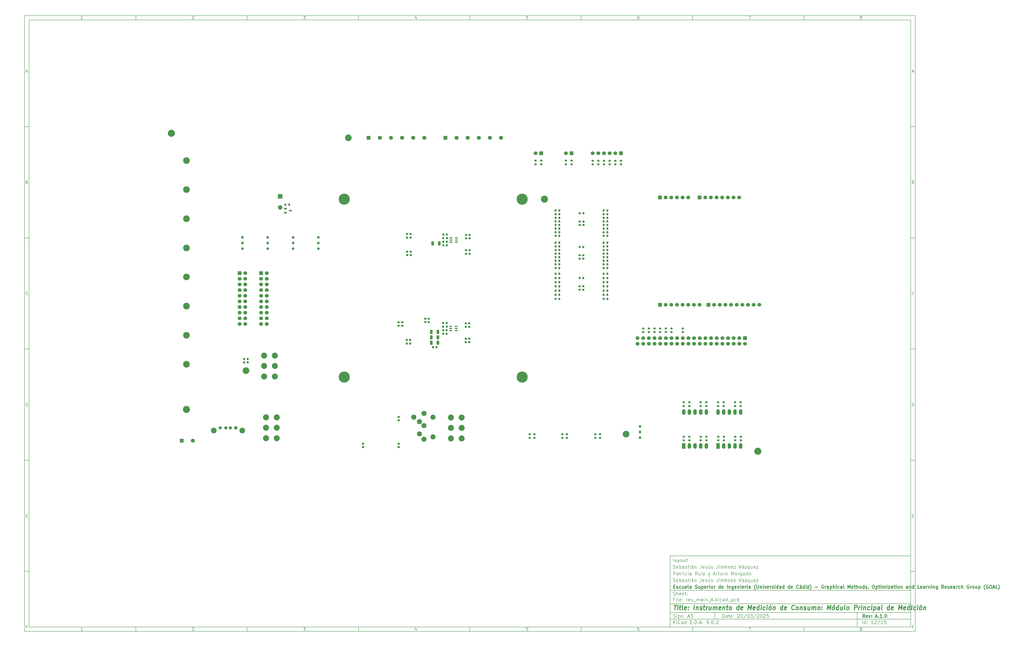
<source format=gbr>
%TF.GenerationSoftware,KiCad,Pcbnew,9.0.2*%
%TF.CreationDate,2025-11-09T22:55:19+01:00*%
%TF.ProjectId,rev_main_A,7265765f-6d61-4696-9e5f-412e6b696361,A.1.0*%
%TF.SameCoordinates,Original*%
%TF.FileFunction,Soldermask,Bot*%
%TF.FilePolarity,Negative*%
%FSLAX46Y46*%
G04 Gerber Fmt 4.6, Leading zero omitted, Abs format (unit mm)*
G04 Created by KiCad (PCBNEW 9.0.2) date 2025-11-09 22:55:19*
%MOMM*%
%LPD*%
G01*
G04 APERTURE LIST*
G04 Aperture macros list*
%AMRoundRect*
0 Rectangle with rounded corners*
0 $1 Rounding radius*
0 $2 $3 $4 $5 $6 $7 $8 $9 X,Y pos of 4 corners*
0 Add a 4 corners polygon primitive as box body*
4,1,4,$2,$3,$4,$5,$6,$7,$8,$9,$2,$3,0*
0 Add four circle primitives for the rounded corners*
1,1,$1+$1,$2,$3*
1,1,$1+$1,$4,$5*
1,1,$1+$1,$6,$7*
1,1,$1+$1,$8,$9*
0 Add four rect primitives between the rounded corners*
20,1,$1+$1,$2,$3,$4,$5,0*
20,1,$1+$1,$4,$5,$6,$7,0*
20,1,$1+$1,$6,$7,$8,$9,0*
20,1,$1+$1,$8,$9,$2,$3,0*%
G04 Aperture macros list end*
%ADD10C,0.100000*%
%ADD11C,0.150000*%
%ADD12C,0.300000*%
%ADD13C,0.400000*%
%ADD14C,3.200000*%
%ADD15C,3.000000*%
%ADD16R,1.700000X1.700000*%
%ADD17C,1.700000*%
%ADD18C,1.200000*%
%ADD19R,1.431000X1.431000*%
%ADD20C,1.431000*%
%ADD21C,2.565000*%
%ADD22C,2.300000*%
%ADD23C,2.700000*%
%ADD24R,1.800000X1.800000*%
%ADD25C,1.800000*%
%ADD26R,1.524000X2.524000*%
%ADD27O,1.524000X2.524000*%
%ADD28C,5.000000*%
%ADD29R,2.000000X2.000000*%
%ADD30C,2.000000*%
%ADD31RoundRect,0.225000X-0.225000X-0.250000X0.225000X-0.250000X0.225000X0.250000X-0.225000X0.250000X0*%
%ADD32RoundRect,0.200000X0.200000X0.275000X-0.200000X0.275000X-0.200000X-0.275000X0.200000X-0.275000X0*%
%ADD33RoundRect,0.200000X0.275000X-0.200000X0.275000X0.200000X-0.275000X0.200000X-0.275000X-0.200000X0*%
%ADD34RoundRect,0.225000X-0.250000X0.225000X-0.250000X-0.225000X0.250000X-0.225000X0.250000X0.225000X0*%
%ADD35RoundRect,0.225000X0.250000X-0.225000X0.250000X0.225000X-0.250000X0.225000X-0.250000X-0.225000X0*%
%ADD36RoundRect,0.200000X-0.200000X-0.275000X0.200000X-0.275000X0.200000X0.275000X-0.200000X0.275000X0*%
%ADD37RoundRect,0.200000X-0.275000X0.200000X-0.275000X-0.200000X0.275000X-0.200000X0.275000X0.200000X0*%
%ADD38RoundRect,0.150000X-0.512500X-0.150000X0.512500X-0.150000X0.512500X0.150000X-0.512500X0.150000X0*%
%ADD39R,1.200000X0.600000*%
%ADD40RoundRect,0.250000X0.325000X0.650000X-0.325000X0.650000X-0.325000X-0.650000X0.325000X-0.650000X0*%
%ADD41RoundRect,0.225000X0.225000X0.250000X-0.225000X0.250000X-0.225000X-0.250000X0.225000X-0.250000X0*%
%ADD42RoundRect,0.250000X-0.325000X-0.650000X0.325000X-0.650000X0.325000X0.650000X-0.325000X0.650000X0*%
G04 APERTURE END LIST*
D10*
D11*
X299989000Y-253002200D02*
X407989000Y-253002200D01*
X407989000Y-285002200D01*
X299989000Y-285002200D01*
X299989000Y-253002200D01*
D10*
D11*
X10000000Y-10000000D02*
X409989000Y-10000000D01*
X409989000Y-287002200D01*
X10000000Y-287002200D01*
X10000000Y-10000000D01*
D10*
D11*
X12000000Y-12000000D02*
X407989000Y-12000000D01*
X407989000Y-285002200D01*
X12000000Y-285002200D01*
X12000000Y-12000000D01*
D10*
D11*
X60000000Y-12000000D02*
X60000000Y-10000000D01*
D10*
D11*
X110000000Y-12000000D02*
X110000000Y-10000000D01*
D10*
D11*
X160000000Y-12000000D02*
X160000000Y-10000000D01*
D10*
D11*
X210000000Y-12000000D02*
X210000000Y-10000000D01*
D10*
D11*
X260000000Y-12000000D02*
X260000000Y-10000000D01*
D10*
D11*
X310000000Y-12000000D02*
X310000000Y-10000000D01*
D10*
D11*
X360000000Y-12000000D02*
X360000000Y-10000000D01*
D10*
D11*
X36089160Y-11593604D02*
X35346303Y-11593604D01*
X35717731Y-11593604D02*
X35717731Y-10293604D01*
X35717731Y-10293604D02*
X35593922Y-10479319D01*
X35593922Y-10479319D02*
X35470112Y-10603128D01*
X35470112Y-10603128D02*
X35346303Y-10665033D01*
D10*
D11*
X85346303Y-10417414D02*
X85408207Y-10355509D01*
X85408207Y-10355509D02*
X85532017Y-10293604D01*
X85532017Y-10293604D02*
X85841541Y-10293604D01*
X85841541Y-10293604D02*
X85965350Y-10355509D01*
X85965350Y-10355509D02*
X86027255Y-10417414D01*
X86027255Y-10417414D02*
X86089160Y-10541223D01*
X86089160Y-10541223D02*
X86089160Y-10665033D01*
X86089160Y-10665033D02*
X86027255Y-10850747D01*
X86027255Y-10850747D02*
X85284398Y-11593604D01*
X85284398Y-11593604D02*
X86089160Y-11593604D01*
D10*
D11*
X135284398Y-10293604D02*
X136089160Y-10293604D01*
X136089160Y-10293604D02*
X135655826Y-10788842D01*
X135655826Y-10788842D02*
X135841541Y-10788842D01*
X135841541Y-10788842D02*
X135965350Y-10850747D01*
X135965350Y-10850747D02*
X136027255Y-10912652D01*
X136027255Y-10912652D02*
X136089160Y-11036461D01*
X136089160Y-11036461D02*
X136089160Y-11345985D01*
X136089160Y-11345985D02*
X136027255Y-11469795D01*
X136027255Y-11469795D02*
X135965350Y-11531700D01*
X135965350Y-11531700D02*
X135841541Y-11593604D01*
X135841541Y-11593604D02*
X135470112Y-11593604D01*
X135470112Y-11593604D02*
X135346303Y-11531700D01*
X135346303Y-11531700D02*
X135284398Y-11469795D01*
D10*
D11*
X185965350Y-10726938D02*
X185965350Y-11593604D01*
X185655826Y-10231700D02*
X185346303Y-11160271D01*
X185346303Y-11160271D02*
X186151064Y-11160271D01*
D10*
D11*
X236027255Y-10293604D02*
X235408207Y-10293604D01*
X235408207Y-10293604D02*
X235346303Y-10912652D01*
X235346303Y-10912652D02*
X235408207Y-10850747D01*
X235408207Y-10850747D02*
X235532017Y-10788842D01*
X235532017Y-10788842D02*
X235841541Y-10788842D01*
X235841541Y-10788842D02*
X235965350Y-10850747D01*
X235965350Y-10850747D02*
X236027255Y-10912652D01*
X236027255Y-10912652D02*
X236089160Y-11036461D01*
X236089160Y-11036461D02*
X236089160Y-11345985D01*
X236089160Y-11345985D02*
X236027255Y-11469795D01*
X236027255Y-11469795D02*
X235965350Y-11531700D01*
X235965350Y-11531700D02*
X235841541Y-11593604D01*
X235841541Y-11593604D02*
X235532017Y-11593604D01*
X235532017Y-11593604D02*
X235408207Y-11531700D01*
X235408207Y-11531700D02*
X235346303Y-11469795D01*
D10*
D11*
X285965350Y-10293604D02*
X285717731Y-10293604D01*
X285717731Y-10293604D02*
X285593922Y-10355509D01*
X285593922Y-10355509D02*
X285532017Y-10417414D01*
X285532017Y-10417414D02*
X285408207Y-10603128D01*
X285408207Y-10603128D02*
X285346303Y-10850747D01*
X285346303Y-10850747D02*
X285346303Y-11345985D01*
X285346303Y-11345985D02*
X285408207Y-11469795D01*
X285408207Y-11469795D02*
X285470112Y-11531700D01*
X285470112Y-11531700D02*
X285593922Y-11593604D01*
X285593922Y-11593604D02*
X285841541Y-11593604D01*
X285841541Y-11593604D02*
X285965350Y-11531700D01*
X285965350Y-11531700D02*
X286027255Y-11469795D01*
X286027255Y-11469795D02*
X286089160Y-11345985D01*
X286089160Y-11345985D02*
X286089160Y-11036461D01*
X286089160Y-11036461D02*
X286027255Y-10912652D01*
X286027255Y-10912652D02*
X285965350Y-10850747D01*
X285965350Y-10850747D02*
X285841541Y-10788842D01*
X285841541Y-10788842D02*
X285593922Y-10788842D01*
X285593922Y-10788842D02*
X285470112Y-10850747D01*
X285470112Y-10850747D02*
X285408207Y-10912652D01*
X285408207Y-10912652D02*
X285346303Y-11036461D01*
D10*
D11*
X335284398Y-10293604D02*
X336151064Y-10293604D01*
X336151064Y-10293604D02*
X335593922Y-11593604D01*
D10*
D11*
X385593922Y-10850747D02*
X385470112Y-10788842D01*
X385470112Y-10788842D02*
X385408207Y-10726938D01*
X385408207Y-10726938D02*
X385346303Y-10603128D01*
X385346303Y-10603128D02*
X385346303Y-10541223D01*
X385346303Y-10541223D02*
X385408207Y-10417414D01*
X385408207Y-10417414D02*
X385470112Y-10355509D01*
X385470112Y-10355509D02*
X385593922Y-10293604D01*
X385593922Y-10293604D02*
X385841541Y-10293604D01*
X385841541Y-10293604D02*
X385965350Y-10355509D01*
X385965350Y-10355509D02*
X386027255Y-10417414D01*
X386027255Y-10417414D02*
X386089160Y-10541223D01*
X386089160Y-10541223D02*
X386089160Y-10603128D01*
X386089160Y-10603128D02*
X386027255Y-10726938D01*
X386027255Y-10726938D02*
X385965350Y-10788842D01*
X385965350Y-10788842D02*
X385841541Y-10850747D01*
X385841541Y-10850747D02*
X385593922Y-10850747D01*
X385593922Y-10850747D02*
X385470112Y-10912652D01*
X385470112Y-10912652D02*
X385408207Y-10974557D01*
X385408207Y-10974557D02*
X385346303Y-11098366D01*
X385346303Y-11098366D02*
X385346303Y-11345985D01*
X385346303Y-11345985D02*
X385408207Y-11469795D01*
X385408207Y-11469795D02*
X385470112Y-11531700D01*
X385470112Y-11531700D02*
X385593922Y-11593604D01*
X385593922Y-11593604D02*
X385841541Y-11593604D01*
X385841541Y-11593604D02*
X385965350Y-11531700D01*
X385965350Y-11531700D02*
X386027255Y-11469795D01*
X386027255Y-11469795D02*
X386089160Y-11345985D01*
X386089160Y-11345985D02*
X386089160Y-11098366D01*
X386089160Y-11098366D02*
X386027255Y-10974557D01*
X386027255Y-10974557D02*
X385965350Y-10912652D01*
X385965350Y-10912652D02*
X385841541Y-10850747D01*
D10*
D11*
X60000000Y-285002200D02*
X60000000Y-287002200D01*
D10*
D11*
X110000000Y-285002200D02*
X110000000Y-287002200D01*
D10*
D11*
X160000000Y-285002200D02*
X160000000Y-287002200D01*
D10*
D11*
X210000000Y-285002200D02*
X210000000Y-287002200D01*
D10*
D11*
X260000000Y-285002200D02*
X260000000Y-287002200D01*
D10*
D11*
X310000000Y-285002200D02*
X310000000Y-287002200D01*
D10*
D11*
X360000000Y-285002200D02*
X360000000Y-287002200D01*
D10*
D11*
X36089160Y-286595804D02*
X35346303Y-286595804D01*
X35717731Y-286595804D02*
X35717731Y-285295804D01*
X35717731Y-285295804D02*
X35593922Y-285481519D01*
X35593922Y-285481519D02*
X35470112Y-285605328D01*
X35470112Y-285605328D02*
X35346303Y-285667233D01*
D10*
D11*
X85346303Y-285419614D02*
X85408207Y-285357709D01*
X85408207Y-285357709D02*
X85532017Y-285295804D01*
X85532017Y-285295804D02*
X85841541Y-285295804D01*
X85841541Y-285295804D02*
X85965350Y-285357709D01*
X85965350Y-285357709D02*
X86027255Y-285419614D01*
X86027255Y-285419614D02*
X86089160Y-285543423D01*
X86089160Y-285543423D02*
X86089160Y-285667233D01*
X86089160Y-285667233D02*
X86027255Y-285852947D01*
X86027255Y-285852947D02*
X85284398Y-286595804D01*
X85284398Y-286595804D02*
X86089160Y-286595804D01*
D10*
D11*
X135284398Y-285295804D02*
X136089160Y-285295804D01*
X136089160Y-285295804D02*
X135655826Y-285791042D01*
X135655826Y-285791042D02*
X135841541Y-285791042D01*
X135841541Y-285791042D02*
X135965350Y-285852947D01*
X135965350Y-285852947D02*
X136027255Y-285914852D01*
X136027255Y-285914852D02*
X136089160Y-286038661D01*
X136089160Y-286038661D02*
X136089160Y-286348185D01*
X136089160Y-286348185D02*
X136027255Y-286471995D01*
X136027255Y-286471995D02*
X135965350Y-286533900D01*
X135965350Y-286533900D02*
X135841541Y-286595804D01*
X135841541Y-286595804D02*
X135470112Y-286595804D01*
X135470112Y-286595804D02*
X135346303Y-286533900D01*
X135346303Y-286533900D02*
X135284398Y-286471995D01*
D10*
D11*
X185965350Y-285729138D02*
X185965350Y-286595804D01*
X185655826Y-285233900D02*
X185346303Y-286162471D01*
X185346303Y-286162471D02*
X186151064Y-286162471D01*
D10*
D11*
X236027255Y-285295804D02*
X235408207Y-285295804D01*
X235408207Y-285295804D02*
X235346303Y-285914852D01*
X235346303Y-285914852D02*
X235408207Y-285852947D01*
X235408207Y-285852947D02*
X235532017Y-285791042D01*
X235532017Y-285791042D02*
X235841541Y-285791042D01*
X235841541Y-285791042D02*
X235965350Y-285852947D01*
X235965350Y-285852947D02*
X236027255Y-285914852D01*
X236027255Y-285914852D02*
X236089160Y-286038661D01*
X236089160Y-286038661D02*
X236089160Y-286348185D01*
X236089160Y-286348185D02*
X236027255Y-286471995D01*
X236027255Y-286471995D02*
X235965350Y-286533900D01*
X235965350Y-286533900D02*
X235841541Y-286595804D01*
X235841541Y-286595804D02*
X235532017Y-286595804D01*
X235532017Y-286595804D02*
X235408207Y-286533900D01*
X235408207Y-286533900D02*
X235346303Y-286471995D01*
D10*
D11*
X285965350Y-285295804D02*
X285717731Y-285295804D01*
X285717731Y-285295804D02*
X285593922Y-285357709D01*
X285593922Y-285357709D02*
X285532017Y-285419614D01*
X285532017Y-285419614D02*
X285408207Y-285605328D01*
X285408207Y-285605328D02*
X285346303Y-285852947D01*
X285346303Y-285852947D02*
X285346303Y-286348185D01*
X285346303Y-286348185D02*
X285408207Y-286471995D01*
X285408207Y-286471995D02*
X285470112Y-286533900D01*
X285470112Y-286533900D02*
X285593922Y-286595804D01*
X285593922Y-286595804D02*
X285841541Y-286595804D01*
X285841541Y-286595804D02*
X285965350Y-286533900D01*
X285965350Y-286533900D02*
X286027255Y-286471995D01*
X286027255Y-286471995D02*
X286089160Y-286348185D01*
X286089160Y-286348185D02*
X286089160Y-286038661D01*
X286089160Y-286038661D02*
X286027255Y-285914852D01*
X286027255Y-285914852D02*
X285965350Y-285852947D01*
X285965350Y-285852947D02*
X285841541Y-285791042D01*
X285841541Y-285791042D02*
X285593922Y-285791042D01*
X285593922Y-285791042D02*
X285470112Y-285852947D01*
X285470112Y-285852947D02*
X285408207Y-285914852D01*
X285408207Y-285914852D02*
X285346303Y-286038661D01*
D10*
D11*
X335284398Y-285295804D02*
X336151064Y-285295804D01*
X336151064Y-285295804D02*
X335593922Y-286595804D01*
D10*
D11*
X385593922Y-285852947D02*
X385470112Y-285791042D01*
X385470112Y-285791042D02*
X385408207Y-285729138D01*
X385408207Y-285729138D02*
X385346303Y-285605328D01*
X385346303Y-285605328D02*
X385346303Y-285543423D01*
X385346303Y-285543423D02*
X385408207Y-285419614D01*
X385408207Y-285419614D02*
X385470112Y-285357709D01*
X385470112Y-285357709D02*
X385593922Y-285295804D01*
X385593922Y-285295804D02*
X385841541Y-285295804D01*
X385841541Y-285295804D02*
X385965350Y-285357709D01*
X385965350Y-285357709D02*
X386027255Y-285419614D01*
X386027255Y-285419614D02*
X386089160Y-285543423D01*
X386089160Y-285543423D02*
X386089160Y-285605328D01*
X386089160Y-285605328D02*
X386027255Y-285729138D01*
X386027255Y-285729138D02*
X385965350Y-285791042D01*
X385965350Y-285791042D02*
X385841541Y-285852947D01*
X385841541Y-285852947D02*
X385593922Y-285852947D01*
X385593922Y-285852947D02*
X385470112Y-285914852D01*
X385470112Y-285914852D02*
X385408207Y-285976757D01*
X385408207Y-285976757D02*
X385346303Y-286100566D01*
X385346303Y-286100566D02*
X385346303Y-286348185D01*
X385346303Y-286348185D02*
X385408207Y-286471995D01*
X385408207Y-286471995D02*
X385470112Y-286533900D01*
X385470112Y-286533900D02*
X385593922Y-286595804D01*
X385593922Y-286595804D02*
X385841541Y-286595804D01*
X385841541Y-286595804D02*
X385965350Y-286533900D01*
X385965350Y-286533900D02*
X386027255Y-286471995D01*
X386027255Y-286471995D02*
X386089160Y-286348185D01*
X386089160Y-286348185D02*
X386089160Y-286100566D01*
X386089160Y-286100566D02*
X386027255Y-285976757D01*
X386027255Y-285976757D02*
X385965350Y-285914852D01*
X385965350Y-285914852D02*
X385841541Y-285852947D01*
D10*
D11*
X10000000Y-60000000D02*
X12000000Y-60000000D01*
D10*
D11*
X10000000Y-110000000D02*
X12000000Y-110000000D01*
D10*
D11*
X10000000Y-160000000D02*
X12000000Y-160000000D01*
D10*
D11*
X10000000Y-210000000D02*
X12000000Y-210000000D01*
D10*
D11*
X10000000Y-260000000D02*
X12000000Y-260000000D01*
D10*
D11*
X10690476Y-35222176D02*
X11309523Y-35222176D01*
X10566666Y-35593604D02*
X10999999Y-34293604D01*
X10999999Y-34293604D02*
X11433333Y-35593604D01*
D10*
D11*
X11092857Y-84912652D02*
X11278571Y-84974557D01*
X11278571Y-84974557D02*
X11340476Y-85036461D01*
X11340476Y-85036461D02*
X11402380Y-85160271D01*
X11402380Y-85160271D02*
X11402380Y-85345985D01*
X11402380Y-85345985D02*
X11340476Y-85469795D01*
X11340476Y-85469795D02*
X11278571Y-85531700D01*
X11278571Y-85531700D02*
X11154761Y-85593604D01*
X11154761Y-85593604D02*
X10659523Y-85593604D01*
X10659523Y-85593604D02*
X10659523Y-84293604D01*
X10659523Y-84293604D02*
X11092857Y-84293604D01*
X11092857Y-84293604D02*
X11216666Y-84355509D01*
X11216666Y-84355509D02*
X11278571Y-84417414D01*
X11278571Y-84417414D02*
X11340476Y-84541223D01*
X11340476Y-84541223D02*
X11340476Y-84665033D01*
X11340476Y-84665033D02*
X11278571Y-84788842D01*
X11278571Y-84788842D02*
X11216666Y-84850747D01*
X11216666Y-84850747D02*
X11092857Y-84912652D01*
X11092857Y-84912652D02*
X10659523Y-84912652D01*
D10*
D11*
X11402380Y-135469795D02*
X11340476Y-135531700D01*
X11340476Y-135531700D02*
X11154761Y-135593604D01*
X11154761Y-135593604D02*
X11030952Y-135593604D01*
X11030952Y-135593604D02*
X10845238Y-135531700D01*
X10845238Y-135531700D02*
X10721428Y-135407890D01*
X10721428Y-135407890D02*
X10659523Y-135284080D01*
X10659523Y-135284080D02*
X10597619Y-135036461D01*
X10597619Y-135036461D02*
X10597619Y-134850747D01*
X10597619Y-134850747D02*
X10659523Y-134603128D01*
X10659523Y-134603128D02*
X10721428Y-134479319D01*
X10721428Y-134479319D02*
X10845238Y-134355509D01*
X10845238Y-134355509D02*
X11030952Y-134293604D01*
X11030952Y-134293604D02*
X11154761Y-134293604D01*
X11154761Y-134293604D02*
X11340476Y-134355509D01*
X11340476Y-134355509D02*
X11402380Y-134417414D01*
D10*
D11*
X10659523Y-185593604D02*
X10659523Y-184293604D01*
X10659523Y-184293604D02*
X10969047Y-184293604D01*
X10969047Y-184293604D02*
X11154761Y-184355509D01*
X11154761Y-184355509D02*
X11278571Y-184479319D01*
X11278571Y-184479319D02*
X11340476Y-184603128D01*
X11340476Y-184603128D02*
X11402380Y-184850747D01*
X11402380Y-184850747D02*
X11402380Y-185036461D01*
X11402380Y-185036461D02*
X11340476Y-185284080D01*
X11340476Y-185284080D02*
X11278571Y-185407890D01*
X11278571Y-185407890D02*
X11154761Y-185531700D01*
X11154761Y-185531700D02*
X10969047Y-185593604D01*
X10969047Y-185593604D02*
X10659523Y-185593604D01*
D10*
D11*
X10721428Y-234912652D02*
X11154762Y-234912652D01*
X11340476Y-235593604D02*
X10721428Y-235593604D01*
X10721428Y-235593604D02*
X10721428Y-234293604D01*
X10721428Y-234293604D02*
X11340476Y-234293604D01*
D10*
D11*
X11185714Y-284912652D02*
X10752380Y-284912652D01*
X10752380Y-285593604D02*
X10752380Y-284293604D01*
X10752380Y-284293604D02*
X11371428Y-284293604D01*
D10*
D11*
X409989000Y-60000000D02*
X407989000Y-60000000D01*
D10*
D11*
X409989000Y-110000000D02*
X407989000Y-110000000D01*
D10*
D11*
X409989000Y-160000000D02*
X407989000Y-160000000D01*
D10*
D11*
X409989000Y-210000000D02*
X407989000Y-210000000D01*
D10*
D11*
X409989000Y-260000000D02*
X407989000Y-260000000D01*
D10*
D11*
X408679476Y-35222176D02*
X409298523Y-35222176D01*
X408555666Y-35593604D02*
X408988999Y-34293604D01*
X408988999Y-34293604D02*
X409422333Y-35593604D01*
D10*
D11*
X409081857Y-84912652D02*
X409267571Y-84974557D01*
X409267571Y-84974557D02*
X409329476Y-85036461D01*
X409329476Y-85036461D02*
X409391380Y-85160271D01*
X409391380Y-85160271D02*
X409391380Y-85345985D01*
X409391380Y-85345985D02*
X409329476Y-85469795D01*
X409329476Y-85469795D02*
X409267571Y-85531700D01*
X409267571Y-85531700D02*
X409143761Y-85593604D01*
X409143761Y-85593604D02*
X408648523Y-85593604D01*
X408648523Y-85593604D02*
X408648523Y-84293604D01*
X408648523Y-84293604D02*
X409081857Y-84293604D01*
X409081857Y-84293604D02*
X409205666Y-84355509D01*
X409205666Y-84355509D02*
X409267571Y-84417414D01*
X409267571Y-84417414D02*
X409329476Y-84541223D01*
X409329476Y-84541223D02*
X409329476Y-84665033D01*
X409329476Y-84665033D02*
X409267571Y-84788842D01*
X409267571Y-84788842D02*
X409205666Y-84850747D01*
X409205666Y-84850747D02*
X409081857Y-84912652D01*
X409081857Y-84912652D02*
X408648523Y-84912652D01*
D10*
D11*
X409391380Y-135469795D02*
X409329476Y-135531700D01*
X409329476Y-135531700D02*
X409143761Y-135593604D01*
X409143761Y-135593604D02*
X409019952Y-135593604D01*
X409019952Y-135593604D02*
X408834238Y-135531700D01*
X408834238Y-135531700D02*
X408710428Y-135407890D01*
X408710428Y-135407890D02*
X408648523Y-135284080D01*
X408648523Y-135284080D02*
X408586619Y-135036461D01*
X408586619Y-135036461D02*
X408586619Y-134850747D01*
X408586619Y-134850747D02*
X408648523Y-134603128D01*
X408648523Y-134603128D02*
X408710428Y-134479319D01*
X408710428Y-134479319D02*
X408834238Y-134355509D01*
X408834238Y-134355509D02*
X409019952Y-134293604D01*
X409019952Y-134293604D02*
X409143761Y-134293604D01*
X409143761Y-134293604D02*
X409329476Y-134355509D01*
X409329476Y-134355509D02*
X409391380Y-134417414D01*
D10*
D11*
X408648523Y-185593604D02*
X408648523Y-184293604D01*
X408648523Y-184293604D02*
X408958047Y-184293604D01*
X408958047Y-184293604D02*
X409143761Y-184355509D01*
X409143761Y-184355509D02*
X409267571Y-184479319D01*
X409267571Y-184479319D02*
X409329476Y-184603128D01*
X409329476Y-184603128D02*
X409391380Y-184850747D01*
X409391380Y-184850747D02*
X409391380Y-185036461D01*
X409391380Y-185036461D02*
X409329476Y-185284080D01*
X409329476Y-185284080D02*
X409267571Y-185407890D01*
X409267571Y-185407890D02*
X409143761Y-185531700D01*
X409143761Y-185531700D02*
X408958047Y-185593604D01*
X408958047Y-185593604D02*
X408648523Y-185593604D01*
D10*
D11*
X408710428Y-234912652D02*
X409143762Y-234912652D01*
X409329476Y-235593604D02*
X408710428Y-235593604D01*
X408710428Y-235593604D02*
X408710428Y-234293604D01*
X408710428Y-234293604D02*
X409329476Y-234293604D01*
D10*
D11*
X409174714Y-284912652D02*
X408741380Y-284912652D01*
X408741380Y-285593604D02*
X408741380Y-284293604D01*
X408741380Y-284293604D02*
X409360428Y-284293604D01*
D10*
D11*
X323444826Y-280788328D02*
X323444826Y-279288328D01*
X323444826Y-279288328D02*
X323801969Y-279288328D01*
X323801969Y-279288328D02*
X324016255Y-279359757D01*
X324016255Y-279359757D02*
X324159112Y-279502614D01*
X324159112Y-279502614D02*
X324230541Y-279645471D01*
X324230541Y-279645471D02*
X324301969Y-279931185D01*
X324301969Y-279931185D02*
X324301969Y-280145471D01*
X324301969Y-280145471D02*
X324230541Y-280431185D01*
X324230541Y-280431185D02*
X324159112Y-280574042D01*
X324159112Y-280574042D02*
X324016255Y-280716900D01*
X324016255Y-280716900D02*
X323801969Y-280788328D01*
X323801969Y-280788328D02*
X323444826Y-280788328D01*
X325587684Y-280788328D02*
X325587684Y-280002614D01*
X325587684Y-280002614D02*
X325516255Y-279859757D01*
X325516255Y-279859757D02*
X325373398Y-279788328D01*
X325373398Y-279788328D02*
X325087684Y-279788328D01*
X325087684Y-279788328D02*
X324944826Y-279859757D01*
X325587684Y-280716900D02*
X325444826Y-280788328D01*
X325444826Y-280788328D02*
X325087684Y-280788328D01*
X325087684Y-280788328D02*
X324944826Y-280716900D01*
X324944826Y-280716900D02*
X324873398Y-280574042D01*
X324873398Y-280574042D02*
X324873398Y-280431185D01*
X324873398Y-280431185D02*
X324944826Y-280288328D01*
X324944826Y-280288328D02*
X325087684Y-280216900D01*
X325087684Y-280216900D02*
X325444826Y-280216900D01*
X325444826Y-280216900D02*
X325587684Y-280145471D01*
X326087684Y-279788328D02*
X326659112Y-279788328D01*
X326301969Y-279288328D02*
X326301969Y-280574042D01*
X326301969Y-280574042D02*
X326373398Y-280716900D01*
X326373398Y-280716900D02*
X326516255Y-280788328D01*
X326516255Y-280788328D02*
X326659112Y-280788328D01*
X327730541Y-280716900D02*
X327587684Y-280788328D01*
X327587684Y-280788328D02*
X327301970Y-280788328D01*
X327301970Y-280788328D02*
X327159112Y-280716900D01*
X327159112Y-280716900D02*
X327087684Y-280574042D01*
X327087684Y-280574042D02*
X327087684Y-280002614D01*
X327087684Y-280002614D02*
X327159112Y-279859757D01*
X327159112Y-279859757D02*
X327301970Y-279788328D01*
X327301970Y-279788328D02*
X327587684Y-279788328D01*
X327587684Y-279788328D02*
X327730541Y-279859757D01*
X327730541Y-279859757D02*
X327801970Y-280002614D01*
X327801970Y-280002614D02*
X327801970Y-280145471D01*
X327801970Y-280145471D02*
X327087684Y-280288328D01*
X328444826Y-280645471D02*
X328516255Y-280716900D01*
X328516255Y-280716900D02*
X328444826Y-280788328D01*
X328444826Y-280788328D02*
X328373398Y-280716900D01*
X328373398Y-280716900D02*
X328444826Y-280645471D01*
X328444826Y-280645471D02*
X328444826Y-280788328D01*
X328444826Y-279859757D02*
X328516255Y-279931185D01*
X328516255Y-279931185D02*
X328444826Y-280002614D01*
X328444826Y-280002614D02*
X328373398Y-279931185D01*
X328373398Y-279931185D02*
X328444826Y-279859757D01*
X328444826Y-279859757D02*
X328444826Y-280002614D01*
X330230541Y-279431185D02*
X330301969Y-279359757D01*
X330301969Y-279359757D02*
X330444827Y-279288328D01*
X330444827Y-279288328D02*
X330801969Y-279288328D01*
X330801969Y-279288328D02*
X330944827Y-279359757D01*
X330944827Y-279359757D02*
X331016255Y-279431185D01*
X331016255Y-279431185D02*
X331087684Y-279574042D01*
X331087684Y-279574042D02*
X331087684Y-279716900D01*
X331087684Y-279716900D02*
X331016255Y-279931185D01*
X331016255Y-279931185D02*
X330159112Y-280788328D01*
X330159112Y-280788328D02*
X331087684Y-280788328D01*
X332016255Y-279288328D02*
X332159112Y-279288328D01*
X332159112Y-279288328D02*
X332301969Y-279359757D01*
X332301969Y-279359757D02*
X332373398Y-279431185D01*
X332373398Y-279431185D02*
X332444826Y-279574042D01*
X332444826Y-279574042D02*
X332516255Y-279859757D01*
X332516255Y-279859757D02*
X332516255Y-280216900D01*
X332516255Y-280216900D02*
X332444826Y-280502614D01*
X332444826Y-280502614D02*
X332373398Y-280645471D01*
X332373398Y-280645471D02*
X332301969Y-280716900D01*
X332301969Y-280716900D02*
X332159112Y-280788328D01*
X332159112Y-280788328D02*
X332016255Y-280788328D01*
X332016255Y-280788328D02*
X331873398Y-280716900D01*
X331873398Y-280716900D02*
X331801969Y-280645471D01*
X331801969Y-280645471D02*
X331730540Y-280502614D01*
X331730540Y-280502614D02*
X331659112Y-280216900D01*
X331659112Y-280216900D02*
X331659112Y-279859757D01*
X331659112Y-279859757D02*
X331730540Y-279574042D01*
X331730540Y-279574042D02*
X331801969Y-279431185D01*
X331801969Y-279431185D02*
X331873398Y-279359757D01*
X331873398Y-279359757D02*
X332016255Y-279288328D01*
X334230540Y-279216900D02*
X332944826Y-281145471D01*
X335016255Y-279288328D02*
X335159112Y-279288328D01*
X335159112Y-279288328D02*
X335301969Y-279359757D01*
X335301969Y-279359757D02*
X335373398Y-279431185D01*
X335373398Y-279431185D02*
X335444826Y-279574042D01*
X335444826Y-279574042D02*
X335516255Y-279859757D01*
X335516255Y-279859757D02*
X335516255Y-280216900D01*
X335516255Y-280216900D02*
X335444826Y-280502614D01*
X335444826Y-280502614D02*
X335373398Y-280645471D01*
X335373398Y-280645471D02*
X335301969Y-280716900D01*
X335301969Y-280716900D02*
X335159112Y-280788328D01*
X335159112Y-280788328D02*
X335016255Y-280788328D01*
X335016255Y-280788328D02*
X334873398Y-280716900D01*
X334873398Y-280716900D02*
X334801969Y-280645471D01*
X334801969Y-280645471D02*
X334730540Y-280502614D01*
X334730540Y-280502614D02*
X334659112Y-280216900D01*
X334659112Y-280216900D02*
X334659112Y-279859757D01*
X334659112Y-279859757D02*
X334730540Y-279574042D01*
X334730540Y-279574042D02*
X334801969Y-279431185D01*
X334801969Y-279431185D02*
X334873398Y-279359757D01*
X334873398Y-279359757D02*
X335016255Y-279288328D01*
X336016254Y-279288328D02*
X336944826Y-279288328D01*
X336944826Y-279288328D02*
X336444826Y-279859757D01*
X336444826Y-279859757D02*
X336659111Y-279859757D01*
X336659111Y-279859757D02*
X336801969Y-279931185D01*
X336801969Y-279931185D02*
X336873397Y-280002614D01*
X336873397Y-280002614D02*
X336944826Y-280145471D01*
X336944826Y-280145471D02*
X336944826Y-280502614D01*
X336944826Y-280502614D02*
X336873397Y-280645471D01*
X336873397Y-280645471D02*
X336801969Y-280716900D01*
X336801969Y-280716900D02*
X336659111Y-280788328D01*
X336659111Y-280788328D02*
X336230540Y-280788328D01*
X336230540Y-280788328D02*
X336087683Y-280716900D01*
X336087683Y-280716900D02*
X336016254Y-280645471D01*
X338659111Y-279216900D02*
X337373397Y-281145471D01*
X339087683Y-279431185D02*
X339159111Y-279359757D01*
X339159111Y-279359757D02*
X339301969Y-279288328D01*
X339301969Y-279288328D02*
X339659111Y-279288328D01*
X339659111Y-279288328D02*
X339801969Y-279359757D01*
X339801969Y-279359757D02*
X339873397Y-279431185D01*
X339873397Y-279431185D02*
X339944826Y-279574042D01*
X339944826Y-279574042D02*
X339944826Y-279716900D01*
X339944826Y-279716900D02*
X339873397Y-279931185D01*
X339873397Y-279931185D02*
X339016254Y-280788328D01*
X339016254Y-280788328D02*
X339944826Y-280788328D01*
X340873397Y-279288328D02*
X341016254Y-279288328D01*
X341016254Y-279288328D02*
X341159111Y-279359757D01*
X341159111Y-279359757D02*
X341230540Y-279431185D01*
X341230540Y-279431185D02*
X341301968Y-279574042D01*
X341301968Y-279574042D02*
X341373397Y-279859757D01*
X341373397Y-279859757D02*
X341373397Y-280216900D01*
X341373397Y-280216900D02*
X341301968Y-280502614D01*
X341301968Y-280502614D02*
X341230540Y-280645471D01*
X341230540Y-280645471D02*
X341159111Y-280716900D01*
X341159111Y-280716900D02*
X341016254Y-280788328D01*
X341016254Y-280788328D02*
X340873397Y-280788328D01*
X340873397Y-280788328D02*
X340730540Y-280716900D01*
X340730540Y-280716900D02*
X340659111Y-280645471D01*
X340659111Y-280645471D02*
X340587682Y-280502614D01*
X340587682Y-280502614D02*
X340516254Y-280216900D01*
X340516254Y-280216900D02*
X340516254Y-279859757D01*
X340516254Y-279859757D02*
X340587682Y-279574042D01*
X340587682Y-279574042D02*
X340659111Y-279431185D01*
X340659111Y-279431185D02*
X340730540Y-279359757D01*
X340730540Y-279359757D02*
X340873397Y-279288328D01*
X341944825Y-279431185D02*
X342016253Y-279359757D01*
X342016253Y-279359757D02*
X342159111Y-279288328D01*
X342159111Y-279288328D02*
X342516253Y-279288328D01*
X342516253Y-279288328D02*
X342659111Y-279359757D01*
X342659111Y-279359757D02*
X342730539Y-279431185D01*
X342730539Y-279431185D02*
X342801968Y-279574042D01*
X342801968Y-279574042D02*
X342801968Y-279716900D01*
X342801968Y-279716900D02*
X342730539Y-279931185D01*
X342730539Y-279931185D02*
X341873396Y-280788328D01*
X341873396Y-280788328D02*
X342801968Y-280788328D01*
X344159110Y-279288328D02*
X343444824Y-279288328D01*
X343444824Y-279288328D02*
X343373396Y-280002614D01*
X343373396Y-280002614D02*
X343444824Y-279931185D01*
X343444824Y-279931185D02*
X343587682Y-279859757D01*
X343587682Y-279859757D02*
X343944824Y-279859757D01*
X343944824Y-279859757D02*
X344087682Y-279931185D01*
X344087682Y-279931185D02*
X344159110Y-280002614D01*
X344159110Y-280002614D02*
X344230539Y-280145471D01*
X344230539Y-280145471D02*
X344230539Y-280502614D01*
X344230539Y-280502614D02*
X344159110Y-280645471D01*
X344159110Y-280645471D02*
X344087682Y-280716900D01*
X344087682Y-280716900D02*
X343944824Y-280788328D01*
X343944824Y-280788328D02*
X343587682Y-280788328D01*
X343587682Y-280788328D02*
X343444824Y-280716900D01*
X343444824Y-280716900D02*
X343373396Y-280645471D01*
D10*
D11*
X299989000Y-281502200D02*
X407989000Y-281502200D01*
D10*
D11*
X301444826Y-283588328D02*
X301444826Y-282088328D01*
X302301969Y-283588328D02*
X301659112Y-282731185D01*
X302301969Y-282088328D02*
X301444826Y-282945471D01*
X302944826Y-283588328D02*
X302944826Y-282588328D01*
X302944826Y-282088328D02*
X302873398Y-282159757D01*
X302873398Y-282159757D02*
X302944826Y-282231185D01*
X302944826Y-282231185D02*
X303016255Y-282159757D01*
X303016255Y-282159757D02*
X302944826Y-282088328D01*
X302944826Y-282088328D02*
X302944826Y-282231185D01*
X304516255Y-283445471D02*
X304444827Y-283516900D01*
X304444827Y-283516900D02*
X304230541Y-283588328D01*
X304230541Y-283588328D02*
X304087684Y-283588328D01*
X304087684Y-283588328D02*
X303873398Y-283516900D01*
X303873398Y-283516900D02*
X303730541Y-283374042D01*
X303730541Y-283374042D02*
X303659112Y-283231185D01*
X303659112Y-283231185D02*
X303587684Y-282945471D01*
X303587684Y-282945471D02*
X303587684Y-282731185D01*
X303587684Y-282731185D02*
X303659112Y-282445471D01*
X303659112Y-282445471D02*
X303730541Y-282302614D01*
X303730541Y-282302614D02*
X303873398Y-282159757D01*
X303873398Y-282159757D02*
X304087684Y-282088328D01*
X304087684Y-282088328D02*
X304230541Y-282088328D01*
X304230541Y-282088328D02*
X304444827Y-282159757D01*
X304444827Y-282159757D02*
X304516255Y-282231185D01*
X305801970Y-283588328D02*
X305801970Y-282802614D01*
X305801970Y-282802614D02*
X305730541Y-282659757D01*
X305730541Y-282659757D02*
X305587684Y-282588328D01*
X305587684Y-282588328D02*
X305301970Y-282588328D01*
X305301970Y-282588328D02*
X305159112Y-282659757D01*
X305801970Y-283516900D02*
X305659112Y-283588328D01*
X305659112Y-283588328D02*
X305301970Y-283588328D01*
X305301970Y-283588328D02*
X305159112Y-283516900D01*
X305159112Y-283516900D02*
X305087684Y-283374042D01*
X305087684Y-283374042D02*
X305087684Y-283231185D01*
X305087684Y-283231185D02*
X305159112Y-283088328D01*
X305159112Y-283088328D02*
X305301970Y-283016900D01*
X305301970Y-283016900D02*
X305659112Y-283016900D01*
X305659112Y-283016900D02*
X305801970Y-282945471D01*
X307159113Y-283588328D02*
X307159113Y-282088328D01*
X307159113Y-283516900D02*
X307016255Y-283588328D01*
X307016255Y-283588328D02*
X306730541Y-283588328D01*
X306730541Y-283588328D02*
X306587684Y-283516900D01*
X306587684Y-283516900D02*
X306516255Y-283445471D01*
X306516255Y-283445471D02*
X306444827Y-283302614D01*
X306444827Y-283302614D02*
X306444827Y-282874042D01*
X306444827Y-282874042D02*
X306516255Y-282731185D01*
X306516255Y-282731185D02*
X306587684Y-282659757D01*
X306587684Y-282659757D02*
X306730541Y-282588328D01*
X306730541Y-282588328D02*
X307016255Y-282588328D01*
X307016255Y-282588328D02*
X307159113Y-282659757D01*
X309016255Y-282802614D02*
X309516255Y-282802614D01*
X309730541Y-283588328D02*
X309016255Y-283588328D01*
X309016255Y-283588328D02*
X309016255Y-282088328D01*
X309016255Y-282088328D02*
X309730541Y-282088328D01*
X310373398Y-283445471D02*
X310444827Y-283516900D01*
X310444827Y-283516900D02*
X310373398Y-283588328D01*
X310373398Y-283588328D02*
X310301970Y-283516900D01*
X310301970Y-283516900D02*
X310373398Y-283445471D01*
X310373398Y-283445471D02*
X310373398Y-283588328D01*
X311087684Y-283588328D02*
X311087684Y-282088328D01*
X311087684Y-282088328D02*
X311444827Y-282088328D01*
X311444827Y-282088328D02*
X311659113Y-282159757D01*
X311659113Y-282159757D02*
X311801970Y-282302614D01*
X311801970Y-282302614D02*
X311873399Y-282445471D01*
X311873399Y-282445471D02*
X311944827Y-282731185D01*
X311944827Y-282731185D02*
X311944827Y-282945471D01*
X311944827Y-282945471D02*
X311873399Y-283231185D01*
X311873399Y-283231185D02*
X311801970Y-283374042D01*
X311801970Y-283374042D02*
X311659113Y-283516900D01*
X311659113Y-283516900D02*
X311444827Y-283588328D01*
X311444827Y-283588328D02*
X311087684Y-283588328D01*
X312587684Y-283445471D02*
X312659113Y-283516900D01*
X312659113Y-283516900D02*
X312587684Y-283588328D01*
X312587684Y-283588328D02*
X312516256Y-283516900D01*
X312516256Y-283516900D02*
X312587684Y-283445471D01*
X312587684Y-283445471D02*
X312587684Y-283588328D01*
X313230542Y-283159757D02*
X313944828Y-283159757D01*
X313087685Y-283588328D02*
X313587685Y-282088328D01*
X313587685Y-282088328D02*
X314087685Y-283588328D01*
X314587684Y-283445471D02*
X314659113Y-283516900D01*
X314659113Y-283516900D02*
X314587684Y-283588328D01*
X314587684Y-283588328D02*
X314516256Y-283516900D01*
X314516256Y-283516900D02*
X314587684Y-283445471D01*
X314587684Y-283445471D02*
X314587684Y-283588328D01*
X316516256Y-283588328D02*
X316801970Y-283588328D01*
X316801970Y-283588328D02*
X316944827Y-283516900D01*
X316944827Y-283516900D02*
X317016256Y-283445471D01*
X317016256Y-283445471D02*
X317159113Y-283231185D01*
X317159113Y-283231185D02*
X317230542Y-282945471D01*
X317230542Y-282945471D02*
X317230542Y-282374042D01*
X317230542Y-282374042D02*
X317159113Y-282231185D01*
X317159113Y-282231185D02*
X317087685Y-282159757D01*
X317087685Y-282159757D02*
X316944827Y-282088328D01*
X316944827Y-282088328D02*
X316659113Y-282088328D01*
X316659113Y-282088328D02*
X316516256Y-282159757D01*
X316516256Y-282159757D02*
X316444827Y-282231185D01*
X316444827Y-282231185D02*
X316373399Y-282374042D01*
X316373399Y-282374042D02*
X316373399Y-282731185D01*
X316373399Y-282731185D02*
X316444827Y-282874042D01*
X316444827Y-282874042D02*
X316516256Y-282945471D01*
X316516256Y-282945471D02*
X316659113Y-283016900D01*
X316659113Y-283016900D02*
X316944827Y-283016900D01*
X316944827Y-283016900D02*
X317087685Y-282945471D01*
X317087685Y-282945471D02*
X317159113Y-282874042D01*
X317159113Y-282874042D02*
X317230542Y-282731185D01*
X317873398Y-283445471D02*
X317944827Y-283516900D01*
X317944827Y-283516900D02*
X317873398Y-283588328D01*
X317873398Y-283588328D02*
X317801970Y-283516900D01*
X317801970Y-283516900D02*
X317873398Y-283445471D01*
X317873398Y-283445471D02*
X317873398Y-283588328D01*
X318873399Y-282088328D02*
X319016256Y-282088328D01*
X319016256Y-282088328D02*
X319159113Y-282159757D01*
X319159113Y-282159757D02*
X319230542Y-282231185D01*
X319230542Y-282231185D02*
X319301970Y-282374042D01*
X319301970Y-282374042D02*
X319373399Y-282659757D01*
X319373399Y-282659757D02*
X319373399Y-283016900D01*
X319373399Y-283016900D02*
X319301970Y-283302614D01*
X319301970Y-283302614D02*
X319230542Y-283445471D01*
X319230542Y-283445471D02*
X319159113Y-283516900D01*
X319159113Y-283516900D02*
X319016256Y-283588328D01*
X319016256Y-283588328D02*
X318873399Y-283588328D01*
X318873399Y-283588328D02*
X318730542Y-283516900D01*
X318730542Y-283516900D02*
X318659113Y-283445471D01*
X318659113Y-283445471D02*
X318587684Y-283302614D01*
X318587684Y-283302614D02*
X318516256Y-283016900D01*
X318516256Y-283016900D02*
X318516256Y-282659757D01*
X318516256Y-282659757D02*
X318587684Y-282374042D01*
X318587684Y-282374042D02*
X318659113Y-282231185D01*
X318659113Y-282231185D02*
X318730542Y-282159757D01*
X318730542Y-282159757D02*
X318873399Y-282088328D01*
X320016255Y-283445471D02*
X320087684Y-283516900D01*
X320087684Y-283516900D02*
X320016255Y-283588328D01*
X320016255Y-283588328D02*
X319944827Y-283516900D01*
X319944827Y-283516900D02*
X320016255Y-283445471D01*
X320016255Y-283445471D02*
X320016255Y-283588328D01*
X320659113Y-282231185D02*
X320730541Y-282159757D01*
X320730541Y-282159757D02*
X320873399Y-282088328D01*
X320873399Y-282088328D02*
X321230541Y-282088328D01*
X321230541Y-282088328D02*
X321373399Y-282159757D01*
X321373399Y-282159757D02*
X321444827Y-282231185D01*
X321444827Y-282231185D02*
X321516256Y-282374042D01*
X321516256Y-282374042D02*
X321516256Y-282516900D01*
X321516256Y-282516900D02*
X321444827Y-282731185D01*
X321444827Y-282731185D02*
X320587684Y-283588328D01*
X320587684Y-283588328D02*
X321516256Y-283588328D01*
D10*
D11*
X299989000Y-278502200D02*
X407989000Y-278502200D01*
D10*
D12*
X387400653Y-280780528D02*
X386900653Y-280066242D01*
X386543510Y-280780528D02*
X386543510Y-279280528D01*
X386543510Y-279280528D02*
X387114939Y-279280528D01*
X387114939Y-279280528D02*
X387257796Y-279351957D01*
X387257796Y-279351957D02*
X387329225Y-279423385D01*
X387329225Y-279423385D02*
X387400653Y-279566242D01*
X387400653Y-279566242D02*
X387400653Y-279780528D01*
X387400653Y-279780528D02*
X387329225Y-279923385D01*
X387329225Y-279923385D02*
X387257796Y-279994814D01*
X387257796Y-279994814D02*
X387114939Y-280066242D01*
X387114939Y-280066242D02*
X386543510Y-280066242D01*
X388614939Y-280709100D02*
X388472082Y-280780528D01*
X388472082Y-280780528D02*
X388186368Y-280780528D01*
X388186368Y-280780528D02*
X388043510Y-280709100D01*
X388043510Y-280709100D02*
X387972082Y-280566242D01*
X387972082Y-280566242D02*
X387972082Y-279994814D01*
X387972082Y-279994814D02*
X388043510Y-279851957D01*
X388043510Y-279851957D02*
X388186368Y-279780528D01*
X388186368Y-279780528D02*
X388472082Y-279780528D01*
X388472082Y-279780528D02*
X388614939Y-279851957D01*
X388614939Y-279851957D02*
X388686368Y-279994814D01*
X388686368Y-279994814D02*
X388686368Y-280137671D01*
X388686368Y-280137671D02*
X387972082Y-280280528D01*
X389186367Y-279780528D02*
X389543510Y-280780528D01*
X389543510Y-280780528D02*
X389900653Y-279780528D01*
X390472081Y-280637671D02*
X390543510Y-280709100D01*
X390543510Y-280709100D02*
X390472081Y-280780528D01*
X390472081Y-280780528D02*
X390400653Y-280709100D01*
X390400653Y-280709100D02*
X390472081Y-280637671D01*
X390472081Y-280637671D02*
X390472081Y-280780528D01*
X390472081Y-279851957D02*
X390543510Y-279923385D01*
X390543510Y-279923385D02*
X390472081Y-279994814D01*
X390472081Y-279994814D02*
X390400653Y-279923385D01*
X390400653Y-279923385D02*
X390472081Y-279851957D01*
X390472081Y-279851957D02*
X390472081Y-279994814D01*
X392257796Y-280351957D02*
X392972082Y-280351957D01*
X392114939Y-280780528D02*
X392614939Y-279280528D01*
X392614939Y-279280528D02*
X393114939Y-280780528D01*
X393614938Y-280637671D02*
X393686367Y-280709100D01*
X393686367Y-280709100D02*
X393614938Y-280780528D01*
X393614938Y-280780528D02*
X393543510Y-280709100D01*
X393543510Y-280709100D02*
X393614938Y-280637671D01*
X393614938Y-280637671D02*
X393614938Y-280780528D01*
X395114939Y-280780528D02*
X394257796Y-280780528D01*
X394686367Y-280780528D02*
X394686367Y-279280528D01*
X394686367Y-279280528D02*
X394543510Y-279494814D01*
X394543510Y-279494814D02*
X394400653Y-279637671D01*
X394400653Y-279637671D02*
X394257796Y-279709100D01*
X395757795Y-280637671D02*
X395829224Y-280709100D01*
X395829224Y-280709100D02*
X395757795Y-280780528D01*
X395757795Y-280780528D02*
X395686367Y-280709100D01*
X395686367Y-280709100D02*
X395757795Y-280637671D01*
X395757795Y-280637671D02*
X395757795Y-280780528D01*
X396757796Y-279280528D02*
X396900653Y-279280528D01*
X396900653Y-279280528D02*
X397043510Y-279351957D01*
X397043510Y-279351957D02*
X397114939Y-279423385D01*
X397114939Y-279423385D02*
X397186367Y-279566242D01*
X397186367Y-279566242D02*
X397257796Y-279851957D01*
X397257796Y-279851957D02*
X397257796Y-280209100D01*
X397257796Y-280209100D02*
X397186367Y-280494814D01*
X397186367Y-280494814D02*
X397114939Y-280637671D01*
X397114939Y-280637671D02*
X397043510Y-280709100D01*
X397043510Y-280709100D02*
X396900653Y-280780528D01*
X396900653Y-280780528D02*
X396757796Y-280780528D01*
X396757796Y-280780528D02*
X396614939Y-280709100D01*
X396614939Y-280709100D02*
X396543510Y-280637671D01*
X396543510Y-280637671D02*
X396472081Y-280494814D01*
X396472081Y-280494814D02*
X396400653Y-280209100D01*
X396400653Y-280209100D02*
X396400653Y-279851957D01*
X396400653Y-279851957D02*
X396472081Y-279566242D01*
X396472081Y-279566242D02*
X396543510Y-279423385D01*
X396543510Y-279423385D02*
X396614939Y-279351957D01*
X396614939Y-279351957D02*
X396757796Y-279280528D01*
D10*
D11*
X301373398Y-280716900D02*
X301587684Y-280788328D01*
X301587684Y-280788328D02*
X301944826Y-280788328D01*
X301944826Y-280788328D02*
X302087684Y-280716900D01*
X302087684Y-280716900D02*
X302159112Y-280645471D01*
X302159112Y-280645471D02*
X302230541Y-280502614D01*
X302230541Y-280502614D02*
X302230541Y-280359757D01*
X302230541Y-280359757D02*
X302159112Y-280216900D01*
X302159112Y-280216900D02*
X302087684Y-280145471D01*
X302087684Y-280145471D02*
X301944826Y-280074042D01*
X301944826Y-280074042D02*
X301659112Y-280002614D01*
X301659112Y-280002614D02*
X301516255Y-279931185D01*
X301516255Y-279931185D02*
X301444826Y-279859757D01*
X301444826Y-279859757D02*
X301373398Y-279716900D01*
X301373398Y-279716900D02*
X301373398Y-279574042D01*
X301373398Y-279574042D02*
X301444826Y-279431185D01*
X301444826Y-279431185D02*
X301516255Y-279359757D01*
X301516255Y-279359757D02*
X301659112Y-279288328D01*
X301659112Y-279288328D02*
X302016255Y-279288328D01*
X302016255Y-279288328D02*
X302230541Y-279359757D01*
X302873397Y-280788328D02*
X302873397Y-279788328D01*
X302873397Y-279288328D02*
X302801969Y-279359757D01*
X302801969Y-279359757D02*
X302873397Y-279431185D01*
X302873397Y-279431185D02*
X302944826Y-279359757D01*
X302944826Y-279359757D02*
X302873397Y-279288328D01*
X302873397Y-279288328D02*
X302873397Y-279431185D01*
X303444826Y-279788328D02*
X304230541Y-279788328D01*
X304230541Y-279788328D02*
X303444826Y-280788328D01*
X303444826Y-280788328D02*
X304230541Y-280788328D01*
X305373398Y-280716900D02*
X305230541Y-280788328D01*
X305230541Y-280788328D02*
X304944827Y-280788328D01*
X304944827Y-280788328D02*
X304801969Y-280716900D01*
X304801969Y-280716900D02*
X304730541Y-280574042D01*
X304730541Y-280574042D02*
X304730541Y-280002614D01*
X304730541Y-280002614D02*
X304801969Y-279859757D01*
X304801969Y-279859757D02*
X304944827Y-279788328D01*
X304944827Y-279788328D02*
X305230541Y-279788328D01*
X305230541Y-279788328D02*
X305373398Y-279859757D01*
X305373398Y-279859757D02*
X305444827Y-280002614D01*
X305444827Y-280002614D02*
X305444827Y-280145471D01*
X305444827Y-280145471D02*
X304730541Y-280288328D01*
X306087683Y-280645471D02*
X306159112Y-280716900D01*
X306159112Y-280716900D02*
X306087683Y-280788328D01*
X306087683Y-280788328D02*
X306016255Y-280716900D01*
X306016255Y-280716900D02*
X306087683Y-280645471D01*
X306087683Y-280645471D02*
X306087683Y-280788328D01*
X306087683Y-279859757D02*
X306159112Y-279931185D01*
X306159112Y-279931185D02*
X306087683Y-280002614D01*
X306087683Y-280002614D02*
X306016255Y-279931185D01*
X306016255Y-279931185D02*
X306087683Y-279859757D01*
X306087683Y-279859757D02*
X306087683Y-280002614D01*
X307873398Y-280359757D02*
X308587684Y-280359757D01*
X307730541Y-280788328D02*
X308230541Y-279288328D01*
X308230541Y-279288328D02*
X308730541Y-280788328D01*
X309087683Y-279288328D02*
X310016255Y-279288328D01*
X310016255Y-279288328D02*
X309516255Y-279859757D01*
X309516255Y-279859757D02*
X309730540Y-279859757D01*
X309730540Y-279859757D02*
X309873398Y-279931185D01*
X309873398Y-279931185D02*
X309944826Y-280002614D01*
X309944826Y-280002614D02*
X310016255Y-280145471D01*
X310016255Y-280145471D02*
X310016255Y-280502614D01*
X310016255Y-280502614D02*
X309944826Y-280645471D01*
X309944826Y-280645471D02*
X309873398Y-280716900D01*
X309873398Y-280716900D02*
X309730540Y-280788328D01*
X309730540Y-280788328D02*
X309301969Y-280788328D01*
X309301969Y-280788328D02*
X309159112Y-280716900D01*
X309159112Y-280716900D02*
X309087683Y-280645471D01*
D10*
D11*
X386444826Y-283588328D02*
X386444826Y-282088328D01*
X387801970Y-283588328D02*
X387801970Y-282088328D01*
X387801970Y-283516900D02*
X387659112Y-283588328D01*
X387659112Y-283588328D02*
X387373398Y-283588328D01*
X387373398Y-283588328D02*
X387230541Y-283516900D01*
X387230541Y-283516900D02*
X387159112Y-283445471D01*
X387159112Y-283445471D02*
X387087684Y-283302614D01*
X387087684Y-283302614D02*
X387087684Y-282874042D01*
X387087684Y-282874042D02*
X387159112Y-282731185D01*
X387159112Y-282731185D02*
X387230541Y-282659757D01*
X387230541Y-282659757D02*
X387373398Y-282588328D01*
X387373398Y-282588328D02*
X387659112Y-282588328D01*
X387659112Y-282588328D02*
X387801970Y-282659757D01*
X388516255Y-283445471D02*
X388587684Y-283516900D01*
X388587684Y-283516900D02*
X388516255Y-283588328D01*
X388516255Y-283588328D02*
X388444827Y-283516900D01*
X388444827Y-283516900D02*
X388516255Y-283445471D01*
X388516255Y-283445471D02*
X388516255Y-283588328D01*
X388516255Y-282659757D02*
X388587684Y-282731185D01*
X388587684Y-282731185D02*
X388516255Y-282802614D01*
X388516255Y-282802614D02*
X388444827Y-282731185D01*
X388444827Y-282731185D02*
X388516255Y-282659757D01*
X388516255Y-282659757D02*
X388516255Y-282802614D01*
X391159113Y-283588328D02*
X390301970Y-283588328D01*
X390730541Y-283588328D02*
X390730541Y-282088328D01*
X390730541Y-282088328D02*
X390587684Y-282302614D01*
X390587684Y-282302614D02*
X390444827Y-282445471D01*
X390444827Y-282445471D02*
X390301970Y-282516900D01*
X391730541Y-282231185D02*
X391801969Y-282159757D01*
X391801969Y-282159757D02*
X391944827Y-282088328D01*
X391944827Y-282088328D02*
X392301969Y-282088328D01*
X392301969Y-282088328D02*
X392444827Y-282159757D01*
X392444827Y-282159757D02*
X392516255Y-282231185D01*
X392516255Y-282231185D02*
X392587684Y-282374042D01*
X392587684Y-282374042D02*
X392587684Y-282516900D01*
X392587684Y-282516900D02*
X392516255Y-282731185D01*
X392516255Y-282731185D02*
X391659112Y-283588328D01*
X391659112Y-283588328D02*
X392587684Y-283588328D01*
X394301969Y-282016900D02*
X393016255Y-283945471D01*
X395587684Y-283588328D02*
X394730541Y-283588328D01*
X395159112Y-283588328D02*
X395159112Y-282088328D01*
X395159112Y-282088328D02*
X395016255Y-282302614D01*
X395016255Y-282302614D02*
X394873398Y-282445471D01*
X394873398Y-282445471D02*
X394730541Y-282516900D01*
X396944826Y-282088328D02*
X396230540Y-282088328D01*
X396230540Y-282088328D02*
X396159112Y-282802614D01*
X396159112Y-282802614D02*
X396230540Y-282731185D01*
X396230540Y-282731185D02*
X396373398Y-282659757D01*
X396373398Y-282659757D02*
X396730540Y-282659757D01*
X396730540Y-282659757D02*
X396873398Y-282731185D01*
X396873398Y-282731185D02*
X396944826Y-282802614D01*
X396944826Y-282802614D02*
X397016255Y-282945471D01*
X397016255Y-282945471D02*
X397016255Y-283302614D01*
X397016255Y-283302614D02*
X396944826Y-283445471D01*
X396944826Y-283445471D02*
X396873398Y-283516900D01*
X396873398Y-283516900D02*
X396730540Y-283588328D01*
X396730540Y-283588328D02*
X396373398Y-283588328D01*
X396373398Y-283588328D02*
X396230540Y-283516900D01*
X396230540Y-283516900D02*
X396159112Y-283445471D01*
D10*
D11*
X299989000Y-274502200D02*
X407989000Y-274502200D01*
D10*
D13*
X301680728Y-275206638D02*
X302823585Y-275206638D01*
X302002157Y-277206638D02*
X302252157Y-275206638D01*
X303240252Y-277206638D02*
X303406919Y-275873304D01*
X303490252Y-275206638D02*
X303383109Y-275301876D01*
X303383109Y-275301876D02*
X303466443Y-275397114D01*
X303466443Y-275397114D02*
X303573586Y-275301876D01*
X303573586Y-275301876D02*
X303490252Y-275206638D01*
X303490252Y-275206638D02*
X303466443Y-275397114D01*
X304073586Y-275873304D02*
X304835490Y-275873304D01*
X304442633Y-275206638D02*
X304228348Y-276920923D01*
X304228348Y-276920923D02*
X304299776Y-277111400D01*
X304299776Y-277111400D02*
X304478348Y-277206638D01*
X304478348Y-277206638D02*
X304668824Y-277206638D01*
X305621205Y-277206638D02*
X305442633Y-277111400D01*
X305442633Y-277111400D02*
X305371205Y-276920923D01*
X305371205Y-276920923D02*
X305585490Y-275206638D01*
X307156919Y-277111400D02*
X306954538Y-277206638D01*
X306954538Y-277206638D02*
X306573585Y-277206638D01*
X306573585Y-277206638D02*
X306395014Y-277111400D01*
X306395014Y-277111400D02*
X306323585Y-276920923D01*
X306323585Y-276920923D02*
X306418824Y-276159019D01*
X306418824Y-276159019D02*
X306537871Y-275968542D01*
X306537871Y-275968542D02*
X306740252Y-275873304D01*
X306740252Y-275873304D02*
X307121204Y-275873304D01*
X307121204Y-275873304D02*
X307299776Y-275968542D01*
X307299776Y-275968542D02*
X307371204Y-276159019D01*
X307371204Y-276159019D02*
X307347395Y-276349495D01*
X307347395Y-276349495D02*
X306371204Y-276539971D01*
X308121205Y-277016161D02*
X308204538Y-277111400D01*
X308204538Y-277111400D02*
X308097395Y-277206638D01*
X308097395Y-277206638D02*
X308014062Y-277111400D01*
X308014062Y-277111400D02*
X308121205Y-277016161D01*
X308121205Y-277016161D02*
X308097395Y-277206638D01*
X308252157Y-275968542D02*
X308335490Y-276063780D01*
X308335490Y-276063780D02*
X308228348Y-276159019D01*
X308228348Y-276159019D02*
X308145014Y-276063780D01*
X308145014Y-276063780D02*
X308252157Y-275968542D01*
X308252157Y-275968542D02*
X308228348Y-276159019D01*
X310573586Y-277206638D02*
X310823586Y-275206638D01*
X311692634Y-275873304D02*
X311525967Y-277206638D01*
X311668824Y-276063780D02*
X311775967Y-275968542D01*
X311775967Y-275968542D02*
X311978348Y-275873304D01*
X311978348Y-275873304D02*
X312264062Y-275873304D01*
X312264062Y-275873304D02*
X312442634Y-275968542D01*
X312442634Y-275968542D02*
X312514062Y-276159019D01*
X312514062Y-276159019D02*
X312383110Y-277206638D01*
X313252158Y-277111400D02*
X313430729Y-277206638D01*
X313430729Y-277206638D02*
X313811682Y-277206638D01*
X313811682Y-277206638D02*
X314014063Y-277111400D01*
X314014063Y-277111400D02*
X314133110Y-276920923D01*
X314133110Y-276920923D02*
X314145015Y-276825685D01*
X314145015Y-276825685D02*
X314073586Y-276635209D01*
X314073586Y-276635209D02*
X313895015Y-276539971D01*
X313895015Y-276539971D02*
X313609301Y-276539971D01*
X313609301Y-276539971D02*
X313430729Y-276444733D01*
X313430729Y-276444733D02*
X313359301Y-276254257D01*
X313359301Y-276254257D02*
X313371206Y-276159019D01*
X313371206Y-276159019D02*
X313490253Y-275968542D01*
X313490253Y-275968542D02*
X313692634Y-275873304D01*
X313692634Y-275873304D02*
X313978348Y-275873304D01*
X313978348Y-275873304D02*
X314156920Y-275968542D01*
X314835492Y-275873304D02*
X315597396Y-275873304D01*
X315204539Y-275206638D02*
X314990254Y-276920923D01*
X314990254Y-276920923D02*
X315061682Y-277111400D01*
X315061682Y-277111400D02*
X315240254Y-277206638D01*
X315240254Y-277206638D02*
X315430730Y-277206638D01*
X316097396Y-277206638D02*
X316264063Y-275873304D01*
X316216444Y-276254257D02*
X316335491Y-276063780D01*
X316335491Y-276063780D02*
X316442634Y-275968542D01*
X316442634Y-275968542D02*
X316645015Y-275873304D01*
X316645015Y-275873304D02*
X316835491Y-275873304D01*
X318359301Y-275873304D02*
X318192634Y-277206638D01*
X317502158Y-275873304D02*
X317371206Y-276920923D01*
X317371206Y-276920923D02*
X317442634Y-277111400D01*
X317442634Y-277111400D02*
X317621206Y-277206638D01*
X317621206Y-277206638D02*
X317906920Y-277206638D01*
X317906920Y-277206638D02*
X318109301Y-277111400D01*
X318109301Y-277111400D02*
X318216444Y-277016161D01*
X319145015Y-277206638D02*
X319311682Y-275873304D01*
X319287872Y-276063780D02*
X319395015Y-275968542D01*
X319395015Y-275968542D02*
X319597396Y-275873304D01*
X319597396Y-275873304D02*
X319883110Y-275873304D01*
X319883110Y-275873304D02*
X320061682Y-275968542D01*
X320061682Y-275968542D02*
X320133110Y-276159019D01*
X320133110Y-276159019D02*
X320002158Y-277206638D01*
X320133110Y-276159019D02*
X320252158Y-275968542D01*
X320252158Y-275968542D02*
X320454539Y-275873304D01*
X320454539Y-275873304D02*
X320740253Y-275873304D01*
X320740253Y-275873304D02*
X320918825Y-275968542D01*
X320918825Y-275968542D02*
X320990253Y-276159019D01*
X320990253Y-276159019D02*
X320859301Y-277206638D01*
X322585492Y-277111400D02*
X322383111Y-277206638D01*
X322383111Y-277206638D02*
X322002158Y-277206638D01*
X322002158Y-277206638D02*
X321823587Y-277111400D01*
X321823587Y-277111400D02*
X321752158Y-276920923D01*
X321752158Y-276920923D02*
X321847397Y-276159019D01*
X321847397Y-276159019D02*
X321966444Y-275968542D01*
X321966444Y-275968542D02*
X322168825Y-275873304D01*
X322168825Y-275873304D02*
X322549777Y-275873304D01*
X322549777Y-275873304D02*
X322728349Y-275968542D01*
X322728349Y-275968542D02*
X322799777Y-276159019D01*
X322799777Y-276159019D02*
X322775968Y-276349495D01*
X322775968Y-276349495D02*
X321799777Y-276539971D01*
X323692635Y-275873304D02*
X323525968Y-277206638D01*
X323668825Y-276063780D02*
X323775968Y-275968542D01*
X323775968Y-275968542D02*
X323978349Y-275873304D01*
X323978349Y-275873304D02*
X324264063Y-275873304D01*
X324264063Y-275873304D02*
X324442635Y-275968542D01*
X324442635Y-275968542D02*
X324514063Y-276159019D01*
X324514063Y-276159019D02*
X324383111Y-277206638D01*
X325216445Y-275873304D02*
X325978349Y-275873304D01*
X325585492Y-275206638D02*
X325371207Y-276920923D01*
X325371207Y-276920923D02*
X325442635Y-277111400D01*
X325442635Y-277111400D02*
X325621207Y-277206638D01*
X325621207Y-277206638D02*
X325811683Y-277206638D01*
X326764064Y-277206638D02*
X326585492Y-277111400D01*
X326585492Y-277111400D02*
X326502159Y-277016161D01*
X326502159Y-277016161D02*
X326430730Y-276825685D01*
X326430730Y-276825685D02*
X326502159Y-276254257D01*
X326502159Y-276254257D02*
X326621206Y-276063780D01*
X326621206Y-276063780D02*
X326728349Y-275968542D01*
X326728349Y-275968542D02*
X326930730Y-275873304D01*
X326930730Y-275873304D02*
X327216444Y-275873304D01*
X327216444Y-275873304D02*
X327395016Y-275968542D01*
X327395016Y-275968542D02*
X327478349Y-276063780D01*
X327478349Y-276063780D02*
X327549778Y-276254257D01*
X327549778Y-276254257D02*
X327478349Y-276825685D01*
X327478349Y-276825685D02*
X327359302Y-277016161D01*
X327359302Y-277016161D02*
X327252159Y-277111400D01*
X327252159Y-277111400D02*
X327049778Y-277206638D01*
X327049778Y-277206638D02*
X326764064Y-277206638D01*
X330668826Y-277206638D02*
X330918826Y-275206638D01*
X330680731Y-277111400D02*
X330478350Y-277206638D01*
X330478350Y-277206638D02*
X330097398Y-277206638D01*
X330097398Y-277206638D02*
X329918826Y-277111400D01*
X329918826Y-277111400D02*
X329835493Y-277016161D01*
X329835493Y-277016161D02*
X329764064Y-276825685D01*
X329764064Y-276825685D02*
X329835493Y-276254257D01*
X329835493Y-276254257D02*
X329954540Y-276063780D01*
X329954540Y-276063780D02*
X330061683Y-275968542D01*
X330061683Y-275968542D02*
X330264064Y-275873304D01*
X330264064Y-275873304D02*
X330645017Y-275873304D01*
X330645017Y-275873304D02*
X330823588Y-275968542D01*
X332395017Y-277111400D02*
X332192636Y-277206638D01*
X332192636Y-277206638D02*
X331811683Y-277206638D01*
X331811683Y-277206638D02*
X331633112Y-277111400D01*
X331633112Y-277111400D02*
X331561683Y-276920923D01*
X331561683Y-276920923D02*
X331656922Y-276159019D01*
X331656922Y-276159019D02*
X331775969Y-275968542D01*
X331775969Y-275968542D02*
X331978350Y-275873304D01*
X331978350Y-275873304D02*
X332359302Y-275873304D01*
X332359302Y-275873304D02*
X332537874Y-275968542D01*
X332537874Y-275968542D02*
X332609302Y-276159019D01*
X332609302Y-276159019D02*
X332585493Y-276349495D01*
X332585493Y-276349495D02*
X331609302Y-276539971D01*
X334859303Y-277206638D02*
X335109303Y-275206638D01*
X335109303Y-275206638D02*
X335597398Y-276635209D01*
X335597398Y-276635209D02*
X336442637Y-275206638D01*
X336442637Y-275206638D02*
X336192637Y-277206638D01*
X337918827Y-277111400D02*
X337716446Y-277206638D01*
X337716446Y-277206638D02*
X337335493Y-277206638D01*
X337335493Y-277206638D02*
X337156922Y-277111400D01*
X337156922Y-277111400D02*
X337085493Y-276920923D01*
X337085493Y-276920923D02*
X337180732Y-276159019D01*
X337180732Y-276159019D02*
X337299779Y-275968542D01*
X337299779Y-275968542D02*
X337502160Y-275873304D01*
X337502160Y-275873304D02*
X337883112Y-275873304D01*
X337883112Y-275873304D02*
X338061684Y-275968542D01*
X338061684Y-275968542D02*
X338133112Y-276159019D01*
X338133112Y-276159019D02*
X338109303Y-276349495D01*
X338109303Y-276349495D02*
X337133112Y-276539971D01*
X339716446Y-277206638D02*
X339966446Y-275206638D01*
X339728351Y-277111400D02*
X339525970Y-277206638D01*
X339525970Y-277206638D02*
X339145018Y-277206638D01*
X339145018Y-277206638D02*
X338966446Y-277111400D01*
X338966446Y-277111400D02*
X338883113Y-277016161D01*
X338883113Y-277016161D02*
X338811684Y-276825685D01*
X338811684Y-276825685D02*
X338883113Y-276254257D01*
X338883113Y-276254257D02*
X339002160Y-276063780D01*
X339002160Y-276063780D02*
X339109303Y-275968542D01*
X339109303Y-275968542D02*
X339311684Y-275873304D01*
X339311684Y-275873304D02*
X339692637Y-275873304D01*
X339692637Y-275873304D02*
X339871208Y-275968542D01*
X340668827Y-277206638D02*
X340835494Y-275873304D01*
X340918827Y-275206638D02*
X340811684Y-275301876D01*
X340811684Y-275301876D02*
X340895018Y-275397114D01*
X340895018Y-275397114D02*
X341002161Y-275301876D01*
X341002161Y-275301876D02*
X340918827Y-275206638D01*
X340918827Y-275206638D02*
X340895018Y-275397114D01*
X342490256Y-277111400D02*
X342287875Y-277206638D01*
X342287875Y-277206638D02*
X341906923Y-277206638D01*
X341906923Y-277206638D02*
X341728351Y-277111400D01*
X341728351Y-277111400D02*
X341645018Y-277016161D01*
X341645018Y-277016161D02*
X341573589Y-276825685D01*
X341573589Y-276825685D02*
X341645018Y-276254257D01*
X341645018Y-276254257D02*
X341764065Y-276063780D01*
X341764065Y-276063780D02*
X341871208Y-275968542D01*
X341871208Y-275968542D02*
X342073589Y-275873304D01*
X342073589Y-275873304D02*
X342454542Y-275873304D01*
X342454542Y-275873304D02*
X342633113Y-275968542D01*
X343335494Y-277206638D02*
X343502161Y-275873304D01*
X343585494Y-275206638D02*
X343478351Y-275301876D01*
X343478351Y-275301876D02*
X343561685Y-275397114D01*
X343561685Y-275397114D02*
X343668828Y-275301876D01*
X343668828Y-275301876D02*
X343585494Y-275206638D01*
X343585494Y-275206638D02*
X343561685Y-275397114D01*
X344573590Y-277206638D02*
X344395018Y-277111400D01*
X344395018Y-277111400D02*
X344311685Y-277016161D01*
X344311685Y-277016161D02*
X344240256Y-276825685D01*
X344240256Y-276825685D02*
X344311685Y-276254257D01*
X344311685Y-276254257D02*
X344430732Y-276063780D01*
X344430732Y-276063780D02*
X344537875Y-275968542D01*
X344537875Y-275968542D02*
X344740256Y-275873304D01*
X344740256Y-275873304D02*
X345025970Y-275873304D01*
X345025970Y-275873304D02*
X345204542Y-275968542D01*
X345204542Y-275968542D02*
X345287875Y-276063780D01*
X345287875Y-276063780D02*
X345359304Y-276254257D01*
X345359304Y-276254257D02*
X345287875Y-276825685D01*
X345287875Y-276825685D02*
X345168828Y-277016161D01*
X345168828Y-277016161D02*
X345061685Y-277111400D01*
X345061685Y-277111400D02*
X344859304Y-277206638D01*
X344859304Y-277206638D02*
X344573590Y-277206638D01*
X345216447Y-275111400D02*
X344895018Y-275397114D01*
X346264066Y-275873304D02*
X346097399Y-277206638D01*
X346240256Y-276063780D02*
X346347399Y-275968542D01*
X346347399Y-275968542D02*
X346549780Y-275873304D01*
X346549780Y-275873304D02*
X346835494Y-275873304D01*
X346835494Y-275873304D02*
X347014066Y-275968542D01*
X347014066Y-275968542D02*
X347085494Y-276159019D01*
X347085494Y-276159019D02*
X346954542Y-277206638D01*
X350287876Y-277206638D02*
X350537876Y-275206638D01*
X350299781Y-277111400D02*
X350097400Y-277206638D01*
X350097400Y-277206638D02*
X349716448Y-277206638D01*
X349716448Y-277206638D02*
X349537876Y-277111400D01*
X349537876Y-277111400D02*
X349454543Y-277016161D01*
X349454543Y-277016161D02*
X349383114Y-276825685D01*
X349383114Y-276825685D02*
X349454543Y-276254257D01*
X349454543Y-276254257D02*
X349573590Y-276063780D01*
X349573590Y-276063780D02*
X349680733Y-275968542D01*
X349680733Y-275968542D02*
X349883114Y-275873304D01*
X349883114Y-275873304D02*
X350264067Y-275873304D01*
X350264067Y-275873304D02*
X350442638Y-275968542D01*
X352014067Y-277111400D02*
X351811686Y-277206638D01*
X351811686Y-277206638D02*
X351430733Y-277206638D01*
X351430733Y-277206638D02*
X351252162Y-277111400D01*
X351252162Y-277111400D02*
X351180733Y-276920923D01*
X351180733Y-276920923D02*
X351275972Y-276159019D01*
X351275972Y-276159019D02*
X351395019Y-275968542D01*
X351395019Y-275968542D02*
X351597400Y-275873304D01*
X351597400Y-275873304D02*
X351978352Y-275873304D01*
X351978352Y-275873304D02*
X352156924Y-275968542D01*
X352156924Y-275968542D02*
X352228352Y-276159019D01*
X352228352Y-276159019D02*
X352204543Y-276349495D01*
X352204543Y-276349495D02*
X351228352Y-276539971D01*
X355645020Y-277016161D02*
X355537877Y-277111400D01*
X355537877Y-277111400D02*
X355240258Y-277206638D01*
X355240258Y-277206638D02*
X355049782Y-277206638D01*
X355049782Y-277206638D02*
X354775972Y-277111400D01*
X354775972Y-277111400D02*
X354609306Y-276920923D01*
X354609306Y-276920923D02*
X354537877Y-276730447D01*
X354537877Y-276730447D02*
X354490258Y-276349495D01*
X354490258Y-276349495D02*
X354525972Y-276063780D01*
X354525972Y-276063780D02*
X354668829Y-275682828D01*
X354668829Y-275682828D02*
X354787877Y-275492352D01*
X354787877Y-275492352D02*
X355002163Y-275301876D01*
X355002163Y-275301876D02*
X355299782Y-275206638D01*
X355299782Y-275206638D02*
X355490258Y-275206638D01*
X355490258Y-275206638D02*
X355764068Y-275301876D01*
X355764068Y-275301876D02*
X355847401Y-275397114D01*
X356764068Y-277206638D02*
X356585496Y-277111400D01*
X356585496Y-277111400D02*
X356502163Y-277016161D01*
X356502163Y-277016161D02*
X356430734Y-276825685D01*
X356430734Y-276825685D02*
X356502163Y-276254257D01*
X356502163Y-276254257D02*
X356621210Y-276063780D01*
X356621210Y-276063780D02*
X356728353Y-275968542D01*
X356728353Y-275968542D02*
X356930734Y-275873304D01*
X356930734Y-275873304D02*
X357216448Y-275873304D01*
X357216448Y-275873304D02*
X357395020Y-275968542D01*
X357395020Y-275968542D02*
X357478353Y-276063780D01*
X357478353Y-276063780D02*
X357549782Y-276254257D01*
X357549782Y-276254257D02*
X357478353Y-276825685D01*
X357478353Y-276825685D02*
X357359306Y-277016161D01*
X357359306Y-277016161D02*
X357252163Y-277111400D01*
X357252163Y-277111400D02*
X357049782Y-277206638D01*
X357049782Y-277206638D02*
X356764068Y-277206638D01*
X358454544Y-275873304D02*
X358287877Y-277206638D01*
X358430734Y-276063780D02*
X358537877Y-275968542D01*
X358537877Y-275968542D02*
X358740258Y-275873304D01*
X358740258Y-275873304D02*
X359025972Y-275873304D01*
X359025972Y-275873304D02*
X359204544Y-275968542D01*
X359204544Y-275968542D02*
X359275972Y-276159019D01*
X359275972Y-276159019D02*
X359145020Y-277206638D01*
X360014068Y-277111400D02*
X360192639Y-277206638D01*
X360192639Y-277206638D02*
X360573592Y-277206638D01*
X360573592Y-277206638D02*
X360775973Y-277111400D01*
X360775973Y-277111400D02*
X360895020Y-276920923D01*
X360895020Y-276920923D02*
X360906925Y-276825685D01*
X360906925Y-276825685D02*
X360835496Y-276635209D01*
X360835496Y-276635209D02*
X360656925Y-276539971D01*
X360656925Y-276539971D02*
X360371211Y-276539971D01*
X360371211Y-276539971D02*
X360192639Y-276444733D01*
X360192639Y-276444733D02*
X360121211Y-276254257D01*
X360121211Y-276254257D02*
X360133116Y-276159019D01*
X360133116Y-276159019D02*
X360252163Y-275968542D01*
X360252163Y-275968542D02*
X360454544Y-275873304D01*
X360454544Y-275873304D02*
X360740258Y-275873304D01*
X360740258Y-275873304D02*
X360918830Y-275968542D01*
X362740259Y-275873304D02*
X362573592Y-277206638D01*
X361883116Y-275873304D02*
X361752164Y-276920923D01*
X361752164Y-276920923D02*
X361823592Y-277111400D01*
X361823592Y-277111400D02*
X362002164Y-277206638D01*
X362002164Y-277206638D02*
X362287878Y-277206638D01*
X362287878Y-277206638D02*
X362490259Y-277111400D01*
X362490259Y-277111400D02*
X362597402Y-277016161D01*
X363525973Y-277206638D02*
X363692640Y-275873304D01*
X363668830Y-276063780D02*
X363775973Y-275968542D01*
X363775973Y-275968542D02*
X363978354Y-275873304D01*
X363978354Y-275873304D02*
X364264068Y-275873304D01*
X364264068Y-275873304D02*
X364442640Y-275968542D01*
X364442640Y-275968542D02*
X364514068Y-276159019D01*
X364514068Y-276159019D02*
X364383116Y-277206638D01*
X364514068Y-276159019D02*
X364633116Y-275968542D01*
X364633116Y-275968542D02*
X364835497Y-275873304D01*
X364835497Y-275873304D02*
X365121211Y-275873304D01*
X365121211Y-275873304D02*
X365299783Y-275968542D01*
X365299783Y-275968542D02*
X365371211Y-276159019D01*
X365371211Y-276159019D02*
X365240259Y-277206638D01*
X366478355Y-277206638D02*
X366299783Y-277111400D01*
X366299783Y-277111400D02*
X366216450Y-277016161D01*
X366216450Y-277016161D02*
X366145021Y-276825685D01*
X366145021Y-276825685D02*
X366216450Y-276254257D01*
X366216450Y-276254257D02*
X366335497Y-276063780D01*
X366335497Y-276063780D02*
X366442640Y-275968542D01*
X366442640Y-275968542D02*
X366645021Y-275873304D01*
X366645021Y-275873304D02*
X366930735Y-275873304D01*
X366930735Y-275873304D02*
X367109307Y-275968542D01*
X367109307Y-275968542D02*
X367192640Y-276063780D01*
X367192640Y-276063780D02*
X367264069Y-276254257D01*
X367264069Y-276254257D02*
X367192640Y-276825685D01*
X367192640Y-276825685D02*
X367073593Y-277016161D01*
X367073593Y-277016161D02*
X366966450Y-277111400D01*
X366966450Y-277111400D02*
X366764069Y-277206638D01*
X366764069Y-277206638D02*
X366478355Y-277206638D01*
X368025974Y-277016161D02*
X368109307Y-277111400D01*
X368109307Y-277111400D02*
X368002164Y-277206638D01*
X368002164Y-277206638D02*
X367918831Y-277111400D01*
X367918831Y-277111400D02*
X368025974Y-277016161D01*
X368025974Y-277016161D02*
X368002164Y-277206638D01*
X368156926Y-275968542D02*
X368240259Y-276063780D01*
X368240259Y-276063780D02*
X368133117Y-276159019D01*
X368133117Y-276159019D02*
X368049783Y-276063780D01*
X368049783Y-276063780D02*
X368156926Y-275968542D01*
X368156926Y-275968542D02*
X368133117Y-276159019D01*
X370478355Y-277206638D02*
X370728355Y-275206638D01*
X370728355Y-275206638D02*
X371216450Y-276635209D01*
X371216450Y-276635209D02*
X372061689Y-275206638D01*
X372061689Y-275206638D02*
X371811689Y-277206638D01*
X373049784Y-277206638D02*
X372871212Y-277111400D01*
X372871212Y-277111400D02*
X372787879Y-277016161D01*
X372787879Y-277016161D02*
X372716450Y-276825685D01*
X372716450Y-276825685D02*
X372787879Y-276254257D01*
X372787879Y-276254257D02*
X372906926Y-276063780D01*
X372906926Y-276063780D02*
X373014069Y-275968542D01*
X373014069Y-275968542D02*
X373216450Y-275873304D01*
X373216450Y-275873304D02*
X373502164Y-275873304D01*
X373502164Y-275873304D02*
X373680736Y-275968542D01*
X373680736Y-275968542D02*
X373764069Y-276063780D01*
X373764069Y-276063780D02*
X373835498Y-276254257D01*
X373835498Y-276254257D02*
X373764069Y-276825685D01*
X373764069Y-276825685D02*
X373645022Y-277016161D01*
X373645022Y-277016161D02*
X373537879Y-277111400D01*
X373537879Y-277111400D02*
X373335498Y-277206638D01*
X373335498Y-277206638D02*
X373049784Y-277206638D01*
X373692641Y-275111400D02*
X373371212Y-275397114D01*
X375430736Y-277206638D02*
X375680736Y-275206638D01*
X375442641Y-277111400D02*
X375240260Y-277206638D01*
X375240260Y-277206638D02*
X374859308Y-277206638D01*
X374859308Y-277206638D02*
X374680736Y-277111400D01*
X374680736Y-277111400D02*
X374597403Y-277016161D01*
X374597403Y-277016161D02*
X374525974Y-276825685D01*
X374525974Y-276825685D02*
X374597403Y-276254257D01*
X374597403Y-276254257D02*
X374716450Y-276063780D01*
X374716450Y-276063780D02*
X374823593Y-275968542D01*
X374823593Y-275968542D02*
X375025974Y-275873304D01*
X375025974Y-275873304D02*
X375406927Y-275873304D01*
X375406927Y-275873304D02*
X375585498Y-275968542D01*
X377406927Y-275873304D02*
X377240260Y-277206638D01*
X376549784Y-275873304D02*
X376418832Y-276920923D01*
X376418832Y-276920923D02*
X376490260Y-277111400D01*
X376490260Y-277111400D02*
X376668832Y-277206638D01*
X376668832Y-277206638D02*
X376954546Y-277206638D01*
X376954546Y-277206638D02*
X377156927Y-277111400D01*
X377156927Y-277111400D02*
X377264070Y-277016161D01*
X378478356Y-277206638D02*
X378299784Y-277111400D01*
X378299784Y-277111400D02*
X378228356Y-276920923D01*
X378228356Y-276920923D02*
X378442641Y-275206638D01*
X379525975Y-277206638D02*
X379347403Y-277111400D01*
X379347403Y-277111400D02*
X379264070Y-277016161D01*
X379264070Y-277016161D02*
X379192641Y-276825685D01*
X379192641Y-276825685D02*
X379264070Y-276254257D01*
X379264070Y-276254257D02*
X379383117Y-276063780D01*
X379383117Y-276063780D02*
X379490260Y-275968542D01*
X379490260Y-275968542D02*
X379692641Y-275873304D01*
X379692641Y-275873304D02*
X379978355Y-275873304D01*
X379978355Y-275873304D02*
X380156927Y-275968542D01*
X380156927Y-275968542D02*
X380240260Y-276063780D01*
X380240260Y-276063780D02*
X380311689Y-276254257D01*
X380311689Y-276254257D02*
X380240260Y-276825685D01*
X380240260Y-276825685D02*
X380121213Y-277016161D01*
X380121213Y-277016161D02*
X380014070Y-277111400D01*
X380014070Y-277111400D02*
X379811689Y-277206638D01*
X379811689Y-277206638D02*
X379525975Y-277206638D01*
X382573594Y-277206638D02*
X382823594Y-275206638D01*
X382823594Y-275206638D02*
X383585499Y-275206638D01*
X383585499Y-275206638D02*
X383764070Y-275301876D01*
X383764070Y-275301876D02*
X383847404Y-275397114D01*
X383847404Y-275397114D02*
X383918832Y-275587590D01*
X383918832Y-275587590D02*
X383883118Y-275873304D01*
X383883118Y-275873304D02*
X383764070Y-276063780D01*
X383764070Y-276063780D02*
X383656928Y-276159019D01*
X383656928Y-276159019D02*
X383454547Y-276254257D01*
X383454547Y-276254257D02*
X382692642Y-276254257D01*
X384573594Y-277206638D02*
X384740261Y-275873304D01*
X384692642Y-276254257D02*
X384811689Y-276063780D01*
X384811689Y-276063780D02*
X384918832Y-275968542D01*
X384918832Y-275968542D02*
X385121213Y-275873304D01*
X385121213Y-275873304D02*
X385311689Y-275873304D01*
X385811689Y-277206638D02*
X385978356Y-275873304D01*
X386061689Y-275206638D02*
X385954546Y-275301876D01*
X385954546Y-275301876D02*
X386037880Y-275397114D01*
X386037880Y-275397114D02*
X386145023Y-275301876D01*
X386145023Y-275301876D02*
X386061689Y-275206638D01*
X386061689Y-275206638D02*
X386037880Y-275397114D01*
X386930737Y-275873304D02*
X386764070Y-277206638D01*
X386906927Y-276063780D02*
X387014070Y-275968542D01*
X387014070Y-275968542D02*
X387216451Y-275873304D01*
X387216451Y-275873304D02*
X387502165Y-275873304D01*
X387502165Y-275873304D02*
X387680737Y-275968542D01*
X387680737Y-275968542D02*
X387752165Y-276159019D01*
X387752165Y-276159019D02*
X387621213Y-277206638D01*
X389442642Y-277111400D02*
X389240261Y-277206638D01*
X389240261Y-277206638D02*
X388859309Y-277206638D01*
X388859309Y-277206638D02*
X388680737Y-277111400D01*
X388680737Y-277111400D02*
X388597404Y-277016161D01*
X388597404Y-277016161D02*
X388525975Y-276825685D01*
X388525975Y-276825685D02*
X388597404Y-276254257D01*
X388597404Y-276254257D02*
X388716451Y-276063780D01*
X388716451Y-276063780D02*
X388823594Y-275968542D01*
X388823594Y-275968542D02*
X389025975Y-275873304D01*
X389025975Y-275873304D02*
X389406928Y-275873304D01*
X389406928Y-275873304D02*
X389585499Y-275968542D01*
X390287880Y-277206638D02*
X390454547Y-275873304D01*
X390537880Y-275206638D02*
X390430737Y-275301876D01*
X390430737Y-275301876D02*
X390514071Y-275397114D01*
X390514071Y-275397114D02*
X390621214Y-275301876D01*
X390621214Y-275301876D02*
X390537880Y-275206638D01*
X390537880Y-275206638D02*
X390514071Y-275397114D01*
X391406928Y-275873304D02*
X391156928Y-277873304D01*
X391395023Y-275968542D02*
X391597404Y-275873304D01*
X391597404Y-275873304D02*
X391978356Y-275873304D01*
X391978356Y-275873304D02*
X392156928Y-275968542D01*
X392156928Y-275968542D02*
X392240261Y-276063780D01*
X392240261Y-276063780D02*
X392311690Y-276254257D01*
X392311690Y-276254257D02*
X392240261Y-276825685D01*
X392240261Y-276825685D02*
X392121214Y-277016161D01*
X392121214Y-277016161D02*
X392014071Y-277111400D01*
X392014071Y-277111400D02*
X391811690Y-277206638D01*
X391811690Y-277206638D02*
X391430737Y-277206638D01*
X391430737Y-277206638D02*
X391252166Y-277111400D01*
X393906928Y-277206638D02*
X394037880Y-276159019D01*
X394037880Y-276159019D02*
X393966452Y-275968542D01*
X393966452Y-275968542D02*
X393787880Y-275873304D01*
X393787880Y-275873304D02*
X393406928Y-275873304D01*
X393406928Y-275873304D02*
X393204547Y-275968542D01*
X393918833Y-277111400D02*
X393716452Y-277206638D01*
X393716452Y-277206638D02*
X393240261Y-277206638D01*
X393240261Y-277206638D02*
X393061690Y-277111400D01*
X393061690Y-277111400D02*
X392990261Y-276920923D01*
X392990261Y-276920923D02*
X393014071Y-276730447D01*
X393014071Y-276730447D02*
X393133119Y-276539971D01*
X393133119Y-276539971D02*
X393335500Y-276444733D01*
X393335500Y-276444733D02*
X393811690Y-276444733D01*
X393811690Y-276444733D02*
X394014071Y-276349495D01*
X395145024Y-277206638D02*
X394966452Y-277111400D01*
X394966452Y-277111400D02*
X394895024Y-276920923D01*
X394895024Y-276920923D02*
X395109309Y-275206638D01*
X398287881Y-277206638D02*
X398537881Y-275206638D01*
X398299786Y-277111400D02*
X398097405Y-277206638D01*
X398097405Y-277206638D02*
X397716453Y-277206638D01*
X397716453Y-277206638D02*
X397537881Y-277111400D01*
X397537881Y-277111400D02*
X397454548Y-277016161D01*
X397454548Y-277016161D02*
X397383119Y-276825685D01*
X397383119Y-276825685D02*
X397454548Y-276254257D01*
X397454548Y-276254257D02*
X397573595Y-276063780D01*
X397573595Y-276063780D02*
X397680738Y-275968542D01*
X397680738Y-275968542D02*
X397883119Y-275873304D01*
X397883119Y-275873304D02*
X398264072Y-275873304D01*
X398264072Y-275873304D02*
X398442643Y-275968542D01*
X400014072Y-277111400D02*
X399811691Y-277206638D01*
X399811691Y-277206638D02*
X399430738Y-277206638D01*
X399430738Y-277206638D02*
X399252167Y-277111400D01*
X399252167Y-277111400D02*
X399180738Y-276920923D01*
X399180738Y-276920923D02*
X399275977Y-276159019D01*
X399275977Y-276159019D02*
X399395024Y-275968542D01*
X399395024Y-275968542D02*
X399597405Y-275873304D01*
X399597405Y-275873304D02*
X399978357Y-275873304D01*
X399978357Y-275873304D02*
X400156929Y-275968542D01*
X400156929Y-275968542D02*
X400228357Y-276159019D01*
X400228357Y-276159019D02*
X400204548Y-276349495D01*
X400204548Y-276349495D02*
X399228357Y-276539971D01*
X402478358Y-277206638D02*
X402728358Y-275206638D01*
X402728358Y-275206638D02*
X403216453Y-276635209D01*
X403216453Y-276635209D02*
X404061692Y-275206638D01*
X404061692Y-275206638D02*
X403811692Y-277206638D01*
X405537882Y-277111400D02*
X405335501Y-277206638D01*
X405335501Y-277206638D02*
X404954548Y-277206638D01*
X404954548Y-277206638D02*
X404775977Y-277111400D01*
X404775977Y-277111400D02*
X404704548Y-276920923D01*
X404704548Y-276920923D02*
X404799787Y-276159019D01*
X404799787Y-276159019D02*
X404918834Y-275968542D01*
X404918834Y-275968542D02*
X405121215Y-275873304D01*
X405121215Y-275873304D02*
X405502167Y-275873304D01*
X405502167Y-275873304D02*
X405680739Y-275968542D01*
X405680739Y-275968542D02*
X405752167Y-276159019D01*
X405752167Y-276159019D02*
X405728358Y-276349495D01*
X405728358Y-276349495D02*
X404752167Y-276539971D01*
X407335501Y-277206638D02*
X407585501Y-275206638D01*
X407347406Y-277111400D02*
X407145025Y-277206638D01*
X407145025Y-277206638D02*
X406764073Y-277206638D01*
X406764073Y-277206638D02*
X406585501Y-277111400D01*
X406585501Y-277111400D02*
X406502168Y-277016161D01*
X406502168Y-277016161D02*
X406430739Y-276825685D01*
X406430739Y-276825685D02*
X406502168Y-276254257D01*
X406502168Y-276254257D02*
X406621215Y-276063780D01*
X406621215Y-276063780D02*
X406728358Y-275968542D01*
X406728358Y-275968542D02*
X406930739Y-275873304D01*
X406930739Y-275873304D02*
X407311692Y-275873304D01*
X407311692Y-275873304D02*
X407490263Y-275968542D01*
X408287882Y-277206638D02*
X408454549Y-275873304D01*
X408537882Y-275206638D02*
X408430739Y-275301876D01*
X408430739Y-275301876D02*
X408514073Y-275397114D01*
X408514073Y-275397114D02*
X408621216Y-275301876D01*
X408621216Y-275301876D02*
X408537882Y-275206638D01*
X408537882Y-275206638D02*
X408514073Y-275397114D01*
X410109311Y-277111400D02*
X409906930Y-277206638D01*
X409906930Y-277206638D02*
X409525978Y-277206638D01*
X409525978Y-277206638D02*
X409347406Y-277111400D01*
X409347406Y-277111400D02*
X409264073Y-277016161D01*
X409264073Y-277016161D02*
X409192644Y-276825685D01*
X409192644Y-276825685D02*
X409264073Y-276254257D01*
X409264073Y-276254257D02*
X409383120Y-276063780D01*
X409383120Y-276063780D02*
X409490263Y-275968542D01*
X409490263Y-275968542D02*
X409692644Y-275873304D01*
X409692644Y-275873304D02*
X410073597Y-275873304D01*
X410073597Y-275873304D02*
X410252168Y-275968542D01*
X410954549Y-277206638D02*
X411121216Y-275873304D01*
X411204549Y-275206638D02*
X411097406Y-275301876D01*
X411097406Y-275301876D02*
X411180740Y-275397114D01*
X411180740Y-275397114D02*
X411287883Y-275301876D01*
X411287883Y-275301876D02*
X411204549Y-275206638D01*
X411204549Y-275206638D02*
X411180740Y-275397114D01*
X412192645Y-277206638D02*
X412014073Y-277111400D01*
X412014073Y-277111400D02*
X411930740Y-277016161D01*
X411930740Y-277016161D02*
X411859311Y-276825685D01*
X411859311Y-276825685D02*
X411930740Y-276254257D01*
X411930740Y-276254257D02*
X412049787Y-276063780D01*
X412049787Y-276063780D02*
X412156930Y-275968542D01*
X412156930Y-275968542D02*
X412359311Y-275873304D01*
X412359311Y-275873304D02*
X412645025Y-275873304D01*
X412645025Y-275873304D02*
X412823597Y-275968542D01*
X412823597Y-275968542D02*
X412906930Y-276063780D01*
X412906930Y-276063780D02*
X412978359Y-276254257D01*
X412978359Y-276254257D02*
X412906930Y-276825685D01*
X412906930Y-276825685D02*
X412787883Y-277016161D01*
X412787883Y-277016161D02*
X412680740Y-277111400D01*
X412680740Y-277111400D02*
X412478359Y-277206638D01*
X412478359Y-277206638D02*
X412192645Y-277206638D01*
X412835502Y-275111400D02*
X412514073Y-275397114D01*
X413883121Y-275873304D02*
X413716454Y-277206638D01*
X413859311Y-276063780D02*
X413966454Y-275968542D01*
X413966454Y-275968542D02*
X414168835Y-275873304D01*
X414168835Y-275873304D02*
X414454549Y-275873304D01*
X414454549Y-275873304D02*
X414633121Y-275968542D01*
X414633121Y-275968542D02*
X414704549Y-276159019D01*
X414704549Y-276159019D02*
X414573597Y-277206638D01*
D10*
D11*
X301944826Y-272602614D02*
X301444826Y-272602614D01*
X301444826Y-273388328D02*
X301444826Y-271888328D01*
X301444826Y-271888328D02*
X302159112Y-271888328D01*
X302730540Y-273388328D02*
X302730540Y-272388328D01*
X302730540Y-271888328D02*
X302659112Y-271959757D01*
X302659112Y-271959757D02*
X302730540Y-272031185D01*
X302730540Y-272031185D02*
X302801969Y-271959757D01*
X302801969Y-271959757D02*
X302730540Y-271888328D01*
X302730540Y-271888328D02*
X302730540Y-272031185D01*
X303659112Y-273388328D02*
X303516255Y-273316900D01*
X303516255Y-273316900D02*
X303444826Y-273174042D01*
X303444826Y-273174042D02*
X303444826Y-271888328D01*
X304801969Y-273316900D02*
X304659112Y-273388328D01*
X304659112Y-273388328D02*
X304373398Y-273388328D01*
X304373398Y-273388328D02*
X304230540Y-273316900D01*
X304230540Y-273316900D02*
X304159112Y-273174042D01*
X304159112Y-273174042D02*
X304159112Y-272602614D01*
X304159112Y-272602614D02*
X304230540Y-272459757D01*
X304230540Y-272459757D02*
X304373398Y-272388328D01*
X304373398Y-272388328D02*
X304659112Y-272388328D01*
X304659112Y-272388328D02*
X304801969Y-272459757D01*
X304801969Y-272459757D02*
X304873398Y-272602614D01*
X304873398Y-272602614D02*
X304873398Y-272745471D01*
X304873398Y-272745471D02*
X304159112Y-272888328D01*
X305516254Y-273245471D02*
X305587683Y-273316900D01*
X305587683Y-273316900D02*
X305516254Y-273388328D01*
X305516254Y-273388328D02*
X305444826Y-273316900D01*
X305444826Y-273316900D02*
X305516254Y-273245471D01*
X305516254Y-273245471D02*
X305516254Y-273388328D01*
X305516254Y-272459757D02*
X305587683Y-272531185D01*
X305587683Y-272531185D02*
X305516254Y-272602614D01*
X305516254Y-272602614D02*
X305444826Y-272531185D01*
X305444826Y-272531185D02*
X305516254Y-272459757D01*
X305516254Y-272459757D02*
X305516254Y-272602614D01*
X307373397Y-273388328D02*
X307373397Y-272388328D01*
X307373397Y-272674042D02*
X307444826Y-272531185D01*
X307444826Y-272531185D02*
X307516255Y-272459757D01*
X307516255Y-272459757D02*
X307659112Y-272388328D01*
X307659112Y-272388328D02*
X307801969Y-272388328D01*
X308873397Y-273316900D02*
X308730540Y-273388328D01*
X308730540Y-273388328D02*
X308444826Y-273388328D01*
X308444826Y-273388328D02*
X308301968Y-273316900D01*
X308301968Y-273316900D02*
X308230540Y-273174042D01*
X308230540Y-273174042D02*
X308230540Y-272602614D01*
X308230540Y-272602614D02*
X308301968Y-272459757D01*
X308301968Y-272459757D02*
X308444826Y-272388328D01*
X308444826Y-272388328D02*
X308730540Y-272388328D01*
X308730540Y-272388328D02*
X308873397Y-272459757D01*
X308873397Y-272459757D02*
X308944826Y-272602614D01*
X308944826Y-272602614D02*
X308944826Y-272745471D01*
X308944826Y-272745471D02*
X308230540Y-272888328D01*
X309444825Y-272388328D02*
X309801968Y-273388328D01*
X309801968Y-273388328D02*
X310159111Y-272388328D01*
X310373397Y-273531185D02*
X311516254Y-273531185D01*
X311873396Y-273388328D02*
X311873396Y-272388328D01*
X311873396Y-272531185D02*
X311944825Y-272459757D01*
X311944825Y-272459757D02*
X312087682Y-272388328D01*
X312087682Y-272388328D02*
X312301968Y-272388328D01*
X312301968Y-272388328D02*
X312444825Y-272459757D01*
X312444825Y-272459757D02*
X312516254Y-272602614D01*
X312516254Y-272602614D02*
X312516254Y-273388328D01*
X312516254Y-272602614D02*
X312587682Y-272459757D01*
X312587682Y-272459757D02*
X312730539Y-272388328D01*
X312730539Y-272388328D02*
X312944825Y-272388328D01*
X312944825Y-272388328D02*
X313087682Y-272459757D01*
X313087682Y-272459757D02*
X313159111Y-272602614D01*
X313159111Y-272602614D02*
X313159111Y-273388328D01*
X314516254Y-273388328D02*
X314516254Y-272602614D01*
X314516254Y-272602614D02*
X314444825Y-272459757D01*
X314444825Y-272459757D02*
X314301968Y-272388328D01*
X314301968Y-272388328D02*
X314016254Y-272388328D01*
X314016254Y-272388328D02*
X313873396Y-272459757D01*
X314516254Y-273316900D02*
X314373396Y-273388328D01*
X314373396Y-273388328D02*
X314016254Y-273388328D01*
X314016254Y-273388328D02*
X313873396Y-273316900D01*
X313873396Y-273316900D02*
X313801968Y-273174042D01*
X313801968Y-273174042D02*
X313801968Y-273031185D01*
X313801968Y-273031185D02*
X313873396Y-272888328D01*
X313873396Y-272888328D02*
X314016254Y-272816900D01*
X314016254Y-272816900D02*
X314373396Y-272816900D01*
X314373396Y-272816900D02*
X314516254Y-272745471D01*
X315230539Y-273388328D02*
X315230539Y-272388328D01*
X315230539Y-271888328D02*
X315159111Y-271959757D01*
X315159111Y-271959757D02*
X315230539Y-272031185D01*
X315230539Y-272031185D02*
X315301968Y-271959757D01*
X315301968Y-271959757D02*
X315230539Y-271888328D01*
X315230539Y-271888328D02*
X315230539Y-272031185D01*
X315944825Y-272388328D02*
X315944825Y-273388328D01*
X315944825Y-272531185D02*
X316016254Y-272459757D01*
X316016254Y-272459757D02*
X316159111Y-272388328D01*
X316159111Y-272388328D02*
X316373397Y-272388328D01*
X316373397Y-272388328D02*
X316516254Y-272459757D01*
X316516254Y-272459757D02*
X316587683Y-272602614D01*
X316587683Y-272602614D02*
X316587683Y-273388328D01*
X316944826Y-273531185D02*
X318087683Y-273531185D01*
X318373397Y-272959757D02*
X319087683Y-272959757D01*
X318230540Y-273388328D02*
X318730540Y-271888328D01*
X318730540Y-271888328D02*
X319230540Y-273388328D01*
X319730539Y-273245471D02*
X319801968Y-273316900D01*
X319801968Y-273316900D02*
X319730539Y-273388328D01*
X319730539Y-273388328D02*
X319659111Y-273316900D01*
X319659111Y-273316900D02*
X319730539Y-273245471D01*
X319730539Y-273245471D02*
X319730539Y-273388328D01*
X320444825Y-273388328D02*
X320444825Y-271888328D01*
X320587683Y-272816900D02*
X321016254Y-273388328D01*
X321016254Y-272388328D02*
X320444825Y-272959757D01*
X321659111Y-273388328D02*
X321659111Y-272388328D01*
X321659111Y-271888328D02*
X321587683Y-271959757D01*
X321587683Y-271959757D02*
X321659111Y-272031185D01*
X321659111Y-272031185D02*
X321730540Y-271959757D01*
X321730540Y-271959757D02*
X321659111Y-271888328D01*
X321659111Y-271888328D02*
X321659111Y-272031185D01*
X323016255Y-273316900D02*
X322873397Y-273388328D01*
X322873397Y-273388328D02*
X322587683Y-273388328D01*
X322587683Y-273388328D02*
X322444826Y-273316900D01*
X322444826Y-273316900D02*
X322373397Y-273245471D01*
X322373397Y-273245471D02*
X322301969Y-273102614D01*
X322301969Y-273102614D02*
X322301969Y-272674042D01*
X322301969Y-272674042D02*
X322373397Y-272531185D01*
X322373397Y-272531185D02*
X322444826Y-272459757D01*
X322444826Y-272459757D02*
X322587683Y-272388328D01*
X322587683Y-272388328D02*
X322873397Y-272388328D01*
X322873397Y-272388328D02*
X323016255Y-272459757D01*
X324301969Y-273388328D02*
X324301969Y-272602614D01*
X324301969Y-272602614D02*
X324230540Y-272459757D01*
X324230540Y-272459757D02*
X324087683Y-272388328D01*
X324087683Y-272388328D02*
X323801969Y-272388328D01*
X323801969Y-272388328D02*
X323659111Y-272459757D01*
X324301969Y-273316900D02*
X324159111Y-273388328D01*
X324159111Y-273388328D02*
X323801969Y-273388328D01*
X323801969Y-273388328D02*
X323659111Y-273316900D01*
X323659111Y-273316900D02*
X323587683Y-273174042D01*
X323587683Y-273174042D02*
X323587683Y-273031185D01*
X323587683Y-273031185D02*
X323659111Y-272888328D01*
X323659111Y-272888328D02*
X323801969Y-272816900D01*
X323801969Y-272816900D02*
X324159111Y-272816900D01*
X324159111Y-272816900D02*
X324301969Y-272745471D01*
X325659112Y-273388328D02*
X325659112Y-271888328D01*
X325659112Y-273316900D02*
X325516254Y-273388328D01*
X325516254Y-273388328D02*
X325230540Y-273388328D01*
X325230540Y-273388328D02*
X325087683Y-273316900D01*
X325087683Y-273316900D02*
X325016254Y-273245471D01*
X325016254Y-273245471D02*
X324944826Y-273102614D01*
X324944826Y-273102614D02*
X324944826Y-272674042D01*
X324944826Y-272674042D02*
X325016254Y-272531185D01*
X325016254Y-272531185D02*
X325087683Y-272459757D01*
X325087683Y-272459757D02*
X325230540Y-272388328D01*
X325230540Y-272388328D02*
X325516254Y-272388328D01*
X325516254Y-272388328D02*
X325659112Y-272459757D01*
X326016255Y-273531185D02*
X327159112Y-273531185D01*
X327516254Y-272388328D02*
X327516254Y-273888328D01*
X327516254Y-272459757D02*
X327659112Y-272388328D01*
X327659112Y-272388328D02*
X327944826Y-272388328D01*
X327944826Y-272388328D02*
X328087683Y-272459757D01*
X328087683Y-272459757D02*
X328159112Y-272531185D01*
X328159112Y-272531185D02*
X328230540Y-272674042D01*
X328230540Y-272674042D02*
X328230540Y-273102614D01*
X328230540Y-273102614D02*
X328159112Y-273245471D01*
X328159112Y-273245471D02*
X328087683Y-273316900D01*
X328087683Y-273316900D02*
X327944826Y-273388328D01*
X327944826Y-273388328D02*
X327659112Y-273388328D01*
X327659112Y-273388328D02*
X327516254Y-273316900D01*
X329516255Y-273316900D02*
X329373397Y-273388328D01*
X329373397Y-273388328D02*
X329087683Y-273388328D01*
X329087683Y-273388328D02*
X328944826Y-273316900D01*
X328944826Y-273316900D02*
X328873397Y-273245471D01*
X328873397Y-273245471D02*
X328801969Y-273102614D01*
X328801969Y-273102614D02*
X328801969Y-272674042D01*
X328801969Y-272674042D02*
X328873397Y-272531185D01*
X328873397Y-272531185D02*
X328944826Y-272459757D01*
X328944826Y-272459757D02*
X329087683Y-272388328D01*
X329087683Y-272388328D02*
X329373397Y-272388328D01*
X329373397Y-272388328D02*
X329516255Y-272459757D01*
X330159111Y-273388328D02*
X330159111Y-271888328D01*
X330159111Y-272459757D02*
X330301969Y-272388328D01*
X330301969Y-272388328D02*
X330587683Y-272388328D01*
X330587683Y-272388328D02*
X330730540Y-272459757D01*
X330730540Y-272459757D02*
X330801969Y-272531185D01*
X330801969Y-272531185D02*
X330873397Y-272674042D01*
X330873397Y-272674042D02*
X330873397Y-273102614D01*
X330873397Y-273102614D02*
X330801969Y-273245471D01*
X330801969Y-273245471D02*
X330730540Y-273316900D01*
X330730540Y-273316900D02*
X330587683Y-273388328D01*
X330587683Y-273388328D02*
X330301969Y-273388328D01*
X330301969Y-273388328D02*
X330159111Y-273316900D01*
D10*
D11*
X299989000Y-268502200D02*
X407989000Y-268502200D01*
D10*
D11*
X301373398Y-270616900D02*
X301587684Y-270688328D01*
X301587684Y-270688328D02*
X301944826Y-270688328D01*
X301944826Y-270688328D02*
X302087684Y-270616900D01*
X302087684Y-270616900D02*
X302159112Y-270545471D01*
X302159112Y-270545471D02*
X302230541Y-270402614D01*
X302230541Y-270402614D02*
X302230541Y-270259757D01*
X302230541Y-270259757D02*
X302159112Y-270116900D01*
X302159112Y-270116900D02*
X302087684Y-270045471D01*
X302087684Y-270045471D02*
X301944826Y-269974042D01*
X301944826Y-269974042D02*
X301659112Y-269902614D01*
X301659112Y-269902614D02*
X301516255Y-269831185D01*
X301516255Y-269831185D02*
X301444826Y-269759757D01*
X301444826Y-269759757D02*
X301373398Y-269616900D01*
X301373398Y-269616900D02*
X301373398Y-269474042D01*
X301373398Y-269474042D02*
X301444826Y-269331185D01*
X301444826Y-269331185D02*
X301516255Y-269259757D01*
X301516255Y-269259757D02*
X301659112Y-269188328D01*
X301659112Y-269188328D02*
X302016255Y-269188328D01*
X302016255Y-269188328D02*
X302230541Y-269259757D01*
X302873397Y-270688328D02*
X302873397Y-269188328D01*
X303516255Y-270688328D02*
X303516255Y-269902614D01*
X303516255Y-269902614D02*
X303444826Y-269759757D01*
X303444826Y-269759757D02*
X303301969Y-269688328D01*
X303301969Y-269688328D02*
X303087683Y-269688328D01*
X303087683Y-269688328D02*
X302944826Y-269759757D01*
X302944826Y-269759757D02*
X302873397Y-269831185D01*
X304801969Y-270616900D02*
X304659112Y-270688328D01*
X304659112Y-270688328D02*
X304373398Y-270688328D01*
X304373398Y-270688328D02*
X304230540Y-270616900D01*
X304230540Y-270616900D02*
X304159112Y-270474042D01*
X304159112Y-270474042D02*
X304159112Y-269902614D01*
X304159112Y-269902614D02*
X304230540Y-269759757D01*
X304230540Y-269759757D02*
X304373398Y-269688328D01*
X304373398Y-269688328D02*
X304659112Y-269688328D01*
X304659112Y-269688328D02*
X304801969Y-269759757D01*
X304801969Y-269759757D02*
X304873398Y-269902614D01*
X304873398Y-269902614D02*
X304873398Y-270045471D01*
X304873398Y-270045471D02*
X304159112Y-270188328D01*
X306087683Y-270616900D02*
X305944826Y-270688328D01*
X305944826Y-270688328D02*
X305659112Y-270688328D01*
X305659112Y-270688328D02*
X305516254Y-270616900D01*
X305516254Y-270616900D02*
X305444826Y-270474042D01*
X305444826Y-270474042D02*
X305444826Y-269902614D01*
X305444826Y-269902614D02*
X305516254Y-269759757D01*
X305516254Y-269759757D02*
X305659112Y-269688328D01*
X305659112Y-269688328D02*
X305944826Y-269688328D01*
X305944826Y-269688328D02*
X306087683Y-269759757D01*
X306087683Y-269759757D02*
X306159112Y-269902614D01*
X306159112Y-269902614D02*
X306159112Y-270045471D01*
X306159112Y-270045471D02*
X305444826Y-270188328D01*
X306587683Y-269688328D02*
X307159111Y-269688328D01*
X306801968Y-269188328D02*
X306801968Y-270474042D01*
X306801968Y-270474042D02*
X306873397Y-270616900D01*
X306873397Y-270616900D02*
X307016254Y-270688328D01*
X307016254Y-270688328D02*
X307159111Y-270688328D01*
X307659111Y-270545471D02*
X307730540Y-270616900D01*
X307730540Y-270616900D02*
X307659111Y-270688328D01*
X307659111Y-270688328D02*
X307587683Y-270616900D01*
X307587683Y-270616900D02*
X307659111Y-270545471D01*
X307659111Y-270545471D02*
X307659111Y-270688328D01*
X307659111Y-269759757D02*
X307730540Y-269831185D01*
X307730540Y-269831185D02*
X307659111Y-269902614D01*
X307659111Y-269902614D02*
X307587683Y-269831185D01*
X307587683Y-269831185D02*
X307659111Y-269759757D01*
X307659111Y-269759757D02*
X307659111Y-269902614D01*
D10*
D12*
X301543510Y-266894814D02*
X302043510Y-266894814D01*
X302257796Y-267680528D02*
X301543510Y-267680528D01*
X301543510Y-267680528D02*
X301543510Y-266180528D01*
X301543510Y-266180528D02*
X302257796Y-266180528D01*
X302829225Y-267609100D02*
X302972082Y-267680528D01*
X302972082Y-267680528D02*
X303257796Y-267680528D01*
X303257796Y-267680528D02*
X303400653Y-267609100D01*
X303400653Y-267609100D02*
X303472082Y-267466242D01*
X303472082Y-267466242D02*
X303472082Y-267394814D01*
X303472082Y-267394814D02*
X303400653Y-267251957D01*
X303400653Y-267251957D02*
X303257796Y-267180528D01*
X303257796Y-267180528D02*
X303043511Y-267180528D01*
X303043511Y-267180528D02*
X302900653Y-267109100D01*
X302900653Y-267109100D02*
X302829225Y-266966242D01*
X302829225Y-266966242D02*
X302829225Y-266894814D01*
X302829225Y-266894814D02*
X302900653Y-266751957D01*
X302900653Y-266751957D02*
X303043511Y-266680528D01*
X303043511Y-266680528D02*
X303257796Y-266680528D01*
X303257796Y-266680528D02*
X303400653Y-266751957D01*
X304757797Y-267609100D02*
X304614939Y-267680528D01*
X304614939Y-267680528D02*
X304329225Y-267680528D01*
X304329225Y-267680528D02*
X304186368Y-267609100D01*
X304186368Y-267609100D02*
X304114939Y-267537671D01*
X304114939Y-267537671D02*
X304043511Y-267394814D01*
X304043511Y-267394814D02*
X304043511Y-266966242D01*
X304043511Y-266966242D02*
X304114939Y-266823385D01*
X304114939Y-266823385D02*
X304186368Y-266751957D01*
X304186368Y-266751957D02*
X304329225Y-266680528D01*
X304329225Y-266680528D02*
X304614939Y-266680528D01*
X304614939Y-266680528D02*
X304757797Y-266751957D01*
X306043511Y-266680528D02*
X306043511Y-267680528D01*
X305400653Y-266680528D02*
X305400653Y-267466242D01*
X305400653Y-267466242D02*
X305472082Y-267609100D01*
X305472082Y-267609100D02*
X305614939Y-267680528D01*
X305614939Y-267680528D02*
X305829225Y-267680528D01*
X305829225Y-267680528D02*
X305972082Y-267609100D01*
X305972082Y-267609100D02*
X306043511Y-267537671D01*
X307329225Y-267609100D02*
X307186368Y-267680528D01*
X307186368Y-267680528D02*
X306900654Y-267680528D01*
X306900654Y-267680528D02*
X306757796Y-267609100D01*
X306757796Y-267609100D02*
X306686368Y-267466242D01*
X306686368Y-267466242D02*
X306686368Y-266894814D01*
X306686368Y-266894814D02*
X306757796Y-266751957D01*
X306757796Y-266751957D02*
X306900654Y-266680528D01*
X306900654Y-266680528D02*
X307186368Y-266680528D01*
X307186368Y-266680528D02*
X307329225Y-266751957D01*
X307329225Y-266751957D02*
X307400654Y-266894814D01*
X307400654Y-266894814D02*
X307400654Y-267037671D01*
X307400654Y-267037671D02*
X306686368Y-267180528D01*
X308257796Y-267680528D02*
X308114939Y-267609100D01*
X308114939Y-267609100D02*
X308043510Y-267466242D01*
X308043510Y-267466242D02*
X308043510Y-266180528D01*
X309472082Y-267680528D02*
X309472082Y-266894814D01*
X309472082Y-266894814D02*
X309400653Y-266751957D01*
X309400653Y-266751957D02*
X309257796Y-266680528D01*
X309257796Y-266680528D02*
X308972082Y-266680528D01*
X308972082Y-266680528D02*
X308829224Y-266751957D01*
X309472082Y-267609100D02*
X309329224Y-267680528D01*
X309329224Y-267680528D02*
X308972082Y-267680528D01*
X308972082Y-267680528D02*
X308829224Y-267609100D01*
X308829224Y-267609100D02*
X308757796Y-267466242D01*
X308757796Y-267466242D02*
X308757796Y-267323385D01*
X308757796Y-267323385D02*
X308829224Y-267180528D01*
X308829224Y-267180528D02*
X308972082Y-267109100D01*
X308972082Y-267109100D02*
X309329224Y-267109100D01*
X309329224Y-267109100D02*
X309472082Y-267037671D01*
X311257796Y-267609100D02*
X311472082Y-267680528D01*
X311472082Y-267680528D02*
X311829224Y-267680528D01*
X311829224Y-267680528D02*
X311972082Y-267609100D01*
X311972082Y-267609100D02*
X312043510Y-267537671D01*
X312043510Y-267537671D02*
X312114939Y-267394814D01*
X312114939Y-267394814D02*
X312114939Y-267251957D01*
X312114939Y-267251957D02*
X312043510Y-267109100D01*
X312043510Y-267109100D02*
X311972082Y-267037671D01*
X311972082Y-267037671D02*
X311829224Y-266966242D01*
X311829224Y-266966242D02*
X311543510Y-266894814D01*
X311543510Y-266894814D02*
X311400653Y-266823385D01*
X311400653Y-266823385D02*
X311329224Y-266751957D01*
X311329224Y-266751957D02*
X311257796Y-266609100D01*
X311257796Y-266609100D02*
X311257796Y-266466242D01*
X311257796Y-266466242D02*
X311329224Y-266323385D01*
X311329224Y-266323385D02*
X311400653Y-266251957D01*
X311400653Y-266251957D02*
X311543510Y-266180528D01*
X311543510Y-266180528D02*
X311900653Y-266180528D01*
X311900653Y-266180528D02*
X312114939Y-266251957D01*
X313400653Y-266680528D02*
X313400653Y-267680528D01*
X312757795Y-266680528D02*
X312757795Y-267466242D01*
X312757795Y-267466242D02*
X312829224Y-267609100D01*
X312829224Y-267609100D02*
X312972081Y-267680528D01*
X312972081Y-267680528D02*
X313186367Y-267680528D01*
X313186367Y-267680528D02*
X313329224Y-267609100D01*
X313329224Y-267609100D02*
X313400653Y-267537671D01*
X314114938Y-266680528D02*
X314114938Y-268180528D01*
X314114938Y-266751957D02*
X314257796Y-266680528D01*
X314257796Y-266680528D02*
X314543510Y-266680528D01*
X314543510Y-266680528D02*
X314686367Y-266751957D01*
X314686367Y-266751957D02*
X314757796Y-266823385D01*
X314757796Y-266823385D02*
X314829224Y-266966242D01*
X314829224Y-266966242D02*
X314829224Y-267394814D01*
X314829224Y-267394814D02*
X314757796Y-267537671D01*
X314757796Y-267537671D02*
X314686367Y-267609100D01*
X314686367Y-267609100D02*
X314543510Y-267680528D01*
X314543510Y-267680528D02*
X314257796Y-267680528D01*
X314257796Y-267680528D02*
X314114938Y-267609100D01*
X316043510Y-267609100D02*
X315900653Y-267680528D01*
X315900653Y-267680528D02*
X315614939Y-267680528D01*
X315614939Y-267680528D02*
X315472081Y-267609100D01*
X315472081Y-267609100D02*
X315400653Y-267466242D01*
X315400653Y-267466242D02*
X315400653Y-266894814D01*
X315400653Y-266894814D02*
X315472081Y-266751957D01*
X315472081Y-266751957D02*
X315614939Y-266680528D01*
X315614939Y-266680528D02*
X315900653Y-266680528D01*
X315900653Y-266680528D02*
X316043510Y-266751957D01*
X316043510Y-266751957D02*
X316114939Y-266894814D01*
X316114939Y-266894814D02*
X316114939Y-267037671D01*
X316114939Y-267037671D02*
X315400653Y-267180528D01*
X316757795Y-267680528D02*
X316757795Y-266680528D01*
X316757795Y-266966242D02*
X316829224Y-266823385D01*
X316829224Y-266823385D02*
X316900653Y-266751957D01*
X316900653Y-266751957D02*
X317043510Y-266680528D01*
X317043510Y-266680528D02*
X317186367Y-266680528D01*
X317686366Y-267680528D02*
X317686366Y-266680528D01*
X317686366Y-266180528D02*
X317614938Y-266251957D01*
X317614938Y-266251957D02*
X317686366Y-266323385D01*
X317686366Y-266323385D02*
X317757795Y-266251957D01*
X317757795Y-266251957D02*
X317686366Y-266180528D01*
X317686366Y-266180528D02*
X317686366Y-266323385D01*
X318614938Y-267680528D02*
X318472081Y-267609100D01*
X318472081Y-267609100D02*
X318400652Y-267537671D01*
X318400652Y-267537671D02*
X318329224Y-267394814D01*
X318329224Y-267394814D02*
X318329224Y-266966242D01*
X318329224Y-266966242D02*
X318400652Y-266823385D01*
X318400652Y-266823385D02*
X318472081Y-266751957D01*
X318472081Y-266751957D02*
X318614938Y-266680528D01*
X318614938Y-266680528D02*
X318829224Y-266680528D01*
X318829224Y-266680528D02*
X318972081Y-266751957D01*
X318972081Y-266751957D02*
X319043510Y-266823385D01*
X319043510Y-266823385D02*
X319114938Y-266966242D01*
X319114938Y-266966242D02*
X319114938Y-267394814D01*
X319114938Y-267394814D02*
X319043510Y-267537671D01*
X319043510Y-267537671D02*
X318972081Y-267609100D01*
X318972081Y-267609100D02*
X318829224Y-267680528D01*
X318829224Y-267680528D02*
X318614938Y-267680528D01*
X319757795Y-267680528D02*
X319757795Y-266680528D01*
X319757795Y-266966242D02*
X319829224Y-266823385D01*
X319829224Y-266823385D02*
X319900653Y-266751957D01*
X319900653Y-266751957D02*
X320043510Y-266680528D01*
X320043510Y-266680528D02*
X320186367Y-266680528D01*
X322472081Y-267680528D02*
X322472081Y-266180528D01*
X322472081Y-267609100D02*
X322329223Y-267680528D01*
X322329223Y-267680528D02*
X322043509Y-267680528D01*
X322043509Y-267680528D02*
X321900652Y-267609100D01*
X321900652Y-267609100D02*
X321829223Y-267537671D01*
X321829223Y-267537671D02*
X321757795Y-267394814D01*
X321757795Y-267394814D02*
X321757795Y-266966242D01*
X321757795Y-266966242D02*
X321829223Y-266823385D01*
X321829223Y-266823385D02*
X321900652Y-266751957D01*
X321900652Y-266751957D02*
X322043509Y-266680528D01*
X322043509Y-266680528D02*
X322329223Y-266680528D01*
X322329223Y-266680528D02*
X322472081Y-266751957D01*
X323757795Y-267609100D02*
X323614938Y-267680528D01*
X323614938Y-267680528D02*
X323329224Y-267680528D01*
X323329224Y-267680528D02*
X323186366Y-267609100D01*
X323186366Y-267609100D02*
X323114938Y-267466242D01*
X323114938Y-267466242D02*
X323114938Y-266894814D01*
X323114938Y-266894814D02*
X323186366Y-266751957D01*
X323186366Y-266751957D02*
X323329224Y-266680528D01*
X323329224Y-266680528D02*
X323614938Y-266680528D01*
X323614938Y-266680528D02*
X323757795Y-266751957D01*
X323757795Y-266751957D02*
X323829224Y-266894814D01*
X323829224Y-266894814D02*
X323829224Y-267037671D01*
X323829224Y-267037671D02*
X323114938Y-267180528D01*
X325614937Y-267680528D02*
X325614937Y-266180528D01*
X326329223Y-266680528D02*
X326329223Y-267680528D01*
X326329223Y-266823385D02*
X326400652Y-266751957D01*
X326400652Y-266751957D02*
X326543509Y-266680528D01*
X326543509Y-266680528D02*
X326757795Y-266680528D01*
X326757795Y-266680528D02*
X326900652Y-266751957D01*
X326900652Y-266751957D02*
X326972081Y-266894814D01*
X326972081Y-266894814D02*
X326972081Y-267680528D01*
X328329224Y-266680528D02*
X328329224Y-267894814D01*
X328329224Y-267894814D02*
X328257795Y-268037671D01*
X328257795Y-268037671D02*
X328186366Y-268109100D01*
X328186366Y-268109100D02*
X328043509Y-268180528D01*
X328043509Y-268180528D02*
X327829224Y-268180528D01*
X327829224Y-268180528D02*
X327686366Y-268109100D01*
X328329224Y-267609100D02*
X328186366Y-267680528D01*
X328186366Y-267680528D02*
X327900652Y-267680528D01*
X327900652Y-267680528D02*
X327757795Y-267609100D01*
X327757795Y-267609100D02*
X327686366Y-267537671D01*
X327686366Y-267537671D02*
X327614938Y-267394814D01*
X327614938Y-267394814D02*
X327614938Y-266966242D01*
X327614938Y-266966242D02*
X327686366Y-266823385D01*
X327686366Y-266823385D02*
X327757795Y-266751957D01*
X327757795Y-266751957D02*
X327900652Y-266680528D01*
X327900652Y-266680528D02*
X328186366Y-266680528D01*
X328186366Y-266680528D02*
X328329224Y-266751957D01*
X329614938Y-267609100D02*
X329472081Y-267680528D01*
X329472081Y-267680528D02*
X329186367Y-267680528D01*
X329186367Y-267680528D02*
X329043509Y-267609100D01*
X329043509Y-267609100D02*
X328972081Y-267466242D01*
X328972081Y-267466242D02*
X328972081Y-266894814D01*
X328972081Y-266894814D02*
X329043509Y-266751957D01*
X329043509Y-266751957D02*
X329186367Y-266680528D01*
X329186367Y-266680528D02*
X329472081Y-266680528D01*
X329472081Y-266680528D02*
X329614938Y-266751957D01*
X329614938Y-266751957D02*
X329686367Y-266894814D01*
X329686367Y-266894814D02*
X329686367Y-267037671D01*
X329686367Y-267037671D02*
X328972081Y-267180528D01*
X330329223Y-266680528D02*
X330329223Y-267680528D01*
X330329223Y-266823385D02*
X330400652Y-266751957D01*
X330400652Y-266751957D02*
X330543509Y-266680528D01*
X330543509Y-266680528D02*
X330757795Y-266680528D01*
X330757795Y-266680528D02*
X330900652Y-266751957D01*
X330900652Y-266751957D02*
X330972081Y-266894814D01*
X330972081Y-266894814D02*
X330972081Y-267680528D01*
X331686366Y-267680528D02*
X331686366Y-266680528D01*
X331686366Y-266180528D02*
X331614938Y-266251957D01*
X331614938Y-266251957D02*
X331686366Y-266323385D01*
X331686366Y-266323385D02*
X331757795Y-266251957D01*
X331757795Y-266251957D02*
X331686366Y-266180528D01*
X331686366Y-266180528D02*
X331686366Y-266323385D01*
X332972081Y-267609100D02*
X332829224Y-267680528D01*
X332829224Y-267680528D02*
X332543510Y-267680528D01*
X332543510Y-267680528D02*
X332400652Y-267609100D01*
X332400652Y-267609100D02*
X332329224Y-267466242D01*
X332329224Y-267466242D02*
X332329224Y-266894814D01*
X332329224Y-266894814D02*
X332400652Y-266751957D01*
X332400652Y-266751957D02*
X332543510Y-266680528D01*
X332543510Y-266680528D02*
X332829224Y-266680528D01*
X332829224Y-266680528D02*
X332972081Y-266751957D01*
X332972081Y-266751957D02*
X333043510Y-266894814D01*
X333043510Y-266894814D02*
X333043510Y-267037671D01*
X333043510Y-267037671D02*
X332329224Y-267180528D01*
X333686366Y-267680528D02*
X333686366Y-266680528D01*
X333686366Y-266966242D02*
X333757795Y-266823385D01*
X333757795Y-266823385D02*
X333829224Y-266751957D01*
X333829224Y-266751957D02*
X333972081Y-266680528D01*
X333972081Y-266680528D02*
X334114938Y-266680528D01*
X334614937Y-267680528D02*
X334614937Y-266680528D01*
X334757795Y-266109100D02*
X334543509Y-266323385D01*
X335972081Y-267680528D02*
X335972081Y-266894814D01*
X335972081Y-266894814D02*
X335900652Y-266751957D01*
X335900652Y-266751957D02*
X335757795Y-266680528D01*
X335757795Y-266680528D02*
X335472081Y-266680528D01*
X335472081Y-266680528D02*
X335329223Y-266751957D01*
X335972081Y-267609100D02*
X335829223Y-267680528D01*
X335829223Y-267680528D02*
X335472081Y-267680528D01*
X335472081Y-267680528D02*
X335329223Y-267609100D01*
X335329223Y-267609100D02*
X335257795Y-267466242D01*
X335257795Y-267466242D02*
X335257795Y-267323385D01*
X335257795Y-267323385D02*
X335329223Y-267180528D01*
X335329223Y-267180528D02*
X335472081Y-267109100D01*
X335472081Y-267109100D02*
X335829223Y-267109100D01*
X335829223Y-267109100D02*
X335972081Y-267037671D01*
X338257795Y-268251957D02*
X338186366Y-268180528D01*
X338186366Y-268180528D02*
X338043509Y-267966242D01*
X338043509Y-267966242D02*
X337972081Y-267823385D01*
X337972081Y-267823385D02*
X337900652Y-267609100D01*
X337900652Y-267609100D02*
X337829223Y-267251957D01*
X337829223Y-267251957D02*
X337829223Y-266966242D01*
X337829223Y-266966242D02*
X337900652Y-266609100D01*
X337900652Y-266609100D02*
X337972081Y-266394814D01*
X337972081Y-266394814D02*
X338043509Y-266251957D01*
X338043509Y-266251957D02*
X338186366Y-266037671D01*
X338186366Y-266037671D02*
X338257795Y-265966242D01*
X338829223Y-266180528D02*
X338829223Y-267394814D01*
X338829223Y-267394814D02*
X338900652Y-267537671D01*
X338900652Y-267537671D02*
X338972081Y-267609100D01*
X338972081Y-267609100D02*
X339114938Y-267680528D01*
X339114938Y-267680528D02*
X339400652Y-267680528D01*
X339400652Y-267680528D02*
X339543509Y-267609100D01*
X339543509Y-267609100D02*
X339614938Y-267537671D01*
X339614938Y-267537671D02*
X339686366Y-267394814D01*
X339686366Y-267394814D02*
X339686366Y-266180528D01*
X340400652Y-266680528D02*
X340400652Y-267680528D01*
X340400652Y-266823385D02*
X340472081Y-266751957D01*
X340472081Y-266751957D02*
X340614938Y-266680528D01*
X340614938Y-266680528D02*
X340829224Y-266680528D01*
X340829224Y-266680528D02*
X340972081Y-266751957D01*
X340972081Y-266751957D02*
X341043510Y-266894814D01*
X341043510Y-266894814D02*
X341043510Y-267680528D01*
X341757795Y-267680528D02*
X341757795Y-266680528D01*
X341757795Y-266180528D02*
X341686367Y-266251957D01*
X341686367Y-266251957D02*
X341757795Y-266323385D01*
X341757795Y-266323385D02*
X341829224Y-266251957D01*
X341829224Y-266251957D02*
X341757795Y-266180528D01*
X341757795Y-266180528D02*
X341757795Y-266323385D01*
X342329224Y-266680528D02*
X342686367Y-267680528D01*
X342686367Y-267680528D02*
X343043510Y-266680528D01*
X344186367Y-267609100D02*
X344043510Y-267680528D01*
X344043510Y-267680528D02*
X343757796Y-267680528D01*
X343757796Y-267680528D02*
X343614938Y-267609100D01*
X343614938Y-267609100D02*
X343543510Y-267466242D01*
X343543510Y-267466242D02*
X343543510Y-266894814D01*
X343543510Y-266894814D02*
X343614938Y-266751957D01*
X343614938Y-266751957D02*
X343757796Y-266680528D01*
X343757796Y-266680528D02*
X344043510Y-266680528D01*
X344043510Y-266680528D02*
X344186367Y-266751957D01*
X344186367Y-266751957D02*
X344257796Y-266894814D01*
X344257796Y-266894814D02*
X344257796Y-267037671D01*
X344257796Y-267037671D02*
X343543510Y-267180528D01*
X344900652Y-267680528D02*
X344900652Y-266680528D01*
X344900652Y-266966242D02*
X344972081Y-266823385D01*
X344972081Y-266823385D02*
X345043510Y-266751957D01*
X345043510Y-266751957D02*
X345186367Y-266680528D01*
X345186367Y-266680528D02*
X345329224Y-266680528D01*
X345757795Y-267609100D02*
X345900652Y-267680528D01*
X345900652Y-267680528D02*
X346186366Y-267680528D01*
X346186366Y-267680528D02*
X346329223Y-267609100D01*
X346329223Y-267609100D02*
X346400652Y-267466242D01*
X346400652Y-267466242D02*
X346400652Y-267394814D01*
X346400652Y-267394814D02*
X346329223Y-267251957D01*
X346329223Y-267251957D02*
X346186366Y-267180528D01*
X346186366Y-267180528D02*
X345972081Y-267180528D01*
X345972081Y-267180528D02*
X345829223Y-267109100D01*
X345829223Y-267109100D02*
X345757795Y-266966242D01*
X345757795Y-266966242D02*
X345757795Y-266894814D01*
X345757795Y-266894814D02*
X345829223Y-266751957D01*
X345829223Y-266751957D02*
X345972081Y-266680528D01*
X345972081Y-266680528D02*
X346186366Y-266680528D01*
X346186366Y-266680528D02*
X346329223Y-266751957D01*
X347043509Y-267680528D02*
X347043509Y-266680528D01*
X347043509Y-266180528D02*
X346972081Y-266251957D01*
X346972081Y-266251957D02*
X347043509Y-266323385D01*
X347043509Y-266323385D02*
X347114938Y-266251957D01*
X347114938Y-266251957D02*
X347043509Y-266180528D01*
X347043509Y-266180528D02*
X347043509Y-266323385D01*
X348400653Y-267680528D02*
X348400653Y-266180528D01*
X348400653Y-267609100D02*
X348257795Y-267680528D01*
X348257795Y-267680528D02*
X347972081Y-267680528D01*
X347972081Y-267680528D02*
X347829224Y-267609100D01*
X347829224Y-267609100D02*
X347757795Y-267537671D01*
X347757795Y-267537671D02*
X347686367Y-267394814D01*
X347686367Y-267394814D02*
X347686367Y-266966242D01*
X347686367Y-266966242D02*
X347757795Y-266823385D01*
X347757795Y-266823385D02*
X347829224Y-266751957D01*
X347829224Y-266751957D02*
X347972081Y-266680528D01*
X347972081Y-266680528D02*
X348257795Y-266680528D01*
X348257795Y-266680528D02*
X348400653Y-266751957D01*
X349757796Y-267680528D02*
X349757796Y-266894814D01*
X349757796Y-266894814D02*
X349686367Y-266751957D01*
X349686367Y-266751957D02*
X349543510Y-266680528D01*
X349543510Y-266680528D02*
X349257796Y-266680528D01*
X349257796Y-266680528D02*
X349114938Y-266751957D01*
X349757796Y-267609100D02*
X349614938Y-267680528D01*
X349614938Y-267680528D02*
X349257796Y-267680528D01*
X349257796Y-267680528D02*
X349114938Y-267609100D01*
X349114938Y-267609100D02*
X349043510Y-267466242D01*
X349043510Y-267466242D02*
X349043510Y-267323385D01*
X349043510Y-267323385D02*
X349114938Y-267180528D01*
X349114938Y-267180528D02*
X349257796Y-267109100D01*
X349257796Y-267109100D02*
X349614938Y-267109100D01*
X349614938Y-267109100D02*
X349757796Y-267037671D01*
X351114939Y-267680528D02*
X351114939Y-266180528D01*
X351114939Y-267609100D02*
X350972081Y-267680528D01*
X350972081Y-267680528D02*
X350686367Y-267680528D01*
X350686367Y-267680528D02*
X350543510Y-267609100D01*
X350543510Y-267609100D02*
X350472081Y-267537671D01*
X350472081Y-267537671D02*
X350400653Y-267394814D01*
X350400653Y-267394814D02*
X350400653Y-266966242D01*
X350400653Y-266966242D02*
X350472081Y-266823385D01*
X350472081Y-266823385D02*
X350543510Y-266751957D01*
X350543510Y-266751957D02*
X350686367Y-266680528D01*
X350686367Y-266680528D02*
X350972081Y-266680528D01*
X350972081Y-266680528D02*
X351114939Y-266751957D01*
X353614939Y-267680528D02*
X353614939Y-266180528D01*
X353614939Y-267609100D02*
X353472081Y-267680528D01*
X353472081Y-267680528D02*
X353186367Y-267680528D01*
X353186367Y-267680528D02*
X353043510Y-267609100D01*
X353043510Y-267609100D02*
X352972081Y-267537671D01*
X352972081Y-267537671D02*
X352900653Y-267394814D01*
X352900653Y-267394814D02*
X352900653Y-266966242D01*
X352900653Y-266966242D02*
X352972081Y-266823385D01*
X352972081Y-266823385D02*
X353043510Y-266751957D01*
X353043510Y-266751957D02*
X353186367Y-266680528D01*
X353186367Y-266680528D02*
X353472081Y-266680528D01*
X353472081Y-266680528D02*
X353614939Y-266751957D01*
X354900653Y-267609100D02*
X354757796Y-267680528D01*
X354757796Y-267680528D02*
X354472082Y-267680528D01*
X354472082Y-267680528D02*
X354329224Y-267609100D01*
X354329224Y-267609100D02*
X354257796Y-267466242D01*
X354257796Y-267466242D02*
X354257796Y-266894814D01*
X354257796Y-266894814D02*
X354329224Y-266751957D01*
X354329224Y-266751957D02*
X354472082Y-266680528D01*
X354472082Y-266680528D02*
X354757796Y-266680528D01*
X354757796Y-266680528D02*
X354900653Y-266751957D01*
X354900653Y-266751957D02*
X354972082Y-266894814D01*
X354972082Y-266894814D02*
X354972082Y-267037671D01*
X354972082Y-267037671D02*
X354257796Y-267180528D01*
X357614938Y-267537671D02*
X357543510Y-267609100D01*
X357543510Y-267609100D02*
X357329224Y-267680528D01*
X357329224Y-267680528D02*
X357186367Y-267680528D01*
X357186367Y-267680528D02*
X356972081Y-267609100D01*
X356972081Y-267609100D02*
X356829224Y-267466242D01*
X356829224Y-267466242D02*
X356757795Y-267323385D01*
X356757795Y-267323385D02*
X356686367Y-267037671D01*
X356686367Y-267037671D02*
X356686367Y-266823385D01*
X356686367Y-266823385D02*
X356757795Y-266537671D01*
X356757795Y-266537671D02*
X356829224Y-266394814D01*
X356829224Y-266394814D02*
X356972081Y-266251957D01*
X356972081Y-266251957D02*
X357186367Y-266180528D01*
X357186367Y-266180528D02*
X357329224Y-266180528D01*
X357329224Y-266180528D02*
X357543510Y-266251957D01*
X357543510Y-266251957D02*
X357614938Y-266323385D01*
X358900653Y-267680528D02*
X358900653Y-266894814D01*
X358900653Y-266894814D02*
X358829224Y-266751957D01*
X358829224Y-266751957D02*
X358686367Y-266680528D01*
X358686367Y-266680528D02*
X358400653Y-266680528D01*
X358400653Y-266680528D02*
X358257795Y-266751957D01*
X358900653Y-267609100D02*
X358757795Y-267680528D01*
X358757795Y-267680528D02*
X358400653Y-267680528D01*
X358400653Y-267680528D02*
X358257795Y-267609100D01*
X358257795Y-267609100D02*
X358186367Y-267466242D01*
X358186367Y-267466242D02*
X358186367Y-267323385D01*
X358186367Y-267323385D02*
X358257795Y-267180528D01*
X358257795Y-267180528D02*
X358400653Y-267109100D01*
X358400653Y-267109100D02*
X358757795Y-267109100D01*
X358757795Y-267109100D02*
X358900653Y-267037671D01*
X358686367Y-266109100D02*
X358472081Y-266323385D01*
X360257796Y-267680528D02*
X360257796Y-266180528D01*
X360257796Y-267609100D02*
X360114938Y-267680528D01*
X360114938Y-267680528D02*
X359829224Y-267680528D01*
X359829224Y-267680528D02*
X359686367Y-267609100D01*
X359686367Y-267609100D02*
X359614938Y-267537671D01*
X359614938Y-267537671D02*
X359543510Y-267394814D01*
X359543510Y-267394814D02*
X359543510Y-266966242D01*
X359543510Y-266966242D02*
X359614938Y-266823385D01*
X359614938Y-266823385D02*
X359686367Y-266751957D01*
X359686367Y-266751957D02*
X359829224Y-266680528D01*
X359829224Y-266680528D02*
X360114938Y-266680528D01*
X360114938Y-266680528D02*
X360257796Y-266751957D01*
X360972081Y-267680528D02*
X360972081Y-266680528D01*
X360972081Y-266180528D02*
X360900653Y-266251957D01*
X360900653Y-266251957D02*
X360972081Y-266323385D01*
X360972081Y-266323385D02*
X361043510Y-266251957D01*
X361043510Y-266251957D02*
X360972081Y-266180528D01*
X360972081Y-266180528D02*
X360972081Y-266323385D01*
X361543510Y-266680528D02*
X362329225Y-266680528D01*
X362329225Y-266680528D02*
X361543510Y-267680528D01*
X361543510Y-267680528D02*
X362329225Y-267680528D01*
X362757796Y-268251957D02*
X362829225Y-268180528D01*
X362829225Y-268180528D02*
X362972082Y-267966242D01*
X362972082Y-267966242D02*
X363043511Y-267823385D01*
X363043511Y-267823385D02*
X363114939Y-267609100D01*
X363114939Y-267609100D02*
X363186368Y-267251957D01*
X363186368Y-267251957D02*
X363186368Y-266966242D01*
X363186368Y-266966242D02*
X363114939Y-266609100D01*
X363114939Y-266609100D02*
X363043511Y-266394814D01*
X363043511Y-266394814D02*
X362972082Y-266251957D01*
X362972082Y-266251957D02*
X362829225Y-266037671D01*
X362829225Y-266037671D02*
X362757796Y-265966242D01*
X365043510Y-267109100D02*
X366186368Y-267109100D01*
X368829225Y-266251957D02*
X368686368Y-266180528D01*
X368686368Y-266180528D02*
X368472082Y-266180528D01*
X368472082Y-266180528D02*
X368257796Y-266251957D01*
X368257796Y-266251957D02*
X368114939Y-266394814D01*
X368114939Y-266394814D02*
X368043510Y-266537671D01*
X368043510Y-266537671D02*
X367972082Y-266823385D01*
X367972082Y-266823385D02*
X367972082Y-267037671D01*
X367972082Y-267037671D02*
X368043510Y-267323385D01*
X368043510Y-267323385D02*
X368114939Y-267466242D01*
X368114939Y-267466242D02*
X368257796Y-267609100D01*
X368257796Y-267609100D02*
X368472082Y-267680528D01*
X368472082Y-267680528D02*
X368614939Y-267680528D01*
X368614939Y-267680528D02*
X368829225Y-267609100D01*
X368829225Y-267609100D02*
X368900653Y-267537671D01*
X368900653Y-267537671D02*
X368900653Y-267037671D01*
X368900653Y-267037671D02*
X368614939Y-267037671D01*
X369543510Y-267680528D02*
X369543510Y-266680528D01*
X369543510Y-266966242D02*
X369614939Y-266823385D01*
X369614939Y-266823385D02*
X369686368Y-266751957D01*
X369686368Y-266751957D02*
X369829225Y-266680528D01*
X369829225Y-266680528D02*
X369972082Y-266680528D01*
X371114939Y-267680528D02*
X371114939Y-266894814D01*
X371114939Y-266894814D02*
X371043510Y-266751957D01*
X371043510Y-266751957D02*
X370900653Y-266680528D01*
X370900653Y-266680528D02*
X370614939Y-266680528D01*
X370614939Y-266680528D02*
X370472081Y-266751957D01*
X371114939Y-267609100D02*
X370972081Y-267680528D01*
X370972081Y-267680528D02*
X370614939Y-267680528D01*
X370614939Y-267680528D02*
X370472081Y-267609100D01*
X370472081Y-267609100D02*
X370400653Y-267466242D01*
X370400653Y-267466242D02*
X370400653Y-267323385D01*
X370400653Y-267323385D02*
X370472081Y-267180528D01*
X370472081Y-267180528D02*
X370614939Y-267109100D01*
X370614939Y-267109100D02*
X370972081Y-267109100D01*
X370972081Y-267109100D02*
X371114939Y-267037671D01*
X371829224Y-266680528D02*
X371829224Y-268180528D01*
X371829224Y-266751957D02*
X371972082Y-266680528D01*
X371972082Y-266680528D02*
X372257796Y-266680528D01*
X372257796Y-266680528D02*
X372400653Y-266751957D01*
X372400653Y-266751957D02*
X372472082Y-266823385D01*
X372472082Y-266823385D02*
X372543510Y-266966242D01*
X372543510Y-266966242D02*
X372543510Y-267394814D01*
X372543510Y-267394814D02*
X372472082Y-267537671D01*
X372472082Y-267537671D02*
X372400653Y-267609100D01*
X372400653Y-267609100D02*
X372257796Y-267680528D01*
X372257796Y-267680528D02*
X371972082Y-267680528D01*
X371972082Y-267680528D02*
X371829224Y-267609100D01*
X373186367Y-267680528D02*
X373186367Y-266180528D01*
X373829225Y-267680528D02*
X373829225Y-266894814D01*
X373829225Y-266894814D02*
X373757796Y-266751957D01*
X373757796Y-266751957D02*
X373614939Y-266680528D01*
X373614939Y-266680528D02*
X373400653Y-266680528D01*
X373400653Y-266680528D02*
X373257796Y-266751957D01*
X373257796Y-266751957D02*
X373186367Y-266823385D01*
X374543510Y-267680528D02*
X374543510Y-266680528D01*
X374543510Y-266180528D02*
X374472082Y-266251957D01*
X374472082Y-266251957D02*
X374543510Y-266323385D01*
X374543510Y-266323385D02*
X374614939Y-266251957D01*
X374614939Y-266251957D02*
X374543510Y-266180528D01*
X374543510Y-266180528D02*
X374543510Y-266323385D01*
X375900654Y-267609100D02*
X375757796Y-267680528D01*
X375757796Y-267680528D02*
X375472082Y-267680528D01*
X375472082Y-267680528D02*
X375329225Y-267609100D01*
X375329225Y-267609100D02*
X375257796Y-267537671D01*
X375257796Y-267537671D02*
X375186368Y-267394814D01*
X375186368Y-267394814D02*
X375186368Y-266966242D01*
X375186368Y-266966242D02*
X375257796Y-266823385D01*
X375257796Y-266823385D02*
X375329225Y-266751957D01*
X375329225Y-266751957D02*
X375472082Y-266680528D01*
X375472082Y-266680528D02*
X375757796Y-266680528D01*
X375757796Y-266680528D02*
X375900654Y-266751957D01*
X377186368Y-267680528D02*
X377186368Y-266894814D01*
X377186368Y-266894814D02*
X377114939Y-266751957D01*
X377114939Y-266751957D02*
X376972082Y-266680528D01*
X376972082Y-266680528D02*
X376686368Y-266680528D01*
X376686368Y-266680528D02*
X376543510Y-266751957D01*
X377186368Y-267609100D02*
X377043510Y-267680528D01*
X377043510Y-267680528D02*
X376686368Y-267680528D01*
X376686368Y-267680528D02*
X376543510Y-267609100D01*
X376543510Y-267609100D02*
X376472082Y-267466242D01*
X376472082Y-267466242D02*
X376472082Y-267323385D01*
X376472082Y-267323385D02*
X376543510Y-267180528D01*
X376543510Y-267180528D02*
X376686368Y-267109100D01*
X376686368Y-267109100D02*
X377043510Y-267109100D01*
X377043510Y-267109100D02*
X377186368Y-267037671D01*
X378114939Y-267680528D02*
X377972082Y-267609100D01*
X377972082Y-267609100D02*
X377900653Y-267466242D01*
X377900653Y-267466242D02*
X377900653Y-266180528D01*
X379829224Y-267680528D02*
X379829224Y-266180528D01*
X379829224Y-266180528D02*
X380329224Y-267251957D01*
X380329224Y-267251957D02*
X380829224Y-266180528D01*
X380829224Y-266180528D02*
X380829224Y-267680528D01*
X382114939Y-267609100D02*
X381972082Y-267680528D01*
X381972082Y-267680528D02*
X381686368Y-267680528D01*
X381686368Y-267680528D02*
X381543510Y-267609100D01*
X381543510Y-267609100D02*
X381472082Y-267466242D01*
X381472082Y-267466242D02*
X381472082Y-266894814D01*
X381472082Y-266894814D02*
X381543510Y-266751957D01*
X381543510Y-266751957D02*
X381686368Y-266680528D01*
X381686368Y-266680528D02*
X381972082Y-266680528D01*
X381972082Y-266680528D02*
X382114939Y-266751957D01*
X382114939Y-266751957D02*
X382186368Y-266894814D01*
X382186368Y-266894814D02*
X382186368Y-267037671D01*
X382186368Y-267037671D02*
X381472082Y-267180528D01*
X382614939Y-266680528D02*
X383186367Y-266680528D01*
X382829224Y-266180528D02*
X382829224Y-267466242D01*
X382829224Y-267466242D02*
X382900653Y-267609100D01*
X382900653Y-267609100D02*
X383043510Y-267680528D01*
X383043510Y-267680528D02*
X383186367Y-267680528D01*
X383686367Y-267680528D02*
X383686367Y-266180528D01*
X384329225Y-267680528D02*
X384329225Y-266894814D01*
X384329225Y-266894814D02*
X384257796Y-266751957D01*
X384257796Y-266751957D02*
X384114939Y-266680528D01*
X384114939Y-266680528D02*
X383900653Y-266680528D01*
X383900653Y-266680528D02*
X383757796Y-266751957D01*
X383757796Y-266751957D02*
X383686367Y-266823385D01*
X385257796Y-267680528D02*
X385114939Y-267609100D01*
X385114939Y-267609100D02*
X385043510Y-267537671D01*
X385043510Y-267537671D02*
X384972082Y-267394814D01*
X384972082Y-267394814D02*
X384972082Y-266966242D01*
X384972082Y-266966242D02*
X385043510Y-266823385D01*
X385043510Y-266823385D02*
X385114939Y-266751957D01*
X385114939Y-266751957D02*
X385257796Y-266680528D01*
X385257796Y-266680528D02*
X385472082Y-266680528D01*
X385472082Y-266680528D02*
X385614939Y-266751957D01*
X385614939Y-266751957D02*
X385686368Y-266823385D01*
X385686368Y-266823385D02*
X385757796Y-266966242D01*
X385757796Y-266966242D02*
X385757796Y-267394814D01*
X385757796Y-267394814D02*
X385686368Y-267537671D01*
X385686368Y-267537671D02*
X385614939Y-267609100D01*
X385614939Y-267609100D02*
X385472082Y-267680528D01*
X385472082Y-267680528D02*
X385257796Y-267680528D01*
X387043511Y-267680528D02*
X387043511Y-266180528D01*
X387043511Y-267609100D02*
X386900653Y-267680528D01*
X386900653Y-267680528D02*
X386614939Y-267680528D01*
X386614939Y-267680528D02*
X386472082Y-267609100D01*
X386472082Y-267609100D02*
X386400653Y-267537671D01*
X386400653Y-267537671D02*
X386329225Y-267394814D01*
X386329225Y-267394814D02*
X386329225Y-266966242D01*
X386329225Y-266966242D02*
X386400653Y-266823385D01*
X386400653Y-266823385D02*
X386472082Y-266751957D01*
X386472082Y-266751957D02*
X386614939Y-266680528D01*
X386614939Y-266680528D02*
X386900653Y-266680528D01*
X386900653Y-266680528D02*
X387043511Y-266751957D01*
X387686368Y-267609100D02*
X387829225Y-267680528D01*
X387829225Y-267680528D02*
X388114939Y-267680528D01*
X388114939Y-267680528D02*
X388257796Y-267609100D01*
X388257796Y-267609100D02*
X388329225Y-267466242D01*
X388329225Y-267466242D02*
X388329225Y-267394814D01*
X388329225Y-267394814D02*
X388257796Y-267251957D01*
X388257796Y-267251957D02*
X388114939Y-267180528D01*
X388114939Y-267180528D02*
X387900654Y-267180528D01*
X387900654Y-267180528D02*
X387757796Y-267109100D01*
X387757796Y-267109100D02*
X387686368Y-266966242D01*
X387686368Y-266966242D02*
X387686368Y-266894814D01*
X387686368Y-266894814D02*
X387757796Y-266751957D01*
X387757796Y-266751957D02*
X387900654Y-266680528D01*
X387900654Y-266680528D02*
X388114939Y-266680528D01*
X388114939Y-266680528D02*
X388257796Y-266751957D01*
X389043511Y-267609100D02*
X389043511Y-267680528D01*
X389043511Y-267680528D02*
X388972082Y-267823385D01*
X388972082Y-267823385D02*
X388900654Y-267894814D01*
X391114940Y-266180528D02*
X391400654Y-266180528D01*
X391400654Y-266180528D02*
X391543511Y-266251957D01*
X391543511Y-266251957D02*
X391686368Y-266394814D01*
X391686368Y-266394814D02*
X391757797Y-266680528D01*
X391757797Y-266680528D02*
X391757797Y-267180528D01*
X391757797Y-267180528D02*
X391686368Y-267466242D01*
X391686368Y-267466242D02*
X391543511Y-267609100D01*
X391543511Y-267609100D02*
X391400654Y-267680528D01*
X391400654Y-267680528D02*
X391114940Y-267680528D01*
X391114940Y-267680528D02*
X390972083Y-267609100D01*
X390972083Y-267609100D02*
X390829225Y-267466242D01*
X390829225Y-267466242D02*
X390757797Y-267180528D01*
X390757797Y-267180528D02*
X390757797Y-266680528D01*
X390757797Y-266680528D02*
X390829225Y-266394814D01*
X390829225Y-266394814D02*
X390972083Y-266251957D01*
X390972083Y-266251957D02*
X391114940Y-266180528D01*
X392400654Y-266680528D02*
X392400654Y-268180528D01*
X392400654Y-266751957D02*
X392543512Y-266680528D01*
X392543512Y-266680528D02*
X392829226Y-266680528D01*
X392829226Y-266680528D02*
X392972083Y-266751957D01*
X392972083Y-266751957D02*
X393043512Y-266823385D01*
X393043512Y-266823385D02*
X393114940Y-266966242D01*
X393114940Y-266966242D02*
X393114940Y-267394814D01*
X393114940Y-267394814D02*
X393043512Y-267537671D01*
X393043512Y-267537671D02*
X392972083Y-267609100D01*
X392972083Y-267609100D02*
X392829226Y-267680528D01*
X392829226Y-267680528D02*
X392543512Y-267680528D01*
X392543512Y-267680528D02*
X392400654Y-267609100D01*
X393543512Y-266680528D02*
X394114940Y-266680528D01*
X393757797Y-266180528D02*
X393757797Y-267466242D01*
X393757797Y-267466242D02*
X393829226Y-267609100D01*
X393829226Y-267609100D02*
X393972083Y-267680528D01*
X393972083Y-267680528D02*
X394114940Y-267680528D01*
X394614940Y-267680528D02*
X394614940Y-266680528D01*
X394614940Y-266180528D02*
X394543512Y-266251957D01*
X394543512Y-266251957D02*
X394614940Y-266323385D01*
X394614940Y-266323385D02*
X394686369Y-266251957D01*
X394686369Y-266251957D02*
X394614940Y-266180528D01*
X394614940Y-266180528D02*
X394614940Y-266323385D01*
X395329226Y-267680528D02*
X395329226Y-266680528D01*
X395329226Y-266823385D02*
X395400655Y-266751957D01*
X395400655Y-266751957D02*
X395543512Y-266680528D01*
X395543512Y-266680528D02*
X395757798Y-266680528D01*
X395757798Y-266680528D02*
X395900655Y-266751957D01*
X395900655Y-266751957D02*
X395972084Y-266894814D01*
X395972084Y-266894814D02*
X395972084Y-267680528D01*
X395972084Y-266894814D02*
X396043512Y-266751957D01*
X396043512Y-266751957D02*
X396186369Y-266680528D01*
X396186369Y-266680528D02*
X396400655Y-266680528D01*
X396400655Y-266680528D02*
X396543512Y-266751957D01*
X396543512Y-266751957D02*
X396614941Y-266894814D01*
X396614941Y-266894814D02*
X396614941Y-267680528D01*
X397329226Y-267680528D02*
X397329226Y-266680528D01*
X397329226Y-266180528D02*
X397257798Y-266251957D01*
X397257798Y-266251957D02*
X397329226Y-266323385D01*
X397329226Y-266323385D02*
X397400655Y-266251957D01*
X397400655Y-266251957D02*
X397329226Y-266180528D01*
X397329226Y-266180528D02*
X397329226Y-266323385D01*
X397900655Y-266680528D02*
X398686370Y-266680528D01*
X398686370Y-266680528D02*
X397900655Y-267680528D01*
X397900655Y-267680528D02*
X398686370Y-267680528D01*
X399900656Y-267680528D02*
X399900656Y-266894814D01*
X399900656Y-266894814D02*
X399829227Y-266751957D01*
X399829227Y-266751957D02*
X399686370Y-266680528D01*
X399686370Y-266680528D02*
X399400656Y-266680528D01*
X399400656Y-266680528D02*
X399257798Y-266751957D01*
X399900656Y-267609100D02*
X399757798Y-267680528D01*
X399757798Y-267680528D02*
X399400656Y-267680528D01*
X399400656Y-267680528D02*
X399257798Y-267609100D01*
X399257798Y-267609100D02*
X399186370Y-267466242D01*
X399186370Y-267466242D02*
X399186370Y-267323385D01*
X399186370Y-267323385D02*
X399257798Y-267180528D01*
X399257798Y-267180528D02*
X399400656Y-267109100D01*
X399400656Y-267109100D02*
X399757798Y-267109100D01*
X399757798Y-267109100D02*
X399900656Y-267037671D01*
X400400656Y-266680528D02*
X400972084Y-266680528D01*
X400614941Y-266180528D02*
X400614941Y-267466242D01*
X400614941Y-267466242D02*
X400686370Y-267609100D01*
X400686370Y-267609100D02*
X400829227Y-267680528D01*
X400829227Y-267680528D02*
X400972084Y-267680528D01*
X401472084Y-267680528D02*
X401472084Y-266680528D01*
X401472084Y-266180528D02*
X401400656Y-266251957D01*
X401400656Y-266251957D02*
X401472084Y-266323385D01*
X401472084Y-266323385D02*
X401543513Y-266251957D01*
X401543513Y-266251957D02*
X401472084Y-266180528D01*
X401472084Y-266180528D02*
X401472084Y-266323385D01*
X402400656Y-267680528D02*
X402257799Y-267609100D01*
X402257799Y-267609100D02*
X402186370Y-267537671D01*
X402186370Y-267537671D02*
X402114942Y-267394814D01*
X402114942Y-267394814D02*
X402114942Y-266966242D01*
X402114942Y-266966242D02*
X402186370Y-266823385D01*
X402186370Y-266823385D02*
X402257799Y-266751957D01*
X402257799Y-266751957D02*
X402400656Y-266680528D01*
X402400656Y-266680528D02*
X402614942Y-266680528D01*
X402614942Y-266680528D02*
X402757799Y-266751957D01*
X402757799Y-266751957D02*
X402829228Y-266823385D01*
X402829228Y-266823385D02*
X402900656Y-266966242D01*
X402900656Y-266966242D02*
X402900656Y-267394814D01*
X402900656Y-267394814D02*
X402829228Y-267537671D01*
X402829228Y-267537671D02*
X402757799Y-267609100D01*
X402757799Y-267609100D02*
X402614942Y-267680528D01*
X402614942Y-267680528D02*
X402400656Y-267680528D01*
X403543513Y-266680528D02*
X403543513Y-267680528D01*
X403543513Y-266823385D02*
X403614942Y-266751957D01*
X403614942Y-266751957D02*
X403757799Y-266680528D01*
X403757799Y-266680528D02*
X403972085Y-266680528D01*
X403972085Y-266680528D02*
X404114942Y-266751957D01*
X404114942Y-266751957D02*
X404186371Y-266894814D01*
X404186371Y-266894814D02*
X404186371Y-267680528D01*
X406686371Y-267680528D02*
X406686371Y-266894814D01*
X406686371Y-266894814D02*
X406614942Y-266751957D01*
X406614942Y-266751957D02*
X406472085Y-266680528D01*
X406472085Y-266680528D02*
X406186371Y-266680528D01*
X406186371Y-266680528D02*
X406043513Y-266751957D01*
X406686371Y-267609100D02*
X406543513Y-267680528D01*
X406543513Y-267680528D02*
X406186371Y-267680528D01*
X406186371Y-267680528D02*
X406043513Y-267609100D01*
X406043513Y-267609100D02*
X405972085Y-267466242D01*
X405972085Y-267466242D02*
X405972085Y-267323385D01*
X405972085Y-267323385D02*
X406043513Y-267180528D01*
X406043513Y-267180528D02*
X406186371Y-267109100D01*
X406186371Y-267109100D02*
X406543513Y-267109100D01*
X406543513Y-267109100D02*
X406686371Y-267037671D01*
X407400656Y-266680528D02*
X407400656Y-267680528D01*
X407400656Y-266823385D02*
X407472085Y-266751957D01*
X407472085Y-266751957D02*
X407614942Y-266680528D01*
X407614942Y-266680528D02*
X407829228Y-266680528D01*
X407829228Y-266680528D02*
X407972085Y-266751957D01*
X407972085Y-266751957D02*
X408043514Y-266894814D01*
X408043514Y-266894814D02*
X408043514Y-267680528D01*
X409400657Y-267680528D02*
X409400657Y-266180528D01*
X409400657Y-267609100D02*
X409257799Y-267680528D01*
X409257799Y-267680528D02*
X408972085Y-267680528D01*
X408972085Y-267680528D02*
X408829228Y-267609100D01*
X408829228Y-267609100D02*
X408757799Y-267537671D01*
X408757799Y-267537671D02*
X408686371Y-267394814D01*
X408686371Y-267394814D02*
X408686371Y-266966242D01*
X408686371Y-266966242D02*
X408757799Y-266823385D01*
X408757799Y-266823385D02*
X408829228Y-266751957D01*
X408829228Y-266751957D02*
X408972085Y-266680528D01*
X408972085Y-266680528D02*
X409257799Y-266680528D01*
X409257799Y-266680528D02*
X409400657Y-266751957D01*
X411972085Y-267680528D02*
X411257799Y-267680528D01*
X411257799Y-267680528D02*
X411257799Y-266180528D01*
X413043514Y-267609100D02*
X412900657Y-267680528D01*
X412900657Y-267680528D02*
X412614943Y-267680528D01*
X412614943Y-267680528D02*
X412472085Y-267609100D01*
X412472085Y-267609100D02*
X412400657Y-267466242D01*
X412400657Y-267466242D02*
X412400657Y-266894814D01*
X412400657Y-266894814D02*
X412472085Y-266751957D01*
X412472085Y-266751957D02*
X412614943Y-266680528D01*
X412614943Y-266680528D02*
X412900657Y-266680528D01*
X412900657Y-266680528D02*
X413043514Y-266751957D01*
X413043514Y-266751957D02*
X413114943Y-266894814D01*
X413114943Y-266894814D02*
X413114943Y-267037671D01*
X413114943Y-267037671D02*
X412400657Y-267180528D01*
X414400657Y-267680528D02*
X414400657Y-266894814D01*
X414400657Y-266894814D02*
X414329228Y-266751957D01*
X414329228Y-266751957D02*
X414186371Y-266680528D01*
X414186371Y-266680528D02*
X413900657Y-266680528D01*
X413900657Y-266680528D02*
X413757799Y-266751957D01*
X414400657Y-267609100D02*
X414257799Y-267680528D01*
X414257799Y-267680528D02*
X413900657Y-267680528D01*
X413900657Y-267680528D02*
X413757799Y-267609100D01*
X413757799Y-267609100D02*
X413686371Y-267466242D01*
X413686371Y-267466242D02*
X413686371Y-267323385D01*
X413686371Y-267323385D02*
X413757799Y-267180528D01*
X413757799Y-267180528D02*
X413900657Y-267109100D01*
X413900657Y-267109100D02*
X414257799Y-267109100D01*
X414257799Y-267109100D02*
X414400657Y-267037671D01*
X415114942Y-267680528D02*
X415114942Y-266680528D01*
X415114942Y-266966242D02*
X415186371Y-266823385D01*
X415186371Y-266823385D02*
X415257800Y-266751957D01*
X415257800Y-266751957D02*
X415400657Y-266680528D01*
X415400657Y-266680528D02*
X415543514Y-266680528D01*
X416043513Y-266680528D02*
X416043513Y-267680528D01*
X416043513Y-266823385D02*
X416114942Y-266751957D01*
X416114942Y-266751957D02*
X416257799Y-266680528D01*
X416257799Y-266680528D02*
X416472085Y-266680528D01*
X416472085Y-266680528D02*
X416614942Y-266751957D01*
X416614942Y-266751957D02*
X416686371Y-266894814D01*
X416686371Y-266894814D02*
X416686371Y-267680528D01*
X417400656Y-267680528D02*
X417400656Y-266680528D01*
X417400656Y-266180528D02*
X417329228Y-266251957D01*
X417329228Y-266251957D02*
X417400656Y-266323385D01*
X417400656Y-266323385D02*
X417472085Y-266251957D01*
X417472085Y-266251957D02*
X417400656Y-266180528D01*
X417400656Y-266180528D02*
X417400656Y-266323385D01*
X418114942Y-266680528D02*
X418114942Y-267680528D01*
X418114942Y-266823385D02*
X418186371Y-266751957D01*
X418186371Y-266751957D02*
X418329228Y-266680528D01*
X418329228Y-266680528D02*
X418543514Y-266680528D01*
X418543514Y-266680528D02*
X418686371Y-266751957D01*
X418686371Y-266751957D02*
X418757800Y-266894814D01*
X418757800Y-266894814D02*
X418757800Y-267680528D01*
X420114943Y-266680528D02*
X420114943Y-267894814D01*
X420114943Y-267894814D02*
X420043514Y-268037671D01*
X420043514Y-268037671D02*
X419972085Y-268109100D01*
X419972085Y-268109100D02*
X419829228Y-268180528D01*
X419829228Y-268180528D02*
X419614943Y-268180528D01*
X419614943Y-268180528D02*
X419472085Y-268109100D01*
X420114943Y-267609100D02*
X419972085Y-267680528D01*
X419972085Y-267680528D02*
X419686371Y-267680528D01*
X419686371Y-267680528D02*
X419543514Y-267609100D01*
X419543514Y-267609100D02*
X419472085Y-267537671D01*
X419472085Y-267537671D02*
X419400657Y-267394814D01*
X419400657Y-267394814D02*
X419400657Y-266966242D01*
X419400657Y-266966242D02*
X419472085Y-266823385D01*
X419472085Y-266823385D02*
X419543514Y-266751957D01*
X419543514Y-266751957D02*
X419686371Y-266680528D01*
X419686371Y-266680528D02*
X419972085Y-266680528D01*
X419972085Y-266680528D02*
X420114943Y-266751957D01*
X422829228Y-267680528D02*
X422329228Y-266966242D01*
X421972085Y-267680528D02*
X421972085Y-266180528D01*
X421972085Y-266180528D02*
X422543514Y-266180528D01*
X422543514Y-266180528D02*
X422686371Y-266251957D01*
X422686371Y-266251957D02*
X422757800Y-266323385D01*
X422757800Y-266323385D02*
X422829228Y-266466242D01*
X422829228Y-266466242D02*
X422829228Y-266680528D01*
X422829228Y-266680528D02*
X422757800Y-266823385D01*
X422757800Y-266823385D02*
X422686371Y-266894814D01*
X422686371Y-266894814D02*
X422543514Y-266966242D01*
X422543514Y-266966242D02*
X421972085Y-266966242D01*
X424043514Y-267609100D02*
X423900657Y-267680528D01*
X423900657Y-267680528D02*
X423614943Y-267680528D01*
X423614943Y-267680528D02*
X423472085Y-267609100D01*
X423472085Y-267609100D02*
X423400657Y-267466242D01*
X423400657Y-267466242D02*
X423400657Y-266894814D01*
X423400657Y-266894814D02*
X423472085Y-266751957D01*
X423472085Y-266751957D02*
X423614943Y-266680528D01*
X423614943Y-266680528D02*
X423900657Y-266680528D01*
X423900657Y-266680528D02*
X424043514Y-266751957D01*
X424043514Y-266751957D02*
X424114943Y-266894814D01*
X424114943Y-266894814D02*
X424114943Y-267037671D01*
X424114943Y-267037671D02*
X423400657Y-267180528D01*
X424686371Y-267609100D02*
X424829228Y-267680528D01*
X424829228Y-267680528D02*
X425114942Y-267680528D01*
X425114942Y-267680528D02*
X425257799Y-267609100D01*
X425257799Y-267609100D02*
X425329228Y-267466242D01*
X425329228Y-267466242D02*
X425329228Y-267394814D01*
X425329228Y-267394814D02*
X425257799Y-267251957D01*
X425257799Y-267251957D02*
X425114942Y-267180528D01*
X425114942Y-267180528D02*
X424900657Y-267180528D01*
X424900657Y-267180528D02*
X424757799Y-267109100D01*
X424757799Y-267109100D02*
X424686371Y-266966242D01*
X424686371Y-266966242D02*
X424686371Y-266894814D01*
X424686371Y-266894814D02*
X424757799Y-266751957D01*
X424757799Y-266751957D02*
X424900657Y-266680528D01*
X424900657Y-266680528D02*
X425114942Y-266680528D01*
X425114942Y-266680528D02*
X425257799Y-266751957D01*
X426543514Y-267609100D02*
X426400657Y-267680528D01*
X426400657Y-267680528D02*
X426114943Y-267680528D01*
X426114943Y-267680528D02*
X425972085Y-267609100D01*
X425972085Y-267609100D02*
X425900657Y-267466242D01*
X425900657Y-267466242D02*
X425900657Y-266894814D01*
X425900657Y-266894814D02*
X425972085Y-266751957D01*
X425972085Y-266751957D02*
X426114943Y-266680528D01*
X426114943Y-266680528D02*
X426400657Y-266680528D01*
X426400657Y-266680528D02*
X426543514Y-266751957D01*
X426543514Y-266751957D02*
X426614943Y-266894814D01*
X426614943Y-266894814D02*
X426614943Y-267037671D01*
X426614943Y-267037671D02*
X425900657Y-267180528D01*
X427900657Y-267680528D02*
X427900657Y-266894814D01*
X427900657Y-266894814D02*
X427829228Y-266751957D01*
X427829228Y-266751957D02*
X427686371Y-266680528D01*
X427686371Y-266680528D02*
X427400657Y-266680528D01*
X427400657Y-266680528D02*
X427257799Y-266751957D01*
X427900657Y-267609100D02*
X427757799Y-267680528D01*
X427757799Y-267680528D02*
X427400657Y-267680528D01*
X427400657Y-267680528D02*
X427257799Y-267609100D01*
X427257799Y-267609100D02*
X427186371Y-267466242D01*
X427186371Y-267466242D02*
X427186371Y-267323385D01*
X427186371Y-267323385D02*
X427257799Y-267180528D01*
X427257799Y-267180528D02*
X427400657Y-267109100D01*
X427400657Y-267109100D02*
X427757799Y-267109100D01*
X427757799Y-267109100D02*
X427900657Y-267037671D01*
X428614942Y-267680528D02*
X428614942Y-266680528D01*
X428614942Y-266966242D02*
X428686371Y-266823385D01*
X428686371Y-266823385D02*
X428757800Y-266751957D01*
X428757800Y-266751957D02*
X428900657Y-266680528D01*
X428900657Y-266680528D02*
X429043514Y-266680528D01*
X430186371Y-267609100D02*
X430043513Y-267680528D01*
X430043513Y-267680528D02*
X429757799Y-267680528D01*
X429757799Y-267680528D02*
X429614942Y-267609100D01*
X429614942Y-267609100D02*
X429543513Y-267537671D01*
X429543513Y-267537671D02*
X429472085Y-267394814D01*
X429472085Y-267394814D02*
X429472085Y-266966242D01*
X429472085Y-266966242D02*
X429543513Y-266823385D01*
X429543513Y-266823385D02*
X429614942Y-266751957D01*
X429614942Y-266751957D02*
X429757799Y-266680528D01*
X429757799Y-266680528D02*
X430043513Y-266680528D01*
X430043513Y-266680528D02*
X430186371Y-266751957D01*
X430829227Y-267680528D02*
X430829227Y-266180528D01*
X431472085Y-267680528D02*
X431472085Y-266894814D01*
X431472085Y-266894814D02*
X431400656Y-266751957D01*
X431400656Y-266751957D02*
X431257799Y-266680528D01*
X431257799Y-266680528D02*
X431043513Y-266680528D01*
X431043513Y-266680528D02*
X430900656Y-266751957D01*
X430900656Y-266751957D02*
X430829227Y-266823385D01*
X434114942Y-266251957D02*
X433972085Y-266180528D01*
X433972085Y-266180528D02*
X433757799Y-266180528D01*
X433757799Y-266180528D02*
X433543513Y-266251957D01*
X433543513Y-266251957D02*
X433400656Y-266394814D01*
X433400656Y-266394814D02*
X433329227Y-266537671D01*
X433329227Y-266537671D02*
X433257799Y-266823385D01*
X433257799Y-266823385D02*
X433257799Y-267037671D01*
X433257799Y-267037671D02*
X433329227Y-267323385D01*
X433329227Y-267323385D02*
X433400656Y-267466242D01*
X433400656Y-267466242D02*
X433543513Y-267609100D01*
X433543513Y-267609100D02*
X433757799Y-267680528D01*
X433757799Y-267680528D02*
X433900656Y-267680528D01*
X433900656Y-267680528D02*
X434114942Y-267609100D01*
X434114942Y-267609100D02*
X434186370Y-267537671D01*
X434186370Y-267537671D02*
X434186370Y-267037671D01*
X434186370Y-267037671D02*
X433900656Y-267037671D01*
X434829227Y-267680528D02*
X434829227Y-266680528D01*
X434829227Y-266966242D02*
X434900656Y-266823385D01*
X434900656Y-266823385D02*
X434972085Y-266751957D01*
X434972085Y-266751957D02*
X435114942Y-266680528D01*
X435114942Y-266680528D02*
X435257799Y-266680528D01*
X435972084Y-267680528D02*
X435829227Y-267609100D01*
X435829227Y-267609100D02*
X435757798Y-267537671D01*
X435757798Y-267537671D02*
X435686370Y-267394814D01*
X435686370Y-267394814D02*
X435686370Y-266966242D01*
X435686370Y-266966242D02*
X435757798Y-266823385D01*
X435757798Y-266823385D02*
X435829227Y-266751957D01*
X435829227Y-266751957D02*
X435972084Y-266680528D01*
X435972084Y-266680528D02*
X436186370Y-266680528D01*
X436186370Y-266680528D02*
X436329227Y-266751957D01*
X436329227Y-266751957D02*
X436400656Y-266823385D01*
X436400656Y-266823385D02*
X436472084Y-266966242D01*
X436472084Y-266966242D02*
X436472084Y-267394814D01*
X436472084Y-267394814D02*
X436400656Y-267537671D01*
X436400656Y-267537671D02*
X436329227Y-267609100D01*
X436329227Y-267609100D02*
X436186370Y-267680528D01*
X436186370Y-267680528D02*
X435972084Y-267680528D01*
X437757799Y-266680528D02*
X437757799Y-267680528D01*
X437114941Y-266680528D02*
X437114941Y-267466242D01*
X437114941Y-267466242D02*
X437186370Y-267609100D01*
X437186370Y-267609100D02*
X437329227Y-267680528D01*
X437329227Y-267680528D02*
X437543513Y-267680528D01*
X437543513Y-267680528D02*
X437686370Y-267609100D01*
X437686370Y-267609100D02*
X437757799Y-267537671D01*
X438472084Y-266680528D02*
X438472084Y-268180528D01*
X438472084Y-266751957D02*
X438614942Y-266680528D01*
X438614942Y-266680528D02*
X438900656Y-266680528D01*
X438900656Y-266680528D02*
X439043513Y-266751957D01*
X439043513Y-266751957D02*
X439114942Y-266823385D01*
X439114942Y-266823385D02*
X439186370Y-266966242D01*
X439186370Y-266966242D02*
X439186370Y-267394814D01*
X439186370Y-267394814D02*
X439114942Y-267537671D01*
X439114942Y-267537671D02*
X439043513Y-267609100D01*
X439043513Y-267609100D02*
X438900656Y-267680528D01*
X438900656Y-267680528D02*
X438614942Y-267680528D01*
X438614942Y-267680528D02*
X438472084Y-267609100D01*
X441400656Y-268251957D02*
X441329227Y-268180528D01*
X441329227Y-268180528D02*
X441186370Y-267966242D01*
X441186370Y-267966242D02*
X441114942Y-267823385D01*
X441114942Y-267823385D02*
X441043513Y-267609100D01*
X441043513Y-267609100D02*
X440972084Y-267251957D01*
X440972084Y-267251957D02*
X440972084Y-266966242D01*
X440972084Y-266966242D02*
X441043513Y-266609100D01*
X441043513Y-266609100D02*
X441114942Y-266394814D01*
X441114942Y-266394814D02*
X441186370Y-266251957D01*
X441186370Y-266251957D02*
X441329227Y-266037671D01*
X441329227Y-266037671D02*
X441400656Y-265966242D01*
X442757799Y-266251957D02*
X442614942Y-266180528D01*
X442614942Y-266180528D02*
X442400656Y-266180528D01*
X442400656Y-266180528D02*
X442186370Y-266251957D01*
X442186370Y-266251957D02*
X442043513Y-266394814D01*
X442043513Y-266394814D02*
X441972084Y-266537671D01*
X441972084Y-266537671D02*
X441900656Y-266823385D01*
X441900656Y-266823385D02*
X441900656Y-267037671D01*
X441900656Y-267037671D02*
X441972084Y-267323385D01*
X441972084Y-267323385D02*
X442043513Y-267466242D01*
X442043513Y-267466242D02*
X442186370Y-267609100D01*
X442186370Y-267609100D02*
X442400656Y-267680528D01*
X442400656Y-267680528D02*
X442543513Y-267680528D01*
X442543513Y-267680528D02*
X442757799Y-267609100D01*
X442757799Y-267609100D02*
X442829227Y-267537671D01*
X442829227Y-267537671D02*
X442829227Y-267037671D01*
X442829227Y-267037671D02*
X442543513Y-267037671D01*
X443757799Y-266180528D02*
X444043513Y-266180528D01*
X444043513Y-266180528D02*
X444186370Y-266251957D01*
X444186370Y-266251957D02*
X444329227Y-266394814D01*
X444329227Y-266394814D02*
X444400656Y-266680528D01*
X444400656Y-266680528D02*
X444400656Y-267180528D01*
X444400656Y-267180528D02*
X444329227Y-267466242D01*
X444329227Y-267466242D02*
X444186370Y-267609100D01*
X444186370Y-267609100D02*
X444043513Y-267680528D01*
X444043513Y-267680528D02*
X443757799Y-267680528D01*
X443757799Y-267680528D02*
X443614942Y-267609100D01*
X443614942Y-267609100D02*
X443472084Y-267466242D01*
X443472084Y-267466242D02*
X443400656Y-267180528D01*
X443400656Y-267180528D02*
X443400656Y-266680528D01*
X443400656Y-266680528D02*
X443472084Y-266394814D01*
X443472084Y-266394814D02*
X443614942Y-266251957D01*
X443614942Y-266251957D02*
X443757799Y-266180528D01*
X444972085Y-267251957D02*
X445686371Y-267251957D01*
X444829228Y-267680528D02*
X445329228Y-266180528D01*
X445329228Y-266180528D02*
X445829228Y-267680528D01*
X447043513Y-267680528D02*
X446329227Y-267680528D01*
X446329227Y-267680528D02*
X446329227Y-266180528D01*
X447400656Y-268251957D02*
X447472085Y-268180528D01*
X447472085Y-268180528D02*
X447614942Y-267966242D01*
X447614942Y-267966242D02*
X447686371Y-267823385D01*
X447686371Y-267823385D02*
X447757799Y-267609100D01*
X447757799Y-267609100D02*
X447829228Y-267251957D01*
X447829228Y-267251957D02*
X447829228Y-266966242D01*
X447829228Y-266966242D02*
X447757799Y-266609100D01*
X447757799Y-266609100D02*
X447686371Y-266394814D01*
X447686371Y-266394814D02*
X447614942Y-266251957D01*
X447614942Y-266251957D02*
X447472085Y-266037671D01*
X447472085Y-266037671D02*
X447400656Y-265966242D01*
D10*
D11*
X301373398Y-264616900D02*
X301587684Y-264688328D01*
X301587684Y-264688328D02*
X301944826Y-264688328D01*
X301944826Y-264688328D02*
X302087684Y-264616900D01*
X302087684Y-264616900D02*
X302159112Y-264545471D01*
X302159112Y-264545471D02*
X302230541Y-264402614D01*
X302230541Y-264402614D02*
X302230541Y-264259757D01*
X302230541Y-264259757D02*
X302159112Y-264116900D01*
X302159112Y-264116900D02*
X302087684Y-264045471D01*
X302087684Y-264045471D02*
X301944826Y-263974042D01*
X301944826Y-263974042D02*
X301659112Y-263902614D01*
X301659112Y-263902614D02*
X301516255Y-263831185D01*
X301516255Y-263831185D02*
X301444826Y-263759757D01*
X301444826Y-263759757D02*
X301373398Y-263616900D01*
X301373398Y-263616900D02*
X301373398Y-263474042D01*
X301373398Y-263474042D02*
X301444826Y-263331185D01*
X301444826Y-263331185D02*
X301516255Y-263259757D01*
X301516255Y-263259757D02*
X301659112Y-263188328D01*
X301659112Y-263188328D02*
X302016255Y-263188328D01*
X302016255Y-263188328D02*
X302230541Y-263259757D01*
X303444826Y-264616900D02*
X303301969Y-264688328D01*
X303301969Y-264688328D02*
X303016255Y-264688328D01*
X303016255Y-264688328D02*
X302873397Y-264616900D01*
X302873397Y-264616900D02*
X302801969Y-264474042D01*
X302801969Y-264474042D02*
X302801969Y-263902614D01*
X302801969Y-263902614D02*
X302873397Y-263759757D01*
X302873397Y-263759757D02*
X303016255Y-263688328D01*
X303016255Y-263688328D02*
X303301969Y-263688328D01*
X303301969Y-263688328D02*
X303444826Y-263759757D01*
X303444826Y-263759757D02*
X303516255Y-263902614D01*
X303516255Y-263902614D02*
X303516255Y-264045471D01*
X303516255Y-264045471D02*
X302801969Y-264188328D01*
X304159111Y-264688328D02*
X304159111Y-263188328D01*
X304159111Y-263759757D02*
X304301969Y-263688328D01*
X304301969Y-263688328D02*
X304587683Y-263688328D01*
X304587683Y-263688328D02*
X304730540Y-263759757D01*
X304730540Y-263759757D02*
X304801969Y-263831185D01*
X304801969Y-263831185D02*
X304873397Y-263974042D01*
X304873397Y-263974042D02*
X304873397Y-264402614D01*
X304873397Y-264402614D02*
X304801969Y-264545471D01*
X304801969Y-264545471D02*
X304730540Y-264616900D01*
X304730540Y-264616900D02*
X304587683Y-264688328D01*
X304587683Y-264688328D02*
X304301969Y-264688328D01*
X304301969Y-264688328D02*
X304159111Y-264616900D01*
X306159112Y-264688328D02*
X306159112Y-263902614D01*
X306159112Y-263902614D02*
X306087683Y-263759757D01*
X306087683Y-263759757D02*
X305944826Y-263688328D01*
X305944826Y-263688328D02*
X305659112Y-263688328D01*
X305659112Y-263688328D02*
X305516254Y-263759757D01*
X306159112Y-264616900D02*
X306016254Y-264688328D01*
X306016254Y-264688328D02*
X305659112Y-264688328D01*
X305659112Y-264688328D02*
X305516254Y-264616900D01*
X305516254Y-264616900D02*
X305444826Y-264474042D01*
X305444826Y-264474042D02*
X305444826Y-264331185D01*
X305444826Y-264331185D02*
X305516254Y-264188328D01*
X305516254Y-264188328D02*
X305659112Y-264116900D01*
X305659112Y-264116900D02*
X306016254Y-264116900D01*
X306016254Y-264116900D02*
X306159112Y-264045471D01*
X306801969Y-264616900D02*
X306944826Y-264688328D01*
X306944826Y-264688328D02*
X307230540Y-264688328D01*
X307230540Y-264688328D02*
X307373397Y-264616900D01*
X307373397Y-264616900D02*
X307444826Y-264474042D01*
X307444826Y-264474042D02*
X307444826Y-264402614D01*
X307444826Y-264402614D02*
X307373397Y-264259757D01*
X307373397Y-264259757D02*
X307230540Y-264188328D01*
X307230540Y-264188328D02*
X307016255Y-264188328D01*
X307016255Y-264188328D02*
X306873397Y-264116900D01*
X306873397Y-264116900D02*
X306801969Y-263974042D01*
X306801969Y-263974042D02*
X306801969Y-263902614D01*
X306801969Y-263902614D02*
X306873397Y-263759757D01*
X306873397Y-263759757D02*
X307016255Y-263688328D01*
X307016255Y-263688328D02*
X307230540Y-263688328D01*
X307230540Y-263688328D02*
X307373397Y-263759757D01*
X307873398Y-263688328D02*
X308444826Y-263688328D01*
X308087683Y-263188328D02*
X308087683Y-264474042D01*
X308087683Y-264474042D02*
X308159112Y-264616900D01*
X308159112Y-264616900D02*
X308301969Y-264688328D01*
X308301969Y-264688328D02*
X308444826Y-264688328D01*
X308944826Y-264688328D02*
X308944826Y-263688328D01*
X308944826Y-263188328D02*
X308873398Y-263259757D01*
X308873398Y-263259757D02*
X308944826Y-263331185D01*
X308944826Y-263331185D02*
X309016255Y-263259757D01*
X309016255Y-263259757D02*
X308944826Y-263188328D01*
X308944826Y-263188328D02*
X308944826Y-263331185D01*
X310301970Y-264688328D02*
X310301970Y-263902614D01*
X310301970Y-263902614D02*
X310230541Y-263759757D01*
X310230541Y-263759757D02*
X310087684Y-263688328D01*
X310087684Y-263688328D02*
X309801970Y-263688328D01*
X309801970Y-263688328D02*
X309659112Y-263759757D01*
X310301970Y-264616900D02*
X310159112Y-264688328D01*
X310159112Y-264688328D02*
X309801970Y-264688328D01*
X309801970Y-264688328D02*
X309659112Y-264616900D01*
X309659112Y-264616900D02*
X309587684Y-264474042D01*
X309587684Y-264474042D02*
X309587684Y-264331185D01*
X309587684Y-264331185D02*
X309659112Y-264188328D01*
X309659112Y-264188328D02*
X309801970Y-264116900D01*
X309801970Y-264116900D02*
X310159112Y-264116900D01*
X310159112Y-264116900D02*
X310301970Y-264045471D01*
X310087684Y-263116900D02*
X309873398Y-263331185D01*
X311016255Y-263688328D02*
X311016255Y-264688328D01*
X311016255Y-263831185D02*
X311087684Y-263759757D01*
X311087684Y-263759757D02*
X311230541Y-263688328D01*
X311230541Y-263688328D02*
X311444827Y-263688328D01*
X311444827Y-263688328D02*
X311587684Y-263759757D01*
X311587684Y-263759757D02*
X311659113Y-263902614D01*
X311659113Y-263902614D02*
X311659113Y-264688328D01*
X313944827Y-263188328D02*
X313944827Y-264259757D01*
X313944827Y-264259757D02*
X313873398Y-264474042D01*
X313873398Y-264474042D02*
X313730541Y-264616900D01*
X313730541Y-264616900D02*
X313516255Y-264688328D01*
X313516255Y-264688328D02*
X313373398Y-264688328D01*
X315230541Y-264616900D02*
X315087684Y-264688328D01*
X315087684Y-264688328D02*
X314801970Y-264688328D01*
X314801970Y-264688328D02*
X314659112Y-264616900D01*
X314659112Y-264616900D02*
X314587684Y-264474042D01*
X314587684Y-264474042D02*
X314587684Y-263902614D01*
X314587684Y-263902614D02*
X314659112Y-263759757D01*
X314659112Y-263759757D02*
X314801970Y-263688328D01*
X314801970Y-263688328D02*
X315087684Y-263688328D01*
X315087684Y-263688328D02*
X315230541Y-263759757D01*
X315230541Y-263759757D02*
X315301970Y-263902614D01*
X315301970Y-263902614D02*
X315301970Y-264045471D01*
X315301970Y-264045471D02*
X314587684Y-264188328D01*
X315873398Y-264616900D02*
X316016255Y-264688328D01*
X316016255Y-264688328D02*
X316301969Y-264688328D01*
X316301969Y-264688328D02*
X316444826Y-264616900D01*
X316444826Y-264616900D02*
X316516255Y-264474042D01*
X316516255Y-264474042D02*
X316516255Y-264402614D01*
X316516255Y-264402614D02*
X316444826Y-264259757D01*
X316444826Y-264259757D02*
X316301969Y-264188328D01*
X316301969Y-264188328D02*
X316087684Y-264188328D01*
X316087684Y-264188328D02*
X315944826Y-264116900D01*
X315944826Y-264116900D02*
X315873398Y-263974042D01*
X315873398Y-263974042D02*
X315873398Y-263902614D01*
X315873398Y-263902614D02*
X315944826Y-263759757D01*
X315944826Y-263759757D02*
X316087684Y-263688328D01*
X316087684Y-263688328D02*
X316301969Y-263688328D01*
X316301969Y-263688328D02*
X316444826Y-263759757D01*
X317801970Y-263688328D02*
X317801970Y-264688328D01*
X317159112Y-263688328D02*
X317159112Y-264474042D01*
X317159112Y-264474042D02*
X317230541Y-264616900D01*
X317230541Y-264616900D02*
X317373398Y-264688328D01*
X317373398Y-264688328D02*
X317587684Y-264688328D01*
X317587684Y-264688328D02*
X317730541Y-264616900D01*
X317730541Y-264616900D02*
X317801970Y-264545471D01*
X317659112Y-263116900D02*
X317444827Y-263331185D01*
X318444827Y-264616900D02*
X318587684Y-264688328D01*
X318587684Y-264688328D02*
X318873398Y-264688328D01*
X318873398Y-264688328D02*
X319016255Y-264616900D01*
X319016255Y-264616900D02*
X319087684Y-264474042D01*
X319087684Y-264474042D02*
X319087684Y-264402614D01*
X319087684Y-264402614D02*
X319016255Y-264259757D01*
X319016255Y-264259757D02*
X318873398Y-264188328D01*
X318873398Y-264188328D02*
X318659113Y-264188328D01*
X318659113Y-264188328D02*
X318516255Y-264116900D01*
X318516255Y-264116900D02*
X318444827Y-263974042D01*
X318444827Y-263974042D02*
X318444827Y-263902614D01*
X318444827Y-263902614D02*
X318516255Y-263759757D01*
X318516255Y-263759757D02*
X318659113Y-263688328D01*
X318659113Y-263688328D02*
X318873398Y-263688328D01*
X318873398Y-263688328D02*
X319016255Y-263759757D01*
X321301970Y-263188328D02*
X321301970Y-264259757D01*
X321301970Y-264259757D02*
X321230541Y-264474042D01*
X321230541Y-264474042D02*
X321087684Y-264616900D01*
X321087684Y-264616900D02*
X320873398Y-264688328D01*
X320873398Y-264688328D02*
X320730541Y-264688328D01*
X322016255Y-264688328D02*
X322016255Y-263688328D01*
X322016255Y-263188328D02*
X321944827Y-263259757D01*
X321944827Y-263259757D02*
X322016255Y-263331185D01*
X322016255Y-263331185D02*
X322087684Y-263259757D01*
X322087684Y-263259757D02*
X322016255Y-263188328D01*
X322016255Y-263188328D02*
X322016255Y-263331185D01*
X322730541Y-264688328D02*
X322730541Y-263688328D01*
X322730541Y-263831185D02*
X322801970Y-263759757D01*
X322801970Y-263759757D02*
X322944827Y-263688328D01*
X322944827Y-263688328D02*
X323159113Y-263688328D01*
X323159113Y-263688328D02*
X323301970Y-263759757D01*
X323301970Y-263759757D02*
X323373399Y-263902614D01*
X323373399Y-263902614D02*
X323373399Y-264688328D01*
X323373399Y-263902614D02*
X323444827Y-263759757D01*
X323444827Y-263759757D02*
X323587684Y-263688328D01*
X323587684Y-263688328D02*
X323801970Y-263688328D01*
X323801970Y-263688328D02*
X323944827Y-263759757D01*
X323944827Y-263759757D02*
X324016256Y-263902614D01*
X324016256Y-263902614D02*
X324016256Y-264688328D01*
X325301970Y-264616900D02*
X325159113Y-264688328D01*
X325159113Y-264688328D02*
X324873399Y-264688328D01*
X324873399Y-264688328D02*
X324730541Y-264616900D01*
X324730541Y-264616900D02*
X324659113Y-264474042D01*
X324659113Y-264474042D02*
X324659113Y-263902614D01*
X324659113Y-263902614D02*
X324730541Y-263759757D01*
X324730541Y-263759757D02*
X324873399Y-263688328D01*
X324873399Y-263688328D02*
X325159113Y-263688328D01*
X325159113Y-263688328D02*
X325301970Y-263759757D01*
X325301970Y-263759757D02*
X325373399Y-263902614D01*
X325373399Y-263902614D02*
X325373399Y-264045471D01*
X325373399Y-264045471D02*
X324659113Y-264188328D01*
X325159113Y-263116900D02*
X324944827Y-263331185D01*
X326016255Y-263688328D02*
X326016255Y-264688328D01*
X326016255Y-263831185D02*
X326087684Y-263759757D01*
X326087684Y-263759757D02*
X326230541Y-263688328D01*
X326230541Y-263688328D02*
X326444827Y-263688328D01*
X326444827Y-263688328D02*
X326587684Y-263759757D01*
X326587684Y-263759757D02*
X326659113Y-263902614D01*
X326659113Y-263902614D02*
X326659113Y-264688328D01*
X327944827Y-264616900D02*
X327801970Y-264688328D01*
X327801970Y-264688328D02*
X327516256Y-264688328D01*
X327516256Y-264688328D02*
X327373398Y-264616900D01*
X327373398Y-264616900D02*
X327301970Y-264474042D01*
X327301970Y-264474042D02*
X327301970Y-263902614D01*
X327301970Y-263902614D02*
X327373398Y-263759757D01*
X327373398Y-263759757D02*
X327516256Y-263688328D01*
X327516256Y-263688328D02*
X327801970Y-263688328D01*
X327801970Y-263688328D02*
X327944827Y-263759757D01*
X327944827Y-263759757D02*
X328016256Y-263902614D01*
X328016256Y-263902614D02*
X328016256Y-264045471D01*
X328016256Y-264045471D02*
X327301970Y-264188328D01*
X328516255Y-263688328D02*
X329301970Y-263688328D01*
X329301970Y-263688328D02*
X328516255Y-264688328D01*
X328516255Y-264688328D02*
X329301970Y-264688328D01*
X330801970Y-263188328D02*
X331301970Y-264688328D01*
X331301970Y-264688328D02*
X331801970Y-263188328D01*
X332944827Y-264688328D02*
X332944827Y-263902614D01*
X332944827Y-263902614D02*
X332873398Y-263759757D01*
X332873398Y-263759757D02*
X332730541Y-263688328D01*
X332730541Y-263688328D02*
X332444827Y-263688328D01*
X332444827Y-263688328D02*
X332301969Y-263759757D01*
X332944827Y-264616900D02*
X332801969Y-264688328D01*
X332801969Y-264688328D02*
X332444827Y-264688328D01*
X332444827Y-264688328D02*
X332301969Y-264616900D01*
X332301969Y-264616900D02*
X332230541Y-264474042D01*
X332230541Y-264474042D02*
X332230541Y-264331185D01*
X332230541Y-264331185D02*
X332301969Y-264188328D01*
X332301969Y-264188328D02*
X332444827Y-264116900D01*
X332444827Y-264116900D02*
X332801969Y-264116900D01*
X332801969Y-264116900D02*
X332944827Y-264045471D01*
X332730541Y-263116900D02*
X332516255Y-263331185D01*
X333516255Y-263688328D02*
X334301970Y-263688328D01*
X334301970Y-263688328D02*
X333516255Y-264688328D01*
X333516255Y-264688328D02*
X334301970Y-264688328D01*
X335516256Y-263688328D02*
X335516256Y-265188328D01*
X335516256Y-264616900D02*
X335373398Y-264688328D01*
X335373398Y-264688328D02*
X335087684Y-264688328D01*
X335087684Y-264688328D02*
X334944827Y-264616900D01*
X334944827Y-264616900D02*
X334873398Y-264545471D01*
X334873398Y-264545471D02*
X334801970Y-264402614D01*
X334801970Y-264402614D02*
X334801970Y-263974042D01*
X334801970Y-263974042D02*
X334873398Y-263831185D01*
X334873398Y-263831185D02*
X334944827Y-263759757D01*
X334944827Y-263759757D02*
X335087684Y-263688328D01*
X335087684Y-263688328D02*
X335373398Y-263688328D01*
X335373398Y-263688328D02*
X335516256Y-263759757D01*
X336873399Y-263688328D02*
X336873399Y-264688328D01*
X336230541Y-263688328D02*
X336230541Y-264474042D01*
X336230541Y-264474042D02*
X336301970Y-264616900D01*
X336301970Y-264616900D02*
X336444827Y-264688328D01*
X336444827Y-264688328D02*
X336659113Y-264688328D01*
X336659113Y-264688328D02*
X336801970Y-264616900D01*
X336801970Y-264616900D02*
X336873399Y-264545471D01*
X338159113Y-264616900D02*
X338016256Y-264688328D01*
X338016256Y-264688328D02*
X337730542Y-264688328D01*
X337730542Y-264688328D02*
X337587684Y-264616900D01*
X337587684Y-264616900D02*
X337516256Y-264474042D01*
X337516256Y-264474042D02*
X337516256Y-263902614D01*
X337516256Y-263902614D02*
X337587684Y-263759757D01*
X337587684Y-263759757D02*
X337730542Y-263688328D01*
X337730542Y-263688328D02*
X338016256Y-263688328D01*
X338016256Y-263688328D02*
X338159113Y-263759757D01*
X338159113Y-263759757D02*
X338230542Y-263902614D01*
X338230542Y-263902614D02*
X338230542Y-264045471D01*
X338230542Y-264045471D02*
X337516256Y-264188328D01*
X338730541Y-263688328D02*
X339516256Y-263688328D01*
X339516256Y-263688328D02*
X338730541Y-264688328D01*
X338730541Y-264688328D02*
X339516256Y-264688328D01*
D10*
D11*
X301444826Y-261688328D02*
X301444826Y-260188328D01*
X301444826Y-260188328D02*
X302016255Y-260188328D01*
X302016255Y-260188328D02*
X302159112Y-260259757D01*
X302159112Y-260259757D02*
X302230541Y-260331185D01*
X302230541Y-260331185D02*
X302301969Y-260474042D01*
X302301969Y-260474042D02*
X302301969Y-260688328D01*
X302301969Y-260688328D02*
X302230541Y-260831185D01*
X302230541Y-260831185D02*
X302159112Y-260902614D01*
X302159112Y-260902614D02*
X302016255Y-260974042D01*
X302016255Y-260974042D02*
X301444826Y-260974042D01*
X303587684Y-261688328D02*
X303587684Y-260902614D01*
X303587684Y-260902614D02*
X303516255Y-260759757D01*
X303516255Y-260759757D02*
X303373398Y-260688328D01*
X303373398Y-260688328D02*
X303087684Y-260688328D01*
X303087684Y-260688328D02*
X302944826Y-260759757D01*
X303587684Y-261616900D02*
X303444826Y-261688328D01*
X303444826Y-261688328D02*
X303087684Y-261688328D01*
X303087684Y-261688328D02*
X302944826Y-261616900D01*
X302944826Y-261616900D02*
X302873398Y-261474042D01*
X302873398Y-261474042D02*
X302873398Y-261331185D01*
X302873398Y-261331185D02*
X302944826Y-261188328D01*
X302944826Y-261188328D02*
X303087684Y-261116900D01*
X303087684Y-261116900D02*
X303444826Y-261116900D01*
X303444826Y-261116900D02*
X303587684Y-261045471D01*
X304087684Y-260688328D02*
X304659112Y-260688328D01*
X304301969Y-260188328D02*
X304301969Y-261474042D01*
X304301969Y-261474042D02*
X304373398Y-261616900D01*
X304373398Y-261616900D02*
X304516255Y-261688328D01*
X304516255Y-261688328D02*
X304659112Y-261688328D01*
X305159112Y-261688328D02*
X305159112Y-260688328D01*
X305159112Y-260974042D02*
X305230541Y-260831185D01*
X305230541Y-260831185D02*
X305301970Y-260759757D01*
X305301970Y-260759757D02*
X305444827Y-260688328D01*
X305444827Y-260688328D02*
X305587684Y-260688328D01*
X306087683Y-261688328D02*
X306087683Y-260688328D01*
X306087683Y-260188328D02*
X306016255Y-260259757D01*
X306016255Y-260259757D02*
X306087683Y-260331185D01*
X306087683Y-260331185D02*
X306159112Y-260259757D01*
X306159112Y-260259757D02*
X306087683Y-260188328D01*
X306087683Y-260188328D02*
X306087683Y-260331185D01*
X307444827Y-261616900D02*
X307301969Y-261688328D01*
X307301969Y-261688328D02*
X307016255Y-261688328D01*
X307016255Y-261688328D02*
X306873398Y-261616900D01*
X306873398Y-261616900D02*
X306801969Y-261545471D01*
X306801969Y-261545471D02*
X306730541Y-261402614D01*
X306730541Y-261402614D02*
X306730541Y-260974042D01*
X306730541Y-260974042D02*
X306801969Y-260831185D01*
X306801969Y-260831185D02*
X306873398Y-260759757D01*
X306873398Y-260759757D02*
X307016255Y-260688328D01*
X307016255Y-260688328D02*
X307301969Y-260688328D01*
X307301969Y-260688328D02*
X307444827Y-260759757D01*
X308087683Y-261688328D02*
X308087683Y-260688328D01*
X308087683Y-260188328D02*
X308016255Y-260259757D01*
X308016255Y-260259757D02*
X308087683Y-260331185D01*
X308087683Y-260331185D02*
X308159112Y-260259757D01*
X308159112Y-260259757D02*
X308087683Y-260188328D01*
X308087683Y-260188328D02*
X308087683Y-260331185D01*
X309444827Y-261688328D02*
X309444827Y-260902614D01*
X309444827Y-260902614D02*
X309373398Y-260759757D01*
X309373398Y-260759757D02*
X309230541Y-260688328D01*
X309230541Y-260688328D02*
X308944827Y-260688328D01*
X308944827Y-260688328D02*
X308801969Y-260759757D01*
X309444827Y-261616900D02*
X309301969Y-261688328D01*
X309301969Y-261688328D02*
X308944827Y-261688328D01*
X308944827Y-261688328D02*
X308801969Y-261616900D01*
X308801969Y-261616900D02*
X308730541Y-261474042D01*
X308730541Y-261474042D02*
X308730541Y-261331185D01*
X308730541Y-261331185D02*
X308801969Y-261188328D01*
X308801969Y-261188328D02*
X308944827Y-261116900D01*
X308944827Y-261116900D02*
X309301969Y-261116900D01*
X309301969Y-261116900D02*
X309444827Y-261045471D01*
X312159112Y-261688328D02*
X311659112Y-260974042D01*
X311301969Y-261688328D02*
X311301969Y-260188328D01*
X311301969Y-260188328D02*
X311873398Y-260188328D01*
X311873398Y-260188328D02*
X312016255Y-260259757D01*
X312016255Y-260259757D02*
X312087684Y-260331185D01*
X312087684Y-260331185D02*
X312159112Y-260474042D01*
X312159112Y-260474042D02*
X312159112Y-260688328D01*
X312159112Y-260688328D02*
X312087684Y-260831185D01*
X312087684Y-260831185D02*
X312016255Y-260902614D01*
X312016255Y-260902614D02*
X311873398Y-260974042D01*
X311873398Y-260974042D02*
X311301969Y-260974042D01*
X313444827Y-260688328D02*
X313444827Y-261688328D01*
X312801969Y-260688328D02*
X312801969Y-261474042D01*
X312801969Y-261474042D02*
X312873398Y-261616900D01*
X312873398Y-261616900D02*
X313016255Y-261688328D01*
X313016255Y-261688328D02*
X313230541Y-261688328D01*
X313230541Y-261688328D02*
X313373398Y-261616900D01*
X313373398Y-261616900D02*
X313444827Y-261545471D01*
X314159112Y-261688328D02*
X314159112Y-260688328D01*
X314159112Y-260188328D02*
X314087684Y-260259757D01*
X314087684Y-260259757D02*
X314159112Y-260331185D01*
X314159112Y-260331185D02*
X314230541Y-260259757D01*
X314230541Y-260259757D02*
X314159112Y-260188328D01*
X314159112Y-260188328D02*
X314159112Y-260331185D01*
X314730541Y-260688328D02*
X315516256Y-260688328D01*
X315516256Y-260688328D02*
X314730541Y-261688328D01*
X314730541Y-261688328D02*
X315516256Y-261688328D01*
X317087684Y-260688328D02*
X317444827Y-261688328D01*
X317801970Y-260688328D02*
X317444827Y-261688328D01*
X317444827Y-261688328D02*
X317301970Y-262045471D01*
X317301970Y-262045471D02*
X317230541Y-262116900D01*
X317230541Y-262116900D02*
X317087684Y-262188328D01*
X319444827Y-261259757D02*
X320159113Y-261259757D01*
X319301970Y-261688328D02*
X319801970Y-260188328D01*
X319801970Y-260188328D02*
X320301970Y-261688328D01*
X320801969Y-261688328D02*
X320801969Y-260688328D01*
X320801969Y-260974042D02*
X320873398Y-260831185D01*
X320873398Y-260831185D02*
X320944827Y-260759757D01*
X320944827Y-260759757D02*
X321087684Y-260688328D01*
X321087684Y-260688328D02*
X321230541Y-260688328D01*
X321516255Y-260688328D02*
X322087683Y-260688328D01*
X321730540Y-260188328D02*
X321730540Y-261474042D01*
X321730540Y-261474042D02*
X321801969Y-261616900D01*
X321801969Y-261616900D02*
X321944826Y-261688328D01*
X321944826Y-261688328D02*
X322087683Y-261688328D01*
X323230541Y-260688328D02*
X323230541Y-261688328D01*
X322587683Y-260688328D02*
X322587683Y-261474042D01*
X322587683Y-261474042D02*
X322659112Y-261616900D01*
X322659112Y-261616900D02*
X322801969Y-261688328D01*
X322801969Y-261688328D02*
X323016255Y-261688328D01*
X323016255Y-261688328D02*
X323159112Y-261616900D01*
X323159112Y-261616900D02*
X323230541Y-261545471D01*
X323944826Y-261688328D02*
X323944826Y-260688328D01*
X323944826Y-260974042D02*
X324016255Y-260831185D01*
X324016255Y-260831185D02*
X324087684Y-260759757D01*
X324087684Y-260759757D02*
X324230541Y-260688328D01*
X324230541Y-260688328D02*
X324373398Y-260688328D01*
X325087683Y-261688328D02*
X324944826Y-261616900D01*
X324944826Y-261616900D02*
X324873397Y-261545471D01*
X324873397Y-261545471D02*
X324801969Y-261402614D01*
X324801969Y-261402614D02*
X324801969Y-260974042D01*
X324801969Y-260974042D02*
X324873397Y-260831185D01*
X324873397Y-260831185D02*
X324944826Y-260759757D01*
X324944826Y-260759757D02*
X325087683Y-260688328D01*
X325087683Y-260688328D02*
X325301969Y-260688328D01*
X325301969Y-260688328D02*
X325444826Y-260759757D01*
X325444826Y-260759757D02*
X325516255Y-260831185D01*
X325516255Y-260831185D02*
X325587683Y-260974042D01*
X325587683Y-260974042D02*
X325587683Y-261402614D01*
X325587683Y-261402614D02*
X325516255Y-261545471D01*
X325516255Y-261545471D02*
X325444826Y-261616900D01*
X325444826Y-261616900D02*
X325301969Y-261688328D01*
X325301969Y-261688328D02*
X325087683Y-261688328D01*
X327373397Y-261688328D02*
X327373397Y-260188328D01*
X327373397Y-260188328D02*
X327873397Y-261259757D01*
X327873397Y-261259757D02*
X328373397Y-260188328D01*
X328373397Y-260188328D02*
X328373397Y-261688328D01*
X329301969Y-261688328D02*
X329159112Y-261616900D01*
X329159112Y-261616900D02*
X329087683Y-261545471D01*
X329087683Y-261545471D02*
X329016255Y-261402614D01*
X329016255Y-261402614D02*
X329016255Y-260974042D01*
X329016255Y-260974042D02*
X329087683Y-260831185D01*
X329087683Y-260831185D02*
X329159112Y-260759757D01*
X329159112Y-260759757D02*
X329301969Y-260688328D01*
X329301969Y-260688328D02*
X329516255Y-260688328D01*
X329516255Y-260688328D02*
X329659112Y-260759757D01*
X329659112Y-260759757D02*
X329730541Y-260831185D01*
X329730541Y-260831185D02*
X329801969Y-260974042D01*
X329801969Y-260974042D02*
X329801969Y-261402614D01*
X329801969Y-261402614D02*
X329730541Y-261545471D01*
X329730541Y-261545471D02*
X329659112Y-261616900D01*
X329659112Y-261616900D02*
X329516255Y-261688328D01*
X329516255Y-261688328D02*
X329301969Y-261688328D01*
X330444826Y-261688328D02*
X330444826Y-260688328D01*
X330444826Y-260974042D02*
X330516255Y-260831185D01*
X330516255Y-260831185D02*
X330587684Y-260759757D01*
X330587684Y-260759757D02*
X330730541Y-260688328D01*
X330730541Y-260688328D02*
X330873398Y-260688328D01*
X332016255Y-260688328D02*
X332016255Y-261902614D01*
X332016255Y-261902614D02*
X331944826Y-262045471D01*
X331944826Y-262045471D02*
X331873397Y-262116900D01*
X331873397Y-262116900D02*
X331730540Y-262188328D01*
X331730540Y-262188328D02*
X331516255Y-262188328D01*
X331516255Y-262188328D02*
X331373397Y-262116900D01*
X332016255Y-261616900D02*
X331873397Y-261688328D01*
X331873397Y-261688328D02*
X331587683Y-261688328D01*
X331587683Y-261688328D02*
X331444826Y-261616900D01*
X331444826Y-261616900D02*
X331373397Y-261545471D01*
X331373397Y-261545471D02*
X331301969Y-261402614D01*
X331301969Y-261402614D02*
X331301969Y-260974042D01*
X331301969Y-260974042D02*
X331373397Y-260831185D01*
X331373397Y-260831185D02*
X331444826Y-260759757D01*
X331444826Y-260759757D02*
X331587683Y-260688328D01*
X331587683Y-260688328D02*
X331873397Y-260688328D01*
X331873397Y-260688328D02*
X332016255Y-260759757D01*
X333373398Y-261688328D02*
X333373398Y-260902614D01*
X333373398Y-260902614D02*
X333301969Y-260759757D01*
X333301969Y-260759757D02*
X333159112Y-260688328D01*
X333159112Y-260688328D02*
X332873398Y-260688328D01*
X332873398Y-260688328D02*
X332730540Y-260759757D01*
X333373398Y-261616900D02*
X333230540Y-261688328D01*
X333230540Y-261688328D02*
X332873398Y-261688328D01*
X332873398Y-261688328D02*
X332730540Y-261616900D01*
X332730540Y-261616900D02*
X332659112Y-261474042D01*
X332659112Y-261474042D02*
X332659112Y-261331185D01*
X332659112Y-261331185D02*
X332730540Y-261188328D01*
X332730540Y-261188328D02*
X332873398Y-261116900D01*
X332873398Y-261116900D02*
X333230540Y-261116900D01*
X333230540Y-261116900D02*
X333373398Y-261045471D01*
X334730541Y-261688328D02*
X334730541Y-260188328D01*
X334730541Y-261616900D02*
X334587683Y-261688328D01*
X334587683Y-261688328D02*
X334301969Y-261688328D01*
X334301969Y-261688328D02*
X334159112Y-261616900D01*
X334159112Y-261616900D02*
X334087683Y-261545471D01*
X334087683Y-261545471D02*
X334016255Y-261402614D01*
X334016255Y-261402614D02*
X334016255Y-260974042D01*
X334016255Y-260974042D02*
X334087683Y-260831185D01*
X334087683Y-260831185D02*
X334159112Y-260759757D01*
X334159112Y-260759757D02*
X334301969Y-260688328D01*
X334301969Y-260688328D02*
X334587683Y-260688328D01*
X334587683Y-260688328D02*
X334730541Y-260759757D01*
X335659112Y-261688328D02*
X335516255Y-261616900D01*
X335516255Y-261616900D02*
X335444826Y-261545471D01*
X335444826Y-261545471D02*
X335373398Y-261402614D01*
X335373398Y-261402614D02*
X335373398Y-260974042D01*
X335373398Y-260974042D02*
X335444826Y-260831185D01*
X335444826Y-260831185D02*
X335516255Y-260759757D01*
X335516255Y-260759757D02*
X335659112Y-260688328D01*
X335659112Y-260688328D02*
X335873398Y-260688328D01*
X335873398Y-260688328D02*
X336016255Y-260759757D01*
X336016255Y-260759757D02*
X336087684Y-260831185D01*
X336087684Y-260831185D02*
X336159112Y-260974042D01*
X336159112Y-260974042D02*
X336159112Y-261402614D01*
X336159112Y-261402614D02*
X336087684Y-261545471D01*
X336087684Y-261545471D02*
X336016255Y-261616900D01*
X336016255Y-261616900D02*
X335873398Y-261688328D01*
X335873398Y-261688328D02*
X335659112Y-261688328D01*
D10*
D11*
X301373398Y-258616900D02*
X301587684Y-258688328D01*
X301587684Y-258688328D02*
X301944826Y-258688328D01*
X301944826Y-258688328D02*
X302087684Y-258616900D01*
X302087684Y-258616900D02*
X302159112Y-258545471D01*
X302159112Y-258545471D02*
X302230541Y-258402614D01*
X302230541Y-258402614D02*
X302230541Y-258259757D01*
X302230541Y-258259757D02*
X302159112Y-258116900D01*
X302159112Y-258116900D02*
X302087684Y-258045471D01*
X302087684Y-258045471D02*
X301944826Y-257974042D01*
X301944826Y-257974042D02*
X301659112Y-257902614D01*
X301659112Y-257902614D02*
X301516255Y-257831185D01*
X301516255Y-257831185D02*
X301444826Y-257759757D01*
X301444826Y-257759757D02*
X301373398Y-257616900D01*
X301373398Y-257616900D02*
X301373398Y-257474042D01*
X301373398Y-257474042D02*
X301444826Y-257331185D01*
X301444826Y-257331185D02*
X301516255Y-257259757D01*
X301516255Y-257259757D02*
X301659112Y-257188328D01*
X301659112Y-257188328D02*
X302016255Y-257188328D01*
X302016255Y-257188328D02*
X302230541Y-257259757D01*
X303444826Y-258616900D02*
X303301969Y-258688328D01*
X303301969Y-258688328D02*
X303016255Y-258688328D01*
X303016255Y-258688328D02*
X302873397Y-258616900D01*
X302873397Y-258616900D02*
X302801969Y-258474042D01*
X302801969Y-258474042D02*
X302801969Y-257902614D01*
X302801969Y-257902614D02*
X302873397Y-257759757D01*
X302873397Y-257759757D02*
X303016255Y-257688328D01*
X303016255Y-257688328D02*
X303301969Y-257688328D01*
X303301969Y-257688328D02*
X303444826Y-257759757D01*
X303444826Y-257759757D02*
X303516255Y-257902614D01*
X303516255Y-257902614D02*
X303516255Y-258045471D01*
X303516255Y-258045471D02*
X302801969Y-258188328D01*
X304159111Y-258688328D02*
X304159111Y-257188328D01*
X304159111Y-257759757D02*
X304301969Y-257688328D01*
X304301969Y-257688328D02*
X304587683Y-257688328D01*
X304587683Y-257688328D02*
X304730540Y-257759757D01*
X304730540Y-257759757D02*
X304801969Y-257831185D01*
X304801969Y-257831185D02*
X304873397Y-257974042D01*
X304873397Y-257974042D02*
X304873397Y-258402614D01*
X304873397Y-258402614D02*
X304801969Y-258545471D01*
X304801969Y-258545471D02*
X304730540Y-258616900D01*
X304730540Y-258616900D02*
X304587683Y-258688328D01*
X304587683Y-258688328D02*
X304301969Y-258688328D01*
X304301969Y-258688328D02*
X304159111Y-258616900D01*
X306159112Y-258688328D02*
X306159112Y-257902614D01*
X306159112Y-257902614D02*
X306087683Y-257759757D01*
X306087683Y-257759757D02*
X305944826Y-257688328D01*
X305944826Y-257688328D02*
X305659112Y-257688328D01*
X305659112Y-257688328D02*
X305516254Y-257759757D01*
X306159112Y-258616900D02*
X306016254Y-258688328D01*
X306016254Y-258688328D02*
X305659112Y-258688328D01*
X305659112Y-258688328D02*
X305516254Y-258616900D01*
X305516254Y-258616900D02*
X305444826Y-258474042D01*
X305444826Y-258474042D02*
X305444826Y-258331185D01*
X305444826Y-258331185D02*
X305516254Y-258188328D01*
X305516254Y-258188328D02*
X305659112Y-258116900D01*
X305659112Y-258116900D02*
X306016254Y-258116900D01*
X306016254Y-258116900D02*
X306159112Y-258045471D01*
X306801969Y-258616900D02*
X306944826Y-258688328D01*
X306944826Y-258688328D02*
X307230540Y-258688328D01*
X307230540Y-258688328D02*
X307373397Y-258616900D01*
X307373397Y-258616900D02*
X307444826Y-258474042D01*
X307444826Y-258474042D02*
X307444826Y-258402614D01*
X307444826Y-258402614D02*
X307373397Y-258259757D01*
X307373397Y-258259757D02*
X307230540Y-258188328D01*
X307230540Y-258188328D02*
X307016255Y-258188328D01*
X307016255Y-258188328D02*
X306873397Y-258116900D01*
X306873397Y-258116900D02*
X306801969Y-257974042D01*
X306801969Y-257974042D02*
X306801969Y-257902614D01*
X306801969Y-257902614D02*
X306873397Y-257759757D01*
X306873397Y-257759757D02*
X307016255Y-257688328D01*
X307016255Y-257688328D02*
X307230540Y-257688328D01*
X307230540Y-257688328D02*
X307373397Y-257759757D01*
X307873398Y-257688328D02*
X308444826Y-257688328D01*
X308087683Y-257188328D02*
X308087683Y-258474042D01*
X308087683Y-258474042D02*
X308159112Y-258616900D01*
X308159112Y-258616900D02*
X308301969Y-258688328D01*
X308301969Y-258688328D02*
X308444826Y-258688328D01*
X308944826Y-258688328D02*
X308944826Y-257688328D01*
X308944826Y-257188328D02*
X308873398Y-257259757D01*
X308873398Y-257259757D02*
X308944826Y-257331185D01*
X308944826Y-257331185D02*
X309016255Y-257259757D01*
X309016255Y-257259757D02*
X308944826Y-257188328D01*
X308944826Y-257188328D02*
X308944826Y-257331185D01*
X310301970Y-258688328D02*
X310301970Y-257902614D01*
X310301970Y-257902614D02*
X310230541Y-257759757D01*
X310230541Y-257759757D02*
X310087684Y-257688328D01*
X310087684Y-257688328D02*
X309801970Y-257688328D01*
X309801970Y-257688328D02*
X309659112Y-257759757D01*
X310301970Y-258616900D02*
X310159112Y-258688328D01*
X310159112Y-258688328D02*
X309801970Y-258688328D01*
X309801970Y-258688328D02*
X309659112Y-258616900D01*
X309659112Y-258616900D02*
X309587684Y-258474042D01*
X309587684Y-258474042D02*
X309587684Y-258331185D01*
X309587684Y-258331185D02*
X309659112Y-258188328D01*
X309659112Y-258188328D02*
X309801970Y-258116900D01*
X309801970Y-258116900D02*
X310159112Y-258116900D01*
X310159112Y-258116900D02*
X310301970Y-258045471D01*
X310087684Y-257116900D02*
X309873398Y-257331185D01*
X311016255Y-257688328D02*
X311016255Y-258688328D01*
X311016255Y-257831185D02*
X311087684Y-257759757D01*
X311087684Y-257759757D02*
X311230541Y-257688328D01*
X311230541Y-257688328D02*
X311444827Y-257688328D01*
X311444827Y-257688328D02*
X311587684Y-257759757D01*
X311587684Y-257759757D02*
X311659113Y-257902614D01*
X311659113Y-257902614D02*
X311659113Y-258688328D01*
X313944827Y-257188328D02*
X313944827Y-258259757D01*
X313944827Y-258259757D02*
X313873398Y-258474042D01*
X313873398Y-258474042D02*
X313730541Y-258616900D01*
X313730541Y-258616900D02*
X313516255Y-258688328D01*
X313516255Y-258688328D02*
X313373398Y-258688328D01*
X315230541Y-258616900D02*
X315087684Y-258688328D01*
X315087684Y-258688328D02*
X314801970Y-258688328D01*
X314801970Y-258688328D02*
X314659112Y-258616900D01*
X314659112Y-258616900D02*
X314587684Y-258474042D01*
X314587684Y-258474042D02*
X314587684Y-257902614D01*
X314587684Y-257902614D02*
X314659112Y-257759757D01*
X314659112Y-257759757D02*
X314801970Y-257688328D01*
X314801970Y-257688328D02*
X315087684Y-257688328D01*
X315087684Y-257688328D02*
X315230541Y-257759757D01*
X315230541Y-257759757D02*
X315301970Y-257902614D01*
X315301970Y-257902614D02*
X315301970Y-258045471D01*
X315301970Y-258045471D02*
X314587684Y-258188328D01*
X315873398Y-258616900D02*
X316016255Y-258688328D01*
X316016255Y-258688328D02*
X316301969Y-258688328D01*
X316301969Y-258688328D02*
X316444826Y-258616900D01*
X316444826Y-258616900D02*
X316516255Y-258474042D01*
X316516255Y-258474042D02*
X316516255Y-258402614D01*
X316516255Y-258402614D02*
X316444826Y-258259757D01*
X316444826Y-258259757D02*
X316301969Y-258188328D01*
X316301969Y-258188328D02*
X316087684Y-258188328D01*
X316087684Y-258188328D02*
X315944826Y-258116900D01*
X315944826Y-258116900D02*
X315873398Y-257974042D01*
X315873398Y-257974042D02*
X315873398Y-257902614D01*
X315873398Y-257902614D02*
X315944826Y-257759757D01*
X315944826Y-257759757D02*
X316087684Y-257688328D01*
X316087684Y-257688328D02*
X316301969Y-257688328D01*
X316301969Y-257688328D02*
X316444826Y-257759757D01*
X317801970Y-257688328D02*
X317801970Y-258688328D01*
X317159112Y-257688328D02*
X317159112Y-258474042D01*
X317159112Y-258474042D02*
X317230541Y-258616900D01*
X317230541Y-258616900D02*
X317373398Y-258688328D01*
X317373398Y-258688328D02*
X317587684Y-258688328D01*
X317587684Y-258688328D02*
X317730541Y-258616900D01*
X317730541Y-258616900D02*
X317801970Y-258545471D01*
X317659112Y-257116900D02*
X317444827Y-257331185D01*
X318444827Y-258616900D02*
X318587684Y-258688328D01*
X318587684Y-258688328D02*
X318873398Y-258688328D01*
X318873398Y-258688328D02*
X319016255Y-258616900D01*
X319016255Y-258616900D02*
X319087684Y-258474042D01*
X319087684Y-258474042D02*
X319087684Y-258402614D01*
X319087684Y-258402614D02*
X319016255Y-258259757D01*
X319016255Y-258259757D02*
X318873398Y-258188328D01*
X318873398Y-258188328D02*
X318659113Y-258188328D01*
X318659113Y-258188328D02*
X318516255Y-258116900D01*
X318516255Y-258116900D02*
X318444827Y-257974042D01*
X318444827Y-257974042D02*
X318444827Y-257902614D01*
X318444827Y-257902614D02*
X318516255Y-257759757D01*
X318516255Y-257759757D02*
X318659113Y-257688328D01*
X318659113Y-257688328D02*
X318873398Y-257688328D01*
X318873398Y-257688328D02*
X319016255Y-257759757D01*
X321301970Y-257188328D02*
X321301970Y-258259757D01*
X321301970Y-258259757D02*
X321230541Y-258474042D01*
X321230541Y-258474042D02*
X321087684Y-258616900D01*
X321087684Y-258616900D02*
X320873398Y-258688328D01*
X320873398Y-258688328D02*
X320730541Y-258688328D01*
X322016255Y-258688328D02*
X322016255Y-257688328D01*
X322016255Y-257188328D02*
X321944827Y-257259757D01*
X321944827Y-257259757D02*
X322016255Y-257331185D01*
X322016255Y-257331185D02*
X322087684Y-257259757D01*
X322087684Y-257259757D02*
X322016255Y-257188328D01*
X322016255Y-257188328D02*
X322016255Y-257331185D01*
X322730541Y-258688328D02*
X322730541Y-257688328D01*
X322730541Y-257831185D02*
X322801970Y-257759757D01*
X322801970Y-257759757D02*
X322944827Y-257688328D01*
X322944827Y-257688328D02*
X323159113Y-257688328D01*
X323159113Y-257688328D02*
X323301970Y-257759757D01*
X323301970Y-257759757D02*
X323373399Y-257902614D01*
X323373399Y-257902614D02*
X323373399Y-258688328D01*
X323373399Y-257902614D02*
X323444827Y-257759757D01*
X323444827Y-257759757D02*
X323587684Y-257688328D01*
X323587684Y-257688328D02*
X323801970Y-257688328D01*
X323801970Y-257688328D02*
X323944827Y-257759757D01*
X323944827Y-257759757D02*
X324016256Y-257902614D01*
X324016256Y-257902614D02*
X324016256Y-258688328D01*
X325301970Y-258616900D02*
X325159113Y-258688328D01*
X325159113Y-258688328D02*
X324873399Y-258688328D01*
X324873399Y-258688328D02*
X324730541Y-258616900D01*
X324730541Y-258616900D02*
X324659113Y-258474042D01*
X324659113Y-258474042D02*
X324659113Y-257902614D01*
X324659113Y-257902614D02*
X324730541Y-257759757D01*
X324730541Y-257759757D02*
X324873399Y-257688328D01*
X324873399Y-257688328D02*
X325159113Y-257688328D01*
X325159113Y-257688328D02*
X325301970Y-257759757D01*
X325301970Y-257759757D02*
X325373399Y-257902614D01*
X325373399Y-257902614D02*
X325373399Y-258045471D01*
X325373399Y-258045471D02*
X324659113Y-258188328D01*
X325159113Y-257116900D02*
X324944827Y-257331185D01*
X326016255Y-257688328D02*
X326016255Y-258688328D01*
X326016255Y-257831185D02*
X326087684Y-257759757D01*
X326087684Y-257759757D02*
X326230541Y-257688328D01*
X326230541Y-257688328D02*
X326444827Y-257688328D01*
X326444827Y-257688328D02*
X326587684Y-257759757D01*
X326587684Y-257759757D02*
X326659113Y-257902614D01*
X326659113Y-257902614D02*
X326659113Y-258688328D01*
X327944827Y-258616900D02*
X327801970Y-258688328D01*
X327801970Y-258688328D02*
X327516256Y-258688328D01*
X327516256Y-258688328D02*
X327373398Y-258616900D01*
X327373398Y-258616900D02*
X327301970Y-258474042D01*
X327301970Y-258474042D02*
X327301970Y-257902614D01*
X327301970Y-257902614D02*
X327373398Y-257759757D01*
X327373398Y-257759757D02*
X327516256Y-257688328D01*
X327516256Y-257688328D02*
X327801970Y-257688328D01*
X327801970Y-257688328D02*
X327944827Y-257759757D01*
X327944827Y-257759757D02*
X328016256Y-257902614D01*
X328016256Y-257902614D02*
X328016256Y-258045471D01*
X328016256Y-258045471D02*
X327301970Y-258188328D01*
X328516255Y-257688328D02*
X329301970Y-257688328D01*
X329301970Y-257688328D02*
X328516255Y-258688328D01*
X328516255Y-258688328D02*
X329301970Y-258688328D01*
X330801970Y-257188328D02*
X331301970Y-258688328D01*
X331301970Y-258688328D02*
X331801970Y-257188328D01*
X332944827Y-258688328D02*
X332944827Y-257902614D01*
X332944827Y-257902614D02*
X332873398Y-257759757D01*
X332873398Y-257759757D02*
X332730541Y-257688328D01*
X332730541Y-257688328D02*
X332444827Y-257688328D01*
X332444827Y-257688328D02*
X332301969Y-257759757D01*
X332944827Y-258616900D02*
X332801969Y-258688328D01*
X332801969Y-258688328D02*
X332444827Y-258688328D01*
X332444827Y-258688328D02*
X332301969Y-258616900D01*
X332301969Y-258616900D02*
X332230541Y-258474042D01*
X332230541Y-258474042D02*
X332230541Y-258331185D01*
X332230541Y-258331185D02*
X332301969Y-258188328D01*
X332301969Y-258188328D02*
X332444827Y-258116900D01*
X332444827Y-258116900D02*
X332801969Y-258116900D01*
X332801969Y-258116900D02*
X332944827Y-258045471D01*
X332730541Y-257116900D02*
X332516255Y-257331185D01*
X333516255Y-257688328D02*
X334301970Y-257688328D01*
X334301970Y-257688328D02*
X333516255Y-258688328D01*
X333516255Y-258688328D02*
X334301970Y-258688328D01*
X335516256Y-257688328D02*
X335516256Y-259188328D01*
X335516256Y-258616900D02*
X335373398Y-258688328D01*
X335373398Y-258688328D02*
X335087684Y-258688328D01*
X335087684Y-258688328D02*
X334944827Y-258616900D01*
X334944827Y-258616900D02*
X334873398Y-258545471D01*
X334873398Y-258545471D02*
X334801970Y-258402614D01*
X334801970Y-258402614D02*
X334801970Y-257974042D01*
X334801970Y-257974042D02*
X334873398Y-257831185D01*
X334873398Y-257831185D02*
X334944827Y-257759757D01*
X334944827Y-257759757D02*
X335087684Y-257688328D01*
X335087684Y-257688328D02*
X335373398Y-257688328D01*
X335373398Y-257688328D02*
X335516256Y-257759757D01*
X336873399Y-257688328D02*
X336873399Y-258688328D01*
X336230541Y-257688328D02*
X336230541Y-258474042D01*
X336230541Y-258474042D02*
X336301970Y-258616900D01*
X336301970Y-258616900D02*
X336444827Y-258688328D01*
X336444827Y-258688328D02*
X336659113Y-258688328D01*
X336659113Y-258688328D02*
X336801970Y-258616900D01*
X336801970Y-258616900D02*
X336873399Y-258545471D01*
X338159113Y-258616900D02*
X338016256Y-258688328D01*
X338016256Y-258688328D02*
X337730542Y-258688328D01*
X337730542Y-258688328D02*
X337587684Y-258616900D01*
X337587684Y-258616900D02*
X337516256Y-258474042D01*
X337516256Y-258474042D02*
X337516256Y-257902614D01*
X337516256Y-257902614D02*
X337587684Y-257759757D01*
X337587684Y-257759757D02*
X337730542Y-257688328D01*
X337730542Y-257688328D02*
X338016256Y-257688328D01*
X338016256Y-257688328D02*
X338159113Y-257759757D01*
X338159113Y-257759757D02*
X338230542Y-257902614D01*
X338230542Y-257902614D02*
X338230542Y-258045471D01*
X338230542Y-258045471D02*
X337516256Y-258188328D01*
X338730541Y-257688328D02*
X339516256Y-257688328D01*
X339516256Y-257688328D02*
X338730541Y-258688328D01*
X338730541Y-258688328D02*
X339516256Y-258688328D01*
D10*
D11*
X301659112Y-255688328D02*
X301516255Y-255616900D01*
X301516255Y-255616900D02*
X301444826Y-255474042D01*
X301444826Y-255474042D02*
X301444826Y-254188328D01*
X302873398Y-255688328D02*
X302873398Y-254902614D01*
X302873398Y-254902614D02*
X302801969Y-254759757D01*
X302801969Y-254759757D02*
X302659112Y-254688328D01*
X302659112Y-254688328D02*
X302373398Y-254688328D01*
X302373398Y-254688328D02*
X302230540Y-254759757D01*
X302873398Y-255616900D02*
X302730540Y-255688328D01*
X302730540Y-255688328D02*
X302373398Y-255688328D01*
X302373398Y-255688328D02*
X302230540Y-255616900D01*
X302230540Y-255616900D02*
X302159112Y-255474042D01*
X302159112Y-255474042D02*
X302159112Y-255331185D01*
X302159112Y-255331185D02*
X302230540Y-255188328D01*
X302230540Y-255188328D02*
X302373398Y-255116900D01*
X302373398Y-255116900D02*
X302730540Y-255116900D01*
X302730540Y-255116900D02*
X302873398Y-255045471D01*
X303444826Y-254688328D02*
X303801969Y-255688328D01*
X304159112Y-254688328D02*
X303801969Y-255688328D01*
X303801969Y-255688328D02*
X303659112Y-256045471D01*
X303659112Y-256045471D02*
X303587683Y-256116900D01*
X303587683Y-256116900D02*
X303444826Y-256188328D01*
X304944826Y-255688328D02*
X304801969Y-255616900D01*
X304801969Y-255616900D02*
X304730540Y-255545471D01*
X304730540Y-255545471D02*
X304659112Y-255402614D01*
X304659112Y-255402614D02*
X304659112Y-254974042D01*
X304659112Y-254974042D02*
X304730540Y-254831185D01*
X304730540Y-254831185D02*
X304801969Y-254759757D01*
X304801969Y-254759757D02*
X304944826Y-254688328D01*
X304944826Y-254688328D02*
X305159112Y-254688328D01*
X305159112Y-254688328D02*
X305301969Y-254759757D01*
X305301969Y-254759757D02*
X305373398Y-254831185D01*
X305373398Y-254831185D02*
X305444826Y-254974042D01*
X305444826Y-254974042D02*
X305444826Y-255402614D01*
X305444826Y-255402614D02*
X305373398Y-255545471D01*
X305373398Y-255545471D02*
X305301969Y-255616900D01*
X305301969Y-255616900D02*
X305159112Y-255688328D01*
X305159112Y-255688328D02*
X304944826Y-255688328D01*
X306730541Y-254688328D02*
X306730541Y-255688328D01*
X306087683Y-254688328D02*
X306087683Y-255474042D01*
X306087683Y-255474042D02*
X306159112Y-255616900D01*
X306159112Y-255616900D02*
X306301969Y-255688328D01*
X306301969Y-255688328D02*
X306516255Y-255688328D01*
X306516255Y-255688328D02*
X306659112Y-255616900D01*
X306659112Y-255616900D02*
X306730541Y-255545471D01*
X307230541Y-254688328D02*
X307801969Y-254688328D01*
X307444826Y-254188328D02*
X307444826Y-255474042D01*
X307444826Y-255474042D02*
X307516255Y-255616900D01*
X307516255Y-255616900D02*
X307659112Y-255688328D01*
X307659112Y-255688328D02*
X307801969Y-255688328D01*
D10*
D11*
X319989000Y-278502200D02*
X319989000Y-281502200D01*
D10*
D11*
X383989000Y-278502200D02*
X383989000Y-285002200D01*
D14*
%TO.C,H1*%
X75905534Y-62912466D03*
%TD*%
%TO.C,H3*%
X82732776Y-187143466D03*
%TD*%
D15*
%TO.C,TP7*%
X82732776Y-153774180D03*
%TD*%
D16*
%TO.C,J15*%
X255690534Y-71940466D03*
D17*
X253150534Y-71940466D03*
%TD*%
D15*
%TO.C,TP9*%
X82732776Y-101389037D03*
%TD*%
D18*
%TO.C,RV3*%
X119238896Y-114847466D03*
X119238896Y-112307466D03*
X119238896Y-109767467D03*
%TD*%
D16*
%TO.C,J8*%
X317191363Y-140068808D03*
D17*
X319731363Y-140068808D03*
X322271363Y-140068808D03*
X324811363Y-140068808D03*
X327351363Y-140068808D03*
X329891363Y-140068808D03*
X332431363Y-140068808D03*
X334971363Y-140068808D03*
X337511363Y-140068808D03*
X340051363Y-140068808D03*
%TD*%
D19*
%TO.C,J2*%
X104898776Y-195458606D03*
D20*
X102398776Y-195458606D03*
X100398776Y-195458606D03*
X97898776Y-195458606D03*
D21*
X94998776Y-196658606D03*
X107798776Y-196658606D03*
%TD*%
D22*
%TO.C,J10*%
X189373776Y-200534676D03*
X187373776Y-198134676D03*
X187373776Y-192634676D03*
X189373776Y-188934676D03*
X189373776Y-194434676D03*
X184823776Y-190634676D03*
X193423776Y-190634676D03*
X193423776Y-199534676D03*
%TD*%
D16*
%TO.C,J19*%
X106607413Y-125856966D03*
D17*
X109147413Y-125856966D03*
X106607413Y-128396966D03*
X109147413Y-128396966D03*
X106607413Y-130936966D03*
X109147413Y-130936966D03*
X106607413Y-133476966D03*
X109147413Y-133476966D03*
X106607413Y-136016966D03*
X109147413Y-136016966D03*
X106607413Y-138556966D03*
X109147413Y-138556966D03*
X106607413Y-141096966D03*
X109147413Y-141096966D03*
X106607413Y-143636966D03*
X109147413Y-143636966D03*
X106607413Y-146176966D03*
X109147413Y-146176966D03*
X106607413Y-148716966D03*
X109147413Y-148716966D03*
%TD*%
D14*
%TO.C,H4*%
X339341533Y-205986465D03*
%TD*%
D23*
%TO.C,SW1*%
X118402776Y-200105966D03*
X118402776Y-195405966D03*
X118402776Y-190705966D03*
X123232776Y-200105966D03*
X123232776Y-195405966D03*
X123232776Y-190705966D03*
%TD*%
%TO.C,SW2*%
X122396784Y-162902466D03*
X122396784Y-167602466D03*
X122396784Y-172302466D03*
X117566784Y-162902466D03*
X117566784Y-167602466D03*
X117566784Y-172302466D03*
%TD*%
D24*
%TO.C,J17*%
X199025105Y-64984466D03*
D25*
X204025105Y-64984466D03*
X209025105Y-64984466D03*
X214025105Y-64984466D03*
X219025105Y-64984466D03*
X224025105Y-64984466D03*
%TD*%
D16*
%TO.C,J6*%
X295351364Y-91808809D03*
D17*
X297891364Y-91808809D03*
X300431364Y-91808809D03*
X302971364Y-91808809D03*
X305511364Y-91808809D03*
X308051364Y-91808809D03*
%TD*%
D15*
%TO.C,TP5*%
X82732776Y-127581609D03*
%TD*%
D24*
%TO.C,J18*%
X164535535Y-64984466D03*
D25*
X169535535Y-64984466D03*
X174535535Y-64984466D03*
X179535535Y-64984466D03*
X184535535Y-64984466D03*
X189535535Y-64984466D03*
%TD*%
D16*
%TO.C,J20*%
X116197413Y-125856966D03*
D17*
X118737413Y-125856966D03*
X116197413Y-128396966D03*
X118737413Y-128396966D03*
X116197413Y-130936966D03*
X118737413Y-130936966D03*
X116197413Y-133476966D03*
X118737413Y-133476966D03*
X116197413Y-136016966D03*
X118737413Y-136016966D03*
X116197413Y-138556966D03*
X118737413Y-138556966D03*
X116197413Y-141096966D03*
X118737413Y-141096966D03*
X116197413Y-143636966D03*
X118737413Y-143636966D03*
X116197413Y-146176966D03*
X118737413Y-146176966D03*
X116197413Y-148716966D03*
X118737413Y-148716966D03*
%TD*%
D26*
%TO.C,AFF2*%
X321498206Y-203604966D03*
D27*
X324038206Y-203604966D03*
X326578205Y-203604966D03*
X329118206Y-203604966D03*
X331658206Y-203604966D03*
X331658206Y-188364966D03*
X329118206Y-188364966D03*
X326578206Y-188364966D03*
X324038206Y-188364966D03*
X321498206Y-188364966D03*
%TD*%
D18*
%TO.C,RV5*%
X286413102Y-199854853D03*
X286413102Y-197314853D03*
X286413102Y-194774853D03*
%TD*%
D24*
%TO.C,J1*%
X80582776Y-201208606D03*
D25*
X85582776Y-201208606D03*
%TD*%
D14*
%TO.C,H2*%
X243460034Y-92576348D03*
%TD*%
D15*
%TO.C,TP1*%
X155433534Y-64984466D03*
%TD*%
%TO.C,TP4*%
X82732776Y-140677895D03*
%TD*%
D28*
%TO.C,M1*%
X153536534Y-92576348D03*
X153536534Y-172576348D03*
X233536534Y-92576348D03*
X233536534Y-172576348D03*
%TD*%
D29*
%TO.C,BZ1*%
X124796163Y-91313466D03*
D30*
X124796163Y-96313466D03*
%TD*%
D18*
%TO.C,RV1*%
X141967292Y-114847466D03*
X141967292Y-112307466D03*
X141967292Y-109767466D03*
%TD*%
D15*
%TO.C,TP11*%
X280151102Y-198251179D03*
%TD*%
D26*
%TO.C,AFF1*%
X306018206Y-203604966D03*
D27*
X308558206Y-203604966D03*
X311098205Y-203604966D03*
X313638206Y-203604966D03*
X316178206Y-203604966D03*
X316178206Y-188364966D03*
X313638206Y-188364966D03*
X311098206Y-188364966D03*
X308558206Y-188364966D03*
X306018206Y-188364966D03*
%TD*%
D23*
%TO.C,SW3*%
X201461776Y-200176466D03*
X201461776Y-195476466D03*
X201461776Y-190776466D03*
X206291776Y-200176466D03*
X206291776Y-195476466D03*
X206291776Y-190776466D03*
%TD*%
D15*
%TO.C,TP2*%
X82732776Y-114485323D03*
%TD*%
D16*
%TO.C,J5*%
X313131363Y-91808809D03*
D17*
X315671363Y-91808809D03*
X318211363Y-91808809D03*
X320751363Y-91808809D03*
X323291363Y-91808809D03*
X325831363Y-91808809D03*
X328371363Y-91808809D03*
X330911363Y-91808809D03*
%TD*%
D15*
%TO.C,TP6*%
... [12840 chars truncated]
</source>
